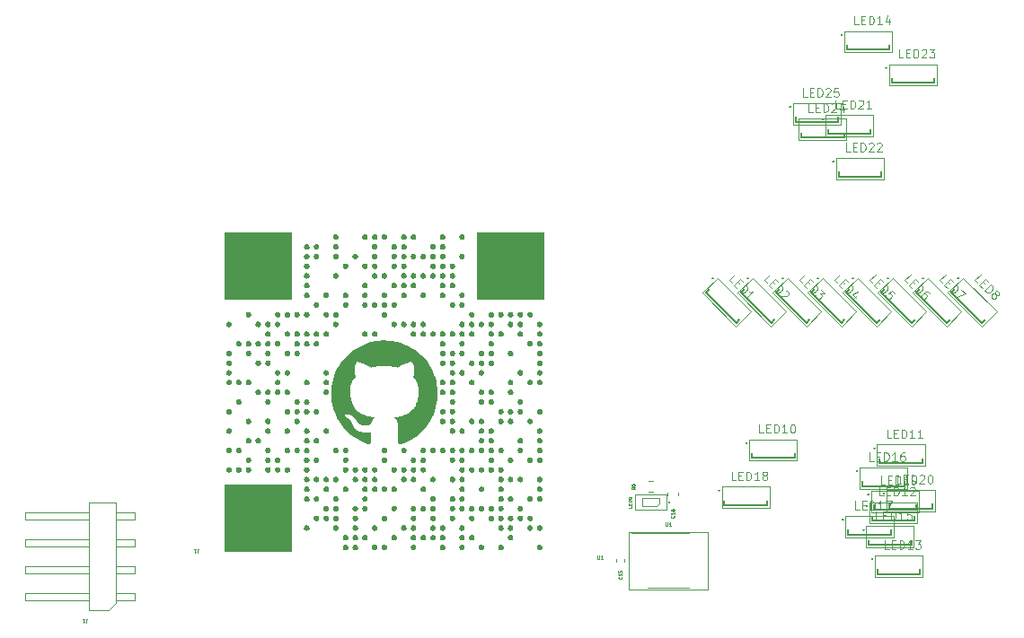
<source format=gbr>
%TF.GenerationSoftware,Flux,Pcbnew,7.0.11-7.0.11~ubuntu20.04.1*%
%TF.CreationDate,2024-08-15T14:07:34+00:00*%
%TF.ProjectId,input,696e7075-742e-46b6-9963-61645f706362,rev?*%
%TF.SameCoordinates,Original*%
%TF.FileFunction,Legend,Top*%
%TF.FilePolarity,Positive*%
%FSLAX46Y46*%
G04 Gerber Fmt 4.6, Leading zero omitted, Abs format (unit mm)*
G04 Filename: businesscardpcb*
G04 Build it with Flux! Visit our site at: https://www.flux.ai (PCBNEW 7.0.11-7.0.11~ubuntu20.04.1) date 2024-08-15 14:07:34*
%MOMM*%
%LPD*%
G01*
G04 APERTURE LIST*
%ADD10C,0.038000*%
%ADD11C,0.095000*%
%ADD12C,0.152400*%
%ADD13C,0.120000*%
%ADD14C,0.100000*%
%ADD15C,0.050000*%
%ADD16C,0.127000*%
G04 APERTURE END LIST*
D10*
X6527162Y-8359233D02*
X6374781Y-8465900D01*
X6527162Y-8542090D02*
X6207162Y-8542090D01*
X6207162Y-8542090D02*
X6207162Y-8420185D01*
X6207162Y-8420185D02*
X6222400Y-8389709D01*
X6222400Y-8389709D02*
X6237638Y-8374471D01*
X6237638Y-8374471D02*
X6268114Y-8359233D01*
X6268114Y-8359233D02*
X6313828Y-8359233D01*
X6313828Y-8359233D02*
X6344304Y-8374471D01*
X6344304Y-8374471D02*
X6359543Y-8389709D01*
X6359543Y-8389709D02*
X6374781Y-8420185D01*
X6374781Y-8420185D02*
X6374781Y-8542090D01*
X6207162Y-8069709D02*
X6207162Y-8222090D01*
X6207162Y-8222090D02*
X6359543Y-8237328D01*
X6359543Y-8237328D02*
X6344304Y-8222090D01*
X6344304Y-8222090D02*
X6329066Y-8191614D01*
X6329066Y-8191614D02*
X6329066Y-8115423D01*
X6329066Y-8115423D02*
X6344304Y-8084947D01*
X6344304Y-8084947D02*
X6359543Y-8069709D01*
X6359543Y-8069709D02*
X6390019Y-8054471D01*
X6390019Y-8054471D02*
X6466209Y-8054471D01*
X6466209Y-8054471D02*
X6496685Y-8069709D01*
X6496685Y-8069709D02*
X6511924Y-8084947D01*
X6511924Y-8084947D02*
X6527162Y-8115423D01*
X6527162Y-8115423D02*
X6527162Y-8191614D01*
X6527162Y-8191614D02*
X6511924Y-8222090D01*
X6511924Y-8222090D02*
X6496685Y-8237328D01*
X-34686922Y-14533653D02*
X-34686922Y-14305082D01*
X-34686922Y-14305082D02*
X-34671683Y-14259368D01*
X-34671683Y-14259368D02*
X-34641207Y-14228892D01*
X-34641207Y-14228892D02*
X-34595493Y-14213653D01*
X-34595493Y-14213653D02*
X-34565017Y-14213653D01*
X-35006922Y-14213653D02*
X-34824065Y-14213653D01*
X-34915493Y-14213653D02*
X-34915493Y-14533653D01*
X-34915493Y-14533653D02*
X-34885017Y-14487939D01*
X-34885017Y-14487939D02*
X-34854541Y-14457463D01*
X-34854541Y-14457463D02*
X-34824065Y-14442225D01*
X-45190139Y-21132225D02*
X-45190139Y-20903654D01*
X-45190139Y-20903654D02*
X-45174900Y-20857940D01*
X-45174900Y-20857940D02*
X-45144424Y-20827464D01*
X-45144424Y-20827464D02*
X-45098710Y-20812225D01*
X-45098710Y-20812225D02*
X-45068234Y-20812225D01*
X-45510139Y-20812225D02*
X-45327282Y-20812225D01*
X-45418710Y-20812225D02*
X-45418710Y-21132225D01*
X-45418710Y-21132225D02*
X-45388234Y-21086511D01*
X-45388234Y-21086511D02*
X-45357758Y-21056035D01*
X-45357758Y-21056035D02*
X-45327282Y-21040797D01*
X10225792Y-11045014D02*
X10241031Y-11060252D01*
X10241031Y-11060252D02*
X10256269Y-11105966D01*
X10256269Y-11105966D02*
X10256269Y-11136442D01*
X10256269Y-11136442D02*
X10241031Y-11182157D01*
X10241031Y-11182157D02*
X10210554Y-11212633D01*
X10210554Y-11212633D02*
X10180078Y-11227871D01*
X10180078Y-11227871D02*
X10119126Y-11243109D01*
X10119126Y-11243109D02*
X10073411Y-11243109D01*
X10073411Y-11243109D02*
X10012459Y-11227871D01*
X10012459Y-11227871D02*
X9981983Y-11212633D01*
X9981983Y-11212633D02*
X9951507Y-11182157D01*
X9951507Y-11182157D02*
X9936269Y-11136442D01*
X9936269Y-11136442D02*
X9936269Y-11105966D01*
X9936269Y-11105966D02*
X9951507Y-11060252D01*
X9951507Y-11060252D02*
X9966745Y-11045014D01*
X10256269Y-10740252D02*
X10256269Y-10923109D01*
X10256269Y-10831681D02*
X9936269Y-10831681D01*
X9936269Y-10831681D02*
X9981983Y-10862157D01*
X9981983Y-10862157D02*
X10012459Y-10892633D01*
X10012459Y-10892633D02*
X10027697Y-10923109D01*
X9936269Y-10465966D02*
X9936269Y-10526919D01*
X9936269Y-10526919D02*
X9951507Y-10557395D01*
X9951507Y-10557395D02*
X9966745Y-10572633D01*
X9966745Y-10572633D02*
X10012459Y-10603109D01*
X10012459Y-10603109D02*
X10073411Y-10618347D01*
X10073411Y-10618347D02*
X10195316Y-10618347D01*
X10195316Y-10618347D02*
X10225792Y-10603109D01*
X10225792Y-10603109D02*
X10241031Y-10587871D01*
X10241031Y-10587871D02*
X10256269Y-10557395D01*
X10256269Y-10557395D02*
X10256269Y-10496442D01*
X10256269Y-10496442D02*
X10241031Y-10465966D01*
X10241031Y-10465966D02*
X10225792Y-10450728D01*
X10225792Y-10450728D02*
X10195316Y-10435490D01*
X10195316Y-10435490D02*
X10119126Y-10435490D01*
X10119126Y-10435490D02*
X10088650Y-10450728D01*
X10088650Y-10450728D02*
X10073411Y-10465966D01*
X10073411Y-10465966D02*
X10058173Y-10496442D01*
X10058173Y-10496442D02*
X10058173Y-10557395D01*
X10058173Y-10557395D02*
X10073411Y-10587871D01*
X10073411Y-10587871D02*
X10088650Y-10603109D01*
X10088650Y-10603109D02*
X10119126Y-10618347D01*
X2982090Y-14799462D02*
X2982090Y-15058509D01*
X2982090Y-15058509D02*
X2997328Y-15088985D01*
X2997328Y-15088985D02*
X3012566Y-15104224D01*
X3012566Y-15104224D02*
X3043042Y-15119462D01*
X3043042Y-15119462D02*
X3103995Y-15119462D01*
X3103995Y-15119462D02*
X3134471Y-15104224D01*
X3134471Y-15104224D02*
X3149709Y-15088985D01*
X3149709Y-15088985D02*
X3164947Y-15058509D01*
X3164947Y-15058509D02*
X3164947Y-14799462D01*
X3484947Y-15119462D02*
X3302090Y-15119462D01*
X3393518Y-15119462D02*
X3393518Y-14799462D01*
X3393518Y-14799462D02*
X3363042Y-14845176D01*
X3363042Y-14845176D02*
X3332566Y-14875652D01*
X3332566Y-14875652D02*
X3302090Y-14890890D01*
X9442090Y-11699462D02*
X9442090Y-11958509D01*
X9442090Y-11958509D02*
X9457328Y-11988985D01*
X9457328Y-11988985D02*
X9472566Y-12004224D01*
X9472566Y-12004224D02*
X9503042Y-12019462D01*
X9503042Y-12019462D02*
X9563995Y-12019462D01*
X9563995Y-12019462D02*
X9594471Y-12004224D01*
X9594471Y-12004224D02*
X9609709Y-11988985D01*
X9609709Y-11988985D02*
X9624947Y-11958509D01*
X9624947Y-11958509D02*
X9624947Y-11699462D01*
X9944947Y-12019462D02*
X9762090Y-12019462D01*
X9853518Y-12019462D02*
X9853518Y-11699462D01*
X9853518Y-11699462D02*
X9823042Y-11745176D01*
X9823042Y-11745176D02*
X9792566Y-11775652D01*
X9792566Y-11775652D02*
X9762090Y-11790890D01*
X5277290Y-16816414D02*
X5292529Y-16831652D01*
X5292529Y-16831652D02*
X5307767Y-16877366D01*
X5307767Y-16877366D02*
X5307767Y-16907842D01*
X5307767Y-16907842D02*
X5292529Y-16953557D01*
X5292529Y-16953557D02*
X5262052Y-16984033D01*
X5262052Y-16984033D02*
X5231576Y-16999271D01*
X5231576Y-16999271D02*
X5170624Y-17014509D01*
X5170624Y-17014509D02*
X5124909Y-17014509D01*
X5124909Y-17014509D02*
X5063957Y-16999271D01*
X5063957Y-16999271D02*
X5033481Y-16984033D01*
X5033481Y-16984033D02*
X5003005Y-16953557D01*
X5003005Y-16953557D02*
X4987767Y-16907842D01*
X4987767Y-16907842D02*
X4987767Y-16877366D01*
X4987767Y-16877366D02*
X5003005Y-16831652D01*
X5003005Y-16831652D02*
X5018243Y-16816414D01*
X5307767Y-16511652D02*
X5307767Y-16694509D01*
X5307767Y-16603081D02*
X4987767Y-16603081D01*
X4987767Y-16603081D02*
X5033481Y-16633557D01*
X5033481Y-16633557D02*
X5063957Y-16664033D01*
X5063957Y-16664033D02*
X5079195Y-16694509D01*
X4987767Y-16222128D02*
X4987767Y-16374509D01*
X4987767Y-16374509D02*
X5140148Y-16389747D01*
X5140148Y-16389747D02*
X5124909Y-16374509D01*
X5124909Y-16374509D02*
X5109671Y-16344033D01*
X5109671Y-16344033D02*
X5109671Y-16267842D01*
X5109671Y-16267842D02*
X5124909Y-16237366D01*
X5124909Y-16237366D02*
X5140148Y-16222128D01*
X5140148Y-16222128D02*
X5170624Y-16206890D01*
X5170624Y-16206890D02*
X5246814Y-16206890D01*
X5246814Y-16206890D02*
X5277290Y-16222128D01*
X5277290Y-16222128D02*
X5292529Y-16237366D01*
X5292529Y-16237366D02*
X5307767Y-16267842D01*
X5307767Y-16267842D02*
X5307767Y-16344033D01*
X5307767Y-16344033D02*
X5292529Y-16374509D01*
X5292529Y-16374509D02*
X5277290Y-16389747D01*
X6245562Y-10148390D02*
X6245562Y-10300771D01*
X6245562Y-10300771D02*
X5925562Y-10300771D01*
X6077943Y-10041723D02*
X6077943Y-9935056D01*
X6245562Y-9889342D02*
X6245562Y-10041723D01*
X6245562Y-10041723D02*
X5925562Y-10041723D01*
X5925562Y-10041723D02*
X5925562Y-9889342D01*
X6245562Y-9752199D02*
X5925562Y-9752199D01*
X5925562Y-9752199D02*
X5925562Y-9676009D01*
X5925562Y-9676009D02*
X5940800Y-9630294D01*
X5940800Y-9630294D02*
X5971276Y-9599818D01*
X5971276Y-9599818D02*
X6001752Y-9584580D01*
X6001752Y-9584580D02*
X6062704Y-9569342D01*
X6062704Y-9569342D02*
X6108419Y-9569342D01*
X6108419Y-9569342D02*
X6169371Y-9584580D01*
X6169371Y-9584580D02*
X6199847Y-9599818D01*
X6199847Y-9599818D02*
X6230324Y-9630294D01*
X6230324Y-9630294D02*
X6245562Y-9676009D01*
X6245562Y-9676009D02*
X6245562Y-9752199D01*
X6245562Y-9416961D02*
X6245562Y-9356009D01*
X6245562Y-9356009D02*
X6230324Y-9325532D01*
X6230324Y-9325532D02*
X6215085Y-9310294D01*
X6215085Y-9310294D02*
X6169371Y-9279818D01*
X6169371Y-9279818D02*
X6108419Y-9264580D01*
X6108419Y-9264580D02*
X5986514Y-9264580D01*
X5986514Y-9264580D02*
X5956038Y-9279818D01*
X5956038Y-9279818D02*
X5940800Y-9295056D01*
X5940800Y-9295056D02*
X5925562Y-9325532D01*
X5925562Y-9325532D02*
X5925562Y-9386485D01*
X5925562Y-9386485D02*
X5940800Y-9416961D01*
X5940800Y-9416961D02*
X5956038Y-9432199D01*
X5956038Y-9432199D02*
X5986514Y-9447437D01*
X5986514Y-9447437D02*
X6062704Y-9447437D01*
X6062704Y-9447437D02*
X6093181Y-9432199D01*
X6093181Y-9432199D02*
X6108419Y-9416961D01*
X6108419Y-9416961D02*
X6123657Y-9386485D01*
X6123657Y-9386485D02*
X6123657Y-9325532D01*
X6123657Y-9325532D02*
X6108419Y-9295056D01*
X6108419Y-9295056D02*
X6093181Y-9279818D01*
X6093181Y-9279818D02*
X6062704Y-9264580D01*
D11*
X15687426Y10908832D02*
X15418052Y11178206D01*
X15418052Y11178206D02*
X15983737Y11743891D01*
X16172299Y11016581D02*
X16360861Y10828019D01*
X16145362Y10450896D02*
X15875988Y10720270D01*
X15875988Y10720270D02*
X16441673Y11285955D01*
X16441673Y11285955D02*
X16711047Y11016581D01*
X16387799Y10208459D02*
X16953484Y10774144D01*
X16953484Y10774144D02*
X17088171Y10639457D01*
X17088171Y10639457D02*
X17142046Y10531708D01*
X17142046Y10531708D02*
X17142046Y10423958D01*
X17142046Y10423958D02*
X17115109Y10343146D01*
X17115109Y10343146D02*
X17034296Y10208459D01*
X17034296Y10208459D02*
X16953484Y10127647D01*
X16953484Y10127647D02*
X16818797Y10046834D01*
X16818797Y10046834D02*
X16737985Y10019897D01*
X16737985Y10019897D02*
X16630235Y10019897D01*
X16630235Y10019897D02*
X16522486Y10073772D01*
X16522486Y10073772D02*
X16387799Y10208459D01*
X17249796Y9346462D02*
X16926547Y9669711D01*
X17088171Y9508086D02*
X17653857Y10073772D01*
X17653857Y10073772D02*
X17519170Y10046834D01*
X17519170Y10046834D02*
X17411420Y10046834D01*
X17411420Y10046834D02*
X17330608Y10073772D01*
X18993837Y10908831D02*
X18724463Y11178205D01*
X18724463Y11178205D02*
X19290148Y11743890D01*
X19478710Y11016580D02*
X19667272Y10828018D01*
X19451773Y10450895D02*
X19182399Y10720269D01*
X19182399Y10720269D02*
X19748084Y11285954D01*
X19748084Y11285954D02*
X20017458Y11016580D01*
X19694210Y10208458D02*
X20259895Y10774143D01*
X20259895Y10774143D02*
X20394582Y10639456D01*
X20394582Y10639456D02*
X20448457Y10531707D01*
X20448457Y10531707D02*
X20448457Y10423957D01*
X20448457Y10423957D02*
X20421520Y10343145D01*
X20421520Y10343145D02*
X20340707Y10208458D01*
X20340707Y10208458D02*
X20259895Y10127646D01*
X20259895Y10127646D02*
X20125208Y10046833D01*
X20125208Y10046833D02*
X20044396Y10019896D01*
X20044396Y10019896D02*
X19936646Y10019896D01*
X19936646Y10019896D02*
X19828897Y10073771D01*
X19828897Y10073771D02*
X19694210Y10208458D01*
X20744768Y10181520D02*
X20798643Y10181520D01*
X20798643Y10181520D02*
X20879455Y10154583D01*
X20879455Y10154583D02*
X21014142Y10019896D01*
X21014142Y10019896D02*
X21041080Y9939084D01*
X21041080Y9939084D02*
X21041080Y9885209D01*
X21041080Y9885209D02*
X21014142Y9804397D01*
X21014142Y9804397D02*
X20960268Y9750522D01*
X20960268Y9750522D02*
X20852518Y9696647D01*
X20852518Y9696647D02*
X20206020Y9696647D01*
X20206020Y9696647D02*
X20556207Y9346461D01*
X25606537Y10908831D02*
X25337163Y11178205D01*
X25337163Y11178205D02*
X25902848Y11743890D01*
X26091410Y11016580D02*
X26279972Y10828018D01*
X26064473Y10450895D02*
X25795099Y10720269D01*
X25795099Y10720269D02*
X26360784Y11285954D01*
X26360784Y11285954D02*
X26630158Y11016580D01*
X26306910Y10208458D02*
X26872595Y10774143D01*
X26872595Y10774143D02*
X27007282Y10639456D01*
X27007282Y10639456D02*
X27061157Y10531707D01*
X27061157Y10531707D02*
X27061157Y10423957D01*
X27061157Y10423957D02*
X27034220Y10343145D01*
X27034220Y10343145D02*
X26953407Y10208458D01*
X26953407Y10208458D02*
X26872595Y10127646D01*
X26872595Y10127646D02*
X26737908Y10046833D01*
X26737908Y10046833D02*
X26657096Y10019896D01*
X26657096Y10019896D02*
X26549346Y10019896D01*
X26549346Y10019896D02*
X26441597Y10073771D01*
X26441597Y10073771D02*
X26306910Y10208458D01*
X27492155Y9777459D02*
X27115032Y9400336D01*
X27572968Y10127646D02*
X27034220Y9858272D01*
X27034220Y9858272D02*
X27384406Y9508085D01*
X22300137Y10908831D02*
X22030763Y11178205D01*
X22030763Y11178205D02*
X22596448Y11743890D01*
X22785010Y11016580D02*
X22973572Y10828018D01*
X22758073Y10450895D02*
X22488699Y10720269D01*
X22488699Y10720269D02*
X23054384Y11285954D01*
X23054384Y11285954D02*
X23323758Y11016580D01*
X23000510Y10208458D02*
X23566195Y10774143D01*
X23566195Y10774143D02*
X23700882Y10639456D01*
X23700882Y10639456D02*
X23754757Y10531707D01*
X23754757Y10531707D02*
X23754757Y10423957D01*
X23754757Y10423957D02*
X23727820Y10343145D01*
X23727820Y10343145D02*
X23647007Y10208458D01*
X23647007Y10208458D02*
X23566195Y10127646D01*
X23566195Y10127646D02*
X23431508Y10046833D01*
X23431508Y10046833D02*
X23350696Y10019896D01*
X23350696Y10019896D02*
X23242946Y10019896D01*
X23242946Y10019896D02*
X23135197Y10073771D01*
X23135197Y10073771D02*
X23000510Y10208458D01*
X24078006Y10262333D02*
X24428192Y9912146D01*
X24428192Y9912146D02*
X24024131Y9885209D01*
X24024131Y9885209D02*
X24104943Y9804397D01*
X24104943Y9804397D02*
X24131881Y9723585D01*
X24131881Y9723585D02*
X24131881Y9669710D01*
X24131881Y9669710D02*
X24104943Y9588898D01*
X24104943Y9588898D02*
X23970256Y9454211D01*
X23970256Y9454211D02*
X23889444Y9427273D01*
X23889444Y9427273D02*
X23835569Y9427273D01*
X23835569Y9427273D02*
X23754757Y9454211D01*
X23754757Y9454211D02*
X23593133Y9615835D01*
X23593133Y9615835D02*
X23566195Y9696647D01*
X23566195Y9696647D02*
X23566195Y9750522D01*
X38831937Y10908831D02*
X38562563Y11178205D01*
X38562563Y11178205D02*
X39128248Y11743890D01*
X39316810Y11016580D02*
X39505372Y10828018D01*
X39289873Y10450895D02*
X39020499Y10720269D01*
X39020499Y10720269D02*
X39586184Y11285954D01*
X39586184Y11285954D02*
X39855558Y11016580D01*
X39532310Y10208458D02*
X40097995Y10774143D01*
X40097995Y10774143D02*
X40232682Y10639456D01*
X40232682Y10639456D02*
X40286557Y10531707D01*
X40286557Y10531707D02*
X40286557Y10423957D01*
X40286557Y10423957D02*
X40259620Y10343145D01*
X40259620Y10343145D02*
X40178807Y10208458D01*
X40178807Y10208458D02*
X40097995Y10127646D01*
X40097995Y10127646D02*
X39963308Y10046833D01*
X39963308Y10046833D02*
X39882496Y10019896D01*
X39882496Y10019896D02*
X39774746Y10019896D01*
X39774746Y10019896D02*
X39666997Y10073771D01*
X39666997Y10073771D02*
X39532310Y10208458D01*
X40502056Y9885209D02*
X40475119Y9966021D01*
X40475119Y9966021D02*
X40475119Y10019896D01*
X40475119Y10019896D02*
X40502056Y10100708D01*
X40502056Y10100708D02*
X40528994Y10127646D01*
X40528994Y10127646D02*
X40609806Y10154583D01*
X40609806Y10154583D02*
X40663681Y10154583D01*
X40663681Y10154583D02*
X40744493Y10127646D01*
X40744493Y10127646D02*
X40852242Y10019896D01*
X40852242Y10019896D02*
X40879180Y9939084D01*
X40879180Y9939084D02*
X40879180Y9885209D01*
X40879180Y9885209D02*
X40852242Y9804397D01*
X40852242Y9804397D02*
X40825305Y9777459D01*
X40825305Y9777459D02*
X40744493Y9750522D01*
X40744493Y9750522D02*
X40690618Y9750522D01*
X40690618Y9750522D02*
X40609806Y9777459D01*
X40609806Y9777459D02*
X40502056Y9885209D01*
X40502056Y9885209D02*
X40421244Y9912146D01*
X40421244Y9912146D02*
X40367369Y9912146D01*
X40367369Y9912146D02*
X40286557Y9885209D01*
X40286557Y9885209D02*
X40178807Y9777459D01*
X40178807Y9777459D02*
X40151870Y9696647D01*
X40151870Y9696647D02*
X40151870Y9642772D01*
X40151870Y9642772D02*
X40178807Y9561960D01*
X40178807Y9561960D02*
X40286557Y9454211D01*
X40286557Y9454211D02*
X40367369Y9427273D01*
X40367369Y9427273D02*
X40421244Y9427273D01*
X40421244Y9427273D02*
X40502056Y9454211D01*
X40502056Y9454211D02*
X40609806Y9561960D01*
X40609806Y9561960D02*
X40636743Y9642772D01*
X40636743Y9642772D02*
X40636743Y9696647D01*
X40636743Y9696647D02*
X40609806Y9777459D01*
X35525537Y10908831D02*
X35256163Y11178205D01*
X35256163Y11178205D02*
X35821848Y11743890D01*
X36010410Y11016580D02*
X36198972Y10828018D01*
X35983473Y10450895D02*
X35714099Y10720269D01*
X35714099Y10720269D02*
X36279784Y11285954D01*
X36279784Y11285954D02*
X36549158Y11016580D01*
X36225910Y10208458D02*
X36791595Y10774143D01*
X36791595Y10774143D02*
X36926282Y10639456D01*
X36926282Y10639456D02*
X36980157Y10531707D01*
X36980157Y10531707D02*
X36980157Y10423957D01*
X36980157Y10423957D02*
X36953220Y10343145D01*
X36953220Y10343145D02*
X36872407Y10208458D01*
X36872407Y10208458D02*
X36791595Y10127646D01*
X36791595Y10127646D02*
X36656908Y10046833D01*
X36656908Y10046833D02*
X36576096Y10019896D01*
X36576096Y10019896D02*
X36468346Y10019896D01*
X36468346Y10019896D02*
X36360597Y10073771D01*
X36360597Y10073771D02*
X36225910Y10208458D01*
X37303406Y10262333D02*
X37680529Y9885209D01*
X37680529Y9885209D02*
X36872407Y9561960D01*
X32219237Y10908831D02*
X31949863Y11178205D01*
X31949863Y11178205D02*
X32515548Y11743890D01*
X32704110Y11016580D02*
X32892672Y10828018D01*
X32677173Y10450895D02*
X32407799Y10720269D01*
X32407799Y10720269D02*
X32973484Y11285954D01*
X32973484Y11285954D02*
X33242858Y11016580D01*
X32919610Y10208458D02*
X33485295Y10774143D01*
X33485295Y10774143D02*
X33619982Y10639456D01*
X33619982Y10639456D02*
X33673857Y10531707D01*
X33673857Y10531707D02*
X33673857Y10423957D01*
X33673857Y10423957D02*
X33646920Y10343145D01*
X33646920Y10343145D02*
X33566107Y10208458D01*
X33566107Y10208458D02*
X33485295Y10127646D01*
X33485295Y10127646D02*
X33350608Y10046833D01*
X33350608Y10046833D02*
X33269796Y10019896D01*
X33269796Y10019896D02*
X33162046Y10019896D01*
X33162046Y10019896D02*
X33054297Y10073771D01*
X33054297Y10073771D02*
X32919610Y10208458D01*
X34293417Y9966021D02*
X34185668Y10073771D01*
X34185668Y10073771D02*
X34104855Y10100708D01*
X34104855Y10100708D02*
X34050981Y10100708D01*
X34050981Y10100708D02*
X33916294Y10073771D01*
X33916294Y10073771D02*
X33781607Y9992959D01*
X33781607Y9992959D02*
X33566107Y9777459D01*
X33566107Y9777459D02*
X33539170Y9696647D01*
X33539170Y9696647D02*
X33539170Y9642772D01*
X33539170Y9642772D02*
X33566107Y9561960D01*
X33566107Y9561960D02*
X33673857Y9454211D01*
X33673857Y9454211D02*
X33754669Y9427273D01*
X33754669Y9427273D02*
X33808544Y9427273D01*
X33808544Y9427273D02*
X33889356Y9454211D01*
X33889356Y9454211D02*
X34024043Y9588898D01*
X34024043Y9588898D02*
X34050981Y9669710D01*
X34050981Y9669710D02*
X34050981Y9723585D01*
X34050981Y9723585D02*
X34024043Y9804397D01*
X34024043Y9804397D02*
X33916294Y9912146D01*
X33916294Y9912146D02*
X33835481Y9939084D01*
X33835481Y9939084D02*
X33781607Y9939084D01*
X33781607Y9939084D02*
X33700794Y9912146D01*
X28912837Y10908831D02*
X28643463Y11178205D01*
X28643463Y11178205D02*
X29209148Y11743890D01*
X29397710Y11016580D02*
X29586272Y10828018D01*
X29370773Y10450895D02*
X29101399Y10720269D01*
X29101399Y10720269D02*
X29667084Y11285954D01*
X29667084Y11285954D02*
X29936458Y11016580D01*
X29613210Y10208458D02*
X30178895Y10774143D01*
X30178895Y10774143D02*
X30313582Y10639456D01*
X30313582Y10639456D02*
X30367457Y10531707D01*
X30367457Y10531707D02*
X30367457Y10423957D01*
X30367457Y10423957D02*
X30340520Y10343145D01*
X30340520Y10343145D02*
X30259707Y10208458D01*
X30259707Y10208458D02*
X30178895Y10127646D01*
X30178895Y10127646D02*
X30044208Y10046833D01*
X30044208Y10046833D02*
X29963396Y10019896D01*
X29963396Y10019896D02*
X29855646Y10019896D01*
X29855646Y10019896D02*
X29747897Y10073771D01*
X29747897Y10073771D02*
X29613210Y10208458D01*
X31013955Y9939084D02*
X30744581Y10208458D01*
X30744581Y10208458D02*
X30448269Y9966021D01*
X30448269Y9966021D02*
X30502144Y9966021D01*
X30502144Y9966021D02*
X30582956Y9939084D01*
X30582956Y9939084D02*
X30717643Y9804397D01*
X30717643Y9804397D02*
X30744581Y9723585D01*
X30744581Y9723585D02*
X30744581Y9669710D01*
X30744581Y9669710D02*
X30717643Y9588898D01*
X30717643Y9588898D02*
X30582956Y9454211D01*
X30582956Y9454211D02*
X30502144Y9427273D01*
X30502144Y9427273D02*
X30448269Y9427273D01*
X30448269Y9427273D02*
X30367457Y9454211D01*
X30367457Y9454211D02*
X30232770Y9588898D01*
X30232770Y9588898D02*
X30205833Y9669710D01*
X30205833Y9669710D02*
X30205833Y9723585D01*
X27725028Y-10464655D02*
X27344076Y-10464655D01*
X27344076Y-10464655D02*
X27344076Y-9664655D01*
X27991695Y-10045607D02*
X28258361Y-10045607D01*
X28372647Y-10464655D02*
X27991695Y-10464655D01*
X27991695Y-10464655D02*
X27991695Y-9664655D01*
X27991695Y-9664655D02*
X28372647Y-9664655D01*
X28715505Y-10464655D02*
X28715505Y-9664655D01*
X28715505Y-9664655D02*
X28905981Y-9664655D01*
X28905981Y-9664655D02*
X29020267Y-9702750D01*
X29020267Y-9702750D02*
X29096457Y-9778940D01*
X29096457Y-9778940D02*
X29134552Y-9855131D01*
X29134552Y-9855131D02*
X29172648Y-10007512D01*
X29172648Y-10007512D02*
X29172648Y-10121798D01*
X29172648Y-10121798D02*
X29134552Y-10274179D01*
X29134552Y-10274179D02*
X29096457Y-10350369D01*
X29096457Y-10350369D02*
X29020267Y-10426560D01*
X29020267Y-10426560D02*
X28905981Y-10464655D01*
X28905981Y-10464655D02*
X28715505Y-10464655D01*
X29934552Y-10464655D02*
X29477409Y-10464655D01*
X29705981Y-10464655D02*
X29705981Y-9664655D01*
X29705981Y-9664655D02*
X29629790Y-9778940D01*
X29629790Y-9778940D02*
X29553600Y-9855131D01*
X29553600Y-9855131D02*
X29477409Y-9893226D01*
X30201219Y-9664655D02*
X30734553Y-9664655D01*
X30734553Y-9664655D02*
X30391695Y-10464655D01*
X29041328Y-5869455D02*
X28660376Y-5869455D01*
X28660376Y-5869455D02*
X28660376Y-5069455D01*
X29307995Y-5450407D02*
X29574661Y-5450407D01*
X29688947Y-5869455D02*
X29307995Y-5869455D01*
X29307995Y-5869455D02*
X29307995Y-5069455D01*
X29307995Y-5069455D02*
X29688947Y-5069455D01*
X30031805Y-5869455D02*
X30031805Y-5069455D01*
X30031805Y-5069455D02*
X30222281Y-5069455D01*
X30222281Y-5069455D02*
X30336567Y-5107550D01*
X30336567Y-5107550D02*
X30412757Y-5183740D01*
X30412757Y-5183740D02*
X30450852Y-5259931D01*
X30450852Y-5259931D02*
X30488948Y-5412312D01*
X30488948Y-5412312D02*
X30488948Y-5526598D01*
X30488948Y-5526598D02*
X30450852Y-5678979D01*
X30450852Y-5678979D02*
X30412757Y-5755169D01*
X30412757Y-5755169D02*
X30336567Y-5831360D01*
X30336567Y-5831360D02*
X30222281Y-5869455D01*
X30222281Y-5869455D02*
X30031805Y-5869455D01*
X31250852Y-5869455D02*
X30793709Y-5869455D01*
X31022281Y-5869455D02*
X31022281Y-5069455D01*
X31022281Y-5069455D02*
X30946090Y-5183740D01*
X30946090Y-5183740D02*
X30869900Y-5259931D01*
X30869900Y-5259931D02*
X30793709Y-5298026D01*
X31936567Y-5069455D02*
X31784186Y-5069455D01*
X31784186Y-5069455D02*
X31707995Y-5107550D01*
X31707995Y-5107550D02*
X31669900Y-5145645D01*
X31669900Y-5145645D02*
X31593710Y-5259931D01*
X31593710Y-5259931D02*
X31555614Y-5412312D01*
X31555614Y-5412312D02*
X31555614Y-5717074D01*
X31555614Y-5717074D02*
X31593710Y-5793264D01*
X31593710Y-5793264D02*
X31631805Y-5831360D01*
X31631805Y-5831360D02*
X31707995Y-5869455D01*
X31707995Y-5869455D02*
X31860376Y-5869455D01*
X31860376Y-5869455D02*
X31936567Y-5831360D01*
X31936567Y-5831360D02*
X31974662Y-5793264D01*
X31974662Y-5793264D02*
X32012757Y-5717074D01*
X32012757Y-5717074D02*
X32012757Y-5526598D01*
X32012757Y-5526598D02*
X31974662Y-5450407D01*
X31974662Y-5450407D02*
X31936567Y-5412312D01*
X31936567Y-5412312D02*
X31860376Y-5374217D01*
X31860376Y-5374217D02*
X31707995Y-5374217D01*
X31707995Y-5374217D02*
X31631805Y-5412312D01*
X31631805Y-5412312D02*
X31593710Y-5450407D01*
X31593710Y-5450407D02*
X31555614Y-5526598D01*
X29667128Y-11405855D02*
X29286176Y-11405855D01*
X29286176Y-11405855D02*
X29286176Y-10605855D01*
X29933795Y-10986807D02*
X30200461Y-10986807D01*
X30314747Y-11405855D02*
X29933795Y-11405855D01*
X29933795Y-11405855D02*
X29933795Y-10605855D01*
X29933795Y-10605855D02*
X30314747Y-10605855D01*
X30657605Y-11405855D02*
X30657605Y-10605855D01*
X30657605Y-10605855D02*
X30848081Y-10605855D01*
X30848081Y-10605855D02*
X30962367Y-10643950D01*
X30962367Y-10643950D02*
X31038557Y-10720140D01*
X31038557Y-10720140D02*
X31076652Y-10796331D01*
X31076652Y-10796331D02*
X31114748Y-10948712D01*
X31114748Y-10948712D02*
X31114748Y-11062998D01*
X31114748Y-11062998D02*
X31076652Y-11215379D01*
X31076652Y-11215379D02*
X31038557Y-11291569D01*
X31038557Y-11291569D02*
X30962367Y-11367760D01*
X30962367Y-11367760D02*
X30848081Y-11405855D01*
X30848081Y-11405855D02*
X30657605Y-11405855D01*
X31876652Y-11405855D02*
X31419509Y-11405855D01*
X31648081Y-11405855D02*
X31648081Y-10605855D01*
X31648081Y-10605855D02*
X31571890Y-10720140D01*
X31571890Y-10720140D02*
X31495700Y-10796331D01*
X31495700Y-10796331D02*
X31419509Y-10834426D01*
X32600462Y-10605855D02*
X32219510Y-10605855D01*
X32219510Y-10605855D02*
X32181414Y-10986807D01*
X32181414Y-10986807D02*
X32219510Y-10948712D01*
X32219510Y-10948712D02*
X32295700Y-10910617D01*
X32295700Y-10910617D02*
X32486176Y-10910617D01*
X32486176Y-10910617D02*
X32562367Y-10948712D01*
X32562367Y-10948712D02*
X32600462Y-10986807D01*
X32600462Y-10986807D02*
X32638557Y-11062998D01*
X32638557Y-11062998D02*
X32638557Y-11253474D01*
X32638557Y-11253474D02*
X32600462Y-11329664D01*
X32600462Y-11329664D02*
X32562367Y-11367760D01*
X32562367Y-11367760D02*
X32486176Y-11405855D01*
X32486176Y-11405855D02*
X32295700Y-11405855D01*
X32295700Y-11405855D02*
X32219510Y-11367760D01*
X32219510Y-11367760D02*
X32181414Y-11329664D01*
X27625228Y35312644D02*
X27244276Y35312644D01*
X27244276Y35312644D02*
X27244276Y36112644D01*
X27891895Y35731692D02*
X28158561Y35731692D01*
X28272847Y35312644D02*
X27891895Y35312644D01*
X27891895Y35312644D02*
X27891895Y36112644D01*
X27891895Y36112644D02*
X28272847Y36112644D01*
X28615705Y35312644D02*
X28615705Y36112644D01*
X28615705Y36112644D02*
X28806181Y36112644D01*
X28806181Y36112644D02*
X28920467Y36074549D01*
X28920467Y36074549D02*
X28996657Y35998359D01*
X28996657Y35998359D02*
X29034752Y35922168D01*
X29034752Y35922168D02*
X29072848Y35769787D01*
X29072848Y35769787D02*
X29072848Y35655501D01*
X29072848Y35655501D02*
X29034752Y35503120D01*
X29034752Y35503120D02*
X28996657Y35426930D01*
X28996657Y35426930D02*
X28920467Y35350740D01*
X28920467Y35350740D02*
X28806181Y35312644D01*
X28806181Y35312644D02*
X28615705Y35312644D01*
X29834752Y35312644D02*
X29377609Y35312644D01*
X29606181Y35312644D02*
X29606181Y36112644D01*
X29606181Y36112644D02*
X29529990Y35998359D01*
X29529990Y35998359D02*
X29453800Y35922168D01*
X29453800Y35922168D02*
X29377609Y35884073D01*
X30520467Y35845978D02*
X30520467Y35312644D01*
X30329991Y36150740D02*
X30139514Y35579311D01*
X30139514Y35579311D02*
X30634753Y35579311D01*
X30503828Y-14178455D02*
X30122876Y-14178455D01*
X30122876Y-14178455D02*
X30122876Y-13378455D01*
X30770495Y-13759407D02*
X31037161Y-13759407D01*
X31151447Y-14178455D02*
X30770495Y-14178455D01*
X30770495Y-14178455D02*
X30770495Y-13378455D01*
X30770495Y-13378455D02*
X31151447Y-13378455D01*
X31494305Y-14178455D02*
X31494305Y-13378455D01*
X31494305Y-13378455D02*
X31684781Y-13378455D01*
X31684781Y-13378455D02*
X31799067Y-13416550D01*
X31799067Y-13416550D02*
X31875257Y-13492740D01*
X31875257Y-13492740D02*
X31913352Y-13568931D01*
X31913352Y-13568931D02*
X31951448Y-13721312D01*
X31951448Y-13721312D02*
X31951448Y-13835598D01*
X31951448Y-13835598D02*
X31913352Y-13987979D01*
X31913352Y-13987979D02*
X31875257Y-14064169D01*
X31875257Y-14064169D02*
X31799067Y-14140360D01*
X31799067Y-14140360D02*
X31684781Y-14178455D01*
X31684781Y-14178455D02*
X31494305Y-14178455D01*
X32713352Y-14178455D02*
X32256209Y-14178455D01*
X32484781Y-14178455D02*
X32484781Y-13378455D01*
X32484781Y-13378455D02*
X32408590Y-13492740D01*
X32408590Y-13492740D02*
X32332400Y-13568931D01*
X32332400Y-13568931D02*
X32256209Y-13607026D01*
X32980019Y-13378455D02*
X33475257Y-13378455D01*
X33475257Y-13378455D02*
X33208591Y-13683217D01*
X33208591Y-13683217D02*
X33322876Y-13683217D01*
X33322876Y-13683217D02*
X33399067Y-13721312D01*
X33399067Y-13721312D02*
X33437162Y-13759407D01*
X33437162Y-13759407D02*
X33475257Y-13835598D01*
X33475257Y-13835598D02*
X33475257Y-14026074D01*
X33475257Y-14026074D02*
X33437162Y-14102264D01*
X33437162Y-14102264D02*
X33399067Y-14140360D01*
X33399067Y-14140360D02*
X33322876Y-14178455D01*
X33322876Y-14178455D02*
X33094305Y-14178455D01*
X33094305Y-14178455D02*
X33018114Y-14140360D01*
X33018114Y-14140360D02*
X32980019Y-14102264D01*
X29981828Y-9139555D02*
X29600876Y-9139555D01*
X29600876Y-9139555D02*
X29600876Y-8339555D01*
X30248495Y-8720507D02*
X30515161Y-8720507D01*
X30629447Y-9139555D02*
X30248495Y-9139555D01*
X30248495Y-9139555D02*
X30248495Y-8339555D01*
X30248495Y-8339555D02*
X30629447Y-8339555D01*
X30972305Y-9139555D02*
X30972305Y-8339555D01*
X30972305Y-8339555D02*
X31162781Y-8339555D01*
X31162781Y-8339555D02*
X31277067Y-8377650D01*
X31277067Y-8377650D02*
X31353257Y-8453840D01*
X31353257Y-8453840D02*
X31391352Y-8530031D01*
X31391352Y-8530031D02*
X31429448Y-8682412D01*
X31429448Y-8682412D02*
X31429448Y-8796698D01*
X31429448Y-8796698D02*
X31391352Y-8949079D01*
X31391352Y-8949079D02*
X31353257Y-9025269D01*
X31353257Y-9025269D02*
X31277067Y-9101460D01*
X31277067Y-9101460D02*
X31162781Y-9139555D01*
X31162781Y-9139555D02*
X30972305Y-9139555D01*
X32191352Y-9139555D02*
X31734209Y-9139555D01*
X31962781Y-9139555D02*
X31962781Y-8339555D01*
X31962781Y-8339555D02*
X31886590Y-8453840D01*
X31886590Y-8453840D02*
X31810400Y-8530031D01*
X31810400Y-8530031D02*
X31734209Y-8568126D01*
X32496114Y-8415745D02*
X32534210Y-8377650D01*
X32534210Y-8377650D02*
X32610400Y-8339555D01*
X32610400Y-8339555D02*
X32800876Y-8339555D01*
X32800876Y-8339555D02*
X32877067Y-8377650D01*
X32877067Y-8377650D02*
X32915162Y-8415745D01*
X32915162Y-8415745D02*
X32953257Y-8491936D01*
X32953257Y-8491936D02*
X32953257Y-8568126D01*
X32953257Y-8568126D02*
X32915162Y-8682412D01*
X32915162Y-8682412D02*
X32458019Y-9139555D01*
X32458019Y-9139555D02*
X32953257Y-9139555D01*
X30694428Y-3707755D02*
X30313476Y-3707755D01*
X30313476Y-3707755D02*
X30313476Y-2907755D01*
X30961095Y-3288707D02*
X31227761Y-3288707D01*
X31342047Y-3707755D02*
X30961095Y-3707755D01*
X30961095Y-3707755D02*
X30961095Y-2907755D01*
X30961095Y-2907755D02*
X31342047Y-2907755D01*
X31684905Y-3707755D02*
X31684905Y-2907755D01*
X31684905Y-2907755D02*
X31875381Y-2907755D01*
X31875381Y-2907755D02*
X31989667Y-2945850D01*
X31989667Y-2945850D02*
X32065857Y-3022040D01*
X32065857Y-3022040D02*
X32103952Y-3098231D01*
X32103952Y-3098231D02*
X32142048Y-3250612D01*
X32142048Y-3250612D02*
X32142048Y-3364898D01*
X32142048Y-3364898D02*
X32103952Y-3517279D01*
X32103952Y-3517279D02*
X32065857Y-3593469D01*
X32065857Y-3593469D02*
X31989667Y-3669660D01*
X31989667Y-3669660D02*
X31875381Y-3707755D01*
X31875381Y-3707755D02*
X31684905Y-3707755D01*
X32903952Y-3707755D02*
X32446809Y-3707755D01*
X32675381Y-3707755D02*
X32675381Y-2907755D01*
X32675381Y-2907755D02*
X32599190Y-3022040D01*
X32599190Y-3022040D02*
X32523000Y-3098231D01*
X32523000Y-3098231D02*
X32446809Y-3136326D01*
X33665857Y-3707755D02*
X33208714Y-3707755D01*
X33437286Y-3707755D02*
X33437286Y-2907755D01*
X33437286Y-2907755D02*
X33361095Y-3022040D01*
X33361095Y-3022040D02*
X33284905Y-3098231D01*
X33284905Y-3098231D02*
X33208714Y-3136326D01*
X18662128Y-3225255D02*
X18281176Y-3225255D01*
X18281176Y-3225255D02*
X18281176Y-2425255D01*
X18928795Y-2806207D02*
X19195461Y-2806207D01*
X19309747Y-3225255D02*
X18928795Y-3225255D01*
X18928795Y-3225255D02*
X18928795Y-2425255D01*
X18928795Y-2425255D02*
X19309747Y-2425255D01*
X19652605Y-3225255D02*
X19652605Y-2425255D01*
X19652605Y-2425255D02*
X19843081Y-2425255D01*
X19843081Y-2425255D02*
X19957367Y-2463350D01*
X19957367Y-2463350D02*
X20033557Y-2539540D01*
X20033557Y-2539540D02*
X20071652Y-2615731D01*
X20071652Y-2615731D02*
X20109748Y-2768112D01*
X20109748Y-2768112D02*
X20109748Y-2882398D01*
X20109748Y-2882398D02*
X20071652Y-3034779D01*
X20071652Y-3034779D02*
X20033557Y-3110969D01*
X20033557Y-3110969D02*
X19957367Y-3187160D01*
X19957367Y-3187160D02*
X19843081Y-3225255D01*
X19843081Y-3225255D02*
X19652605Y-3225255D01*
X20871652Y-3225255D02*
X20414509Y-3225255D01*
X20643081Y-3225255D02*
X20643081Y-2425255D01*
X20643081Y-2425255D02*
X20566890Y-2539540D01*
X20566890Y-2539540D02*
X20490700Y-2615731D01*
X20490700Y-2615731D02*
X20414509Y-2653826D01*
X21366891Y-2425255D02*
X21443081Y-2425255D01*
X21443081Y-2425255D02*
X21519272Y-2463350D01*
X21519272Y-2463350D02*
X21557367Y-2501445D01*
X21557367Y-2501445D02*
X21595462Y-2577636D01*
X21595462Y-2577636D02*
X21633557Y-2730017D01*
X21633557Y-2730017D02*
X21633557Y-2920493D01*
X21633557Y-2920493D02*
X21595462Y-3072874D01*
X21595462Y-3072874D02*
X21557367Y-3149064D01*
X21557367Y-3149064D02*
X21519272Y-3187160D01*
X21519272Y-3187160D02*
X21443081Y-3225255D01*
X21443081Y-3225255D02*
X21366891Y-3225255D01*
X21366891Y-3225255D02*
X21290700Y-3187160D01*
X21290700Y-3187160D02*
X21252605Y-3149064D01*
X21252605Y-3149064D02*
X21214510Y-3072874D01*
X21214510Y-3072874D02*
X21176414Y-2920493D01*
X21176414Y-2920493D02*
X21176414Y-2730017D01*
X21176414Y-2730017D02*
X21214510Y-2577636D01*
X21214510Y-2577636D02*
X21252605Y-2501445D01*
X21252605Y-2501445D02*
X21290700Y-2463350D01*
X21290700Y-2463350D02*
X21366891Y-2425255D01*
X22791128Y28479444D02*
X22410176Y28479444D01*
X22410176Y28479444D02*
X22410176Y29279444D01*
X23057795Y28898492D02*
X23324461Y28898492D01*
X23438747Y28479444D02*
X23057795Y28479444D01*
X23057795Y28479444D02*
X23057795Y29279444D01*
X23057795Y29279444D02*
X23438747Y29279444D01*
X23781605Y28479444D02*
X23781605Y29279444D01*
X23781605Y29279444D02*
X23972081Y29279444D01*
X23972081Y29279444D02*
X24086367Y29241349D01*
X24086367Y29241349D02*
X24162557Y29165159D01*
X24162557Y29165159D02*
X24200652Y29088968D01*
X24200652Y29088968D02*
X24238748Y28936587D01*
X24238748Y28936587D02*
X24238748Y28822301D01*
X24238748Y28822301D02*
X24200652Y28669920D01*
X24200652Y28669920D02*
X24162557Y28593730D01*
X24162557Y28593730D02*
X24086367Y28517540D01*
X24086367Y28517540D02*
X23972081Y28479444D01*
X23972081Y28479444D02*
X23781605Y28479444D01*
X24543509Y29203254D02*
X24581605Y29241349D01*
X24581605Y29241349D02*
X24657795Y29279444D01*
X24657795Y29279444D02*
X24848271Y29279444D01*
X24848271Y29279444D02*
X24924462Y29241349D01*
X24924462Y29241349D02*
X24962557Y29203254D01*
X24962557Y29203254D02*
X25000652Y29127063D01*
X25000652Y29127063D02*
X25000652Y29050873D01*
X25000652Y29050873D02*
X24962557Y28936587D01*
X24962557Y28936587D02*
X24505414Y28479444D01*
X24505414Y28479444D02*
X25000652Y28479444D01*
X25724462Y29279444D02*
X25343510Y29279444D01*
X25343510Y29279444D02*
X25305414Y28898492D01*
X25305414Y28898492D02*
X25343510Y28936587D01*
X25343510Y28936587D02*
X25419700Y28974682D01*
X25419700Y28974682D02*
X25610176Y28974682D01*
X25610176Y28974682D02*
X25686367Y28936587D01*
X25686367Y28936587D02*
X25724462Y28898492D01*
X25724462Y28898492D02*
X25762557Y28822301D01*
X25762557Y28822301D02*
X25762557Y28631825D01*
X25762557Y28631825D02*
X25724462Y28555635D01*
X25724462Y28555635D02*
X25686367Y28517540D01*
X25686367Y28517540D02*
X25610176Y28479444D01*
X25610176Y28479444D02*
X25419700Y28479444D01*
X25419700Y28479444D02*
X25343510Y28517540D01*
X25343510Y28517540D02*
X25305414Y28555635D01*
X23314628Y27037044D02*
X22933676Y27037044D01*
X22933676Y27037044D02*
X22933676Y27837044D01*
X23581295Y27456092D02*
X23847961Y27456092D01*
X23962247Y27037044D02*
X23581295Y27037044D01*
X23581295Y27037044D02*
X23581295Y27837044D01*
X23581295Y27837044D02*
X23962247Y27837044D01*
X24305105Y27037044D02*
X24305105Y27837044D01*
X24305105Y27837044D02*
X24495581Y27837044D01*
X24495581Y27837044D02*
X24609867Y27798949D01*
X24609867Y27798949D02*
X24686057Y27722759D01*
X24686057Y27722759D02*
X24724152Y27646568D01*
X24724152Y27646568D02*
X24762248Y27494187D01*
X24762248Y27494187D02*
X24762248Y27379901D01*
X24762248Y27379901D02*
X24724152Y27227520D01*
X24724152Y27227520D02*
X24686057Y27151330D01*
X24686057Y27151330D02*
X24609867Y27075140D01*
X24609867Y27075140D02*
X24495581Y27037044D01*
X24495581Y27037044D02*
X24305105Y27037044D01*
X25067009Y27760854D02*
X25105105Y27798949D01*
X25105105Y27798949D02*
X25181295Y27837044D01*
X25181295Y27837044D02*
X25371771Y27837044D01*
X25371771Y27837044D02*
X25447962Y27798949D01*
X25447962Y27798949D02*
X25486057Y27760854D01*
X25486057Y27760854D02*
X25524152Y27684663D01*
X25524152Y27684663D02*
X25524152Y27608473D01*
X25524152Y27608473D02*
X25486057Y27494187D01*
X25486057Y27494187D02*
X25028914Y27037044D01*
X25028914Y27037044D02*
X25524152Y27037044D01*
X26209867Y27570378D02*
X26209867Y27037044D01*
X26019391Y27875140D02*
X25828914Y27303711D01*
X25828914Y27303711D02*
X26324153Y27303711D01*
X31819428Y32170544D02*
X31438476Y32170544D01*
X31438476Y32170544D02*
X31438476Y32970544D01*
X32086095Y32589592D02*
X32352761Y32589592D01*
X32467047Y32170544D02*
X32086095Y32170544D01*
X32086095Y32170544D02*
X32086095Y32970544D01*
X32086095Y32970544D02*
X32467047Y32970544D01*
X32809905Y32170544D02*
X32809905Y32970544D01*
X32809905Y32970544D02*
X33000381Y32970544D01*
X33000381Y32970544D02*
X33114667Y32932449D01*
X33114667Y32932449D02*
X33190857Y32856259D01*
X33190857Y32856259D02*
X33228952Y32780068D01*
X33228952Y32780068D02*
X33267048Y32627687D01*
X33267048Y32627687D02*
X33267048Y32513401D01*
X33267048Y32513401D02*
X33228952Y32361020D01*
X33228952Y32361020D02*
X33190857Y32284830D01*
X33190857Y32284830D02*
X33114667Y32208640D01*
X33114667Y32208640D02*
X33000381Y32170544D01*
X33000381Y32170544D02*
X32809905Y32170544D01*
X33571809Y32894354D02*
X33609905Y32932449D01*
X33609905Y32932449D02*
X33686095Y32970544D01*
X33686095Y32970544D02*
X33876571Y32970544D01*
X33876571Y32970544D02*
X33952762Y32932449D01*
X33952762Y32932449D02*
X33990857Y32894354D01*
X33990857Y32894354D02*
X34028952Y32818163D01*
X34028952Y32818163D02*
X34028952Y32741973D01*
X34028952Y32741973D02*
X33990857Y32627687D01*
X33990857Y32627687D02*
X33533714Y32170544D01*
X33533714Y32170544D02*
X34028952Y32170544D01*
X34295619Y32970544D02*
X34790857Y32970544D01*
X34790857Y32970544D02*
X34524191Y32665782D01*
X34524191Y32665782D02*
X34638476Y32665782D01*
X34638476Y32665782D02*
X34714667Y32627687D01*
X34714667Y32627687D02*
X34752762Y32589592D01*
X34752762Y32589592D02*
X34790857Y32513401D01*
X34790857Y32513401D02*
X34790857Y32322925D01*
X34790857Y32322925D02*
X34752762Y32246735D01*
X34752762Y32246735D02*
X34714667Y32208640D01*
X34714667Y32208640D02*
X34638476Y32170544D01*
X34638476Y32170544D02*
X34409905Y32170544D01*
X34409905Y32170544D02*
X34333714Y32208640D01*
X34333714Y32208640D02*
X34295619Y32246735D01*
X26843628Y23323644D02*
X26462676Y23323644D01*
X26462676Y23323644D02*
X26462676Y24123644D01*
X27110295Y23742692D02*
X27376961Y23742692D01*
X27491247Y23323644D02*
X27110295Y23323644D01*
X27110295Y23323644D02*
X27110295Y24123644D01*
X27110295Y24123644D02*
X27491247Y24123644D01*
X27834105Y23323644D02*
X27834105Y24123644D01*
X27834105Y24123644D02*
X28024581Y24123644D01*
X28024581Y24123644D02*
X28138867Y24085549D01*
X28138867Y24085549D02*
X28215057Y24009359D01*
X28215057Y24009359D02*
X28253152Y23933168D01*
X28253152Y23933168D02*
X28291248Y23780787D01*
X28291248Y23780787D02*
X28291248Y23666501D01*
X28291248Y23666501D02*
X28253152Y23514120D01*
X28253152Y23514120D02*
X28215057Y23437930D01*
X28215057Y23437930D02*
X28138867Y23361740D01*
X28138867Y23361740D02*
X28024581Y23323644D01*
X28024581Y23323644D02*
X27834105Y23323644D01*
X28596009Y24047454D02*
X28634105Y24085549D01*
X28634105Y24085549D02*
X28710295Y24123644D01*
X28710295Y24123644D02*
X28900771Y24123644D01*
X28900771Y24123644D02*
X28976962Y24085549D01*
X28976962Y24085549D02*
X29015057Y24047454D01*
X29015057Y24047454D02*
X29053152Y23971263D01*
X29053152Y23971263D02*
X29053152Y23895073D01*
X29053152Y23895073D02*
X29015057Y23780787D01*
X29015057Y23780787D02*
X28557914Y23323644D01*
X28557914Y23323644D02*
X29053152Y23323644D01*
X29357914Y24047454D02*
X29396010Y24085549D01*
X29396010Y24085549D02*
X29472200Y24123644D01*
X29472200Y24123644D02*
X29662676Y24123644D01*
X29662676Y24123644D02*
X29738867Y24085549D01*
X29738867Y24085549D02*
X29776962Y24047454D01*
X29776962Y24047454D02*
X29815057Y23971263D01*
X29815057Y23971263D02*
X29815057Y23895073D01*
X29815057Y23895073D02*
X29776962Y23780787D01*
X29776962Y23780787D02*
X29319819Y23323644D01*
X29319819Y23323644D02*
X29815057Y23323644D01*
X25853228Y27368444D02*
X25472276Y27368444D01*
X25472276Y27368444D02*
X25472276Y28168444D01*
X26119895Y27787492D02*
X26386561Y27787492D01*
X26500847Y27368444D02*
X26119895Y27368444D01*
X26119895Y27368444D02*
X26119895Y28168444D01*
X26119895Y28168444D02*
X26500847Y28168444D01*
X26843705Y27368444D02*
X26843705Y28168444D01*
X26843705Y28168444D02*
X27034181Y28168444D01*
X27034181Y28168444D02*
X27148467Y28130349D01*
X27148467Y28130349D02*
X27224657Y28054159D01*
X27224657Y28054159D02*
X27262752Y27977968D01*
X27262752Y27977968D02*
X27300848Y27825587D01*
X27300848Y27825587D02*
X27300848Y27711301D01*
X27300848Y27711301D02*
X27262752Y27558920D01*
X27262752Y27558920D02*
X27224657Y27482730D01*
X27224657Y27482730D02*
X27148467Y27406540D01*
X27148467Y27406540D02*
X27034181Y27368444D01*
X27034181Y27368444D02*
X26843705Y27368444D01*
X27605609Y28092254D02*
X27643705Y28130349D01*
X27643705Y28130349D02*
X27719895Y28168444D01*
X27719895Y28168444D02*
X27910371Y28168444D01*
X27910371Y28168444D02*
X27986562Y28130349D01*
X27986562Y28130349D02*
X28024657Y28092254D01*
X28024657Y28092254D02*
X28062752Y28016063D01*
X28062752Y28016063D02*
X28062752Y27939873D01*
X28062752Y27939873D02*
X28024657Y27825587D01*
X28024657Y27825587D02*
X27567514Y27368444D01*
X27567514Y27368444D02*
X28062752Y27368444D01*
X28824657Y27368444D02*
X28367514Y27368444D01*
X28596086Y27368444D02*
X28596086Y28168444D01*
X28596086Y28168444D02*
X28519895Y28054159D01*
X28519895Y28054159D02*
X28443705Y27977968D01*
X28443705Y27977968D02*
X28367514Y27939873D01*
X31620528Y-7987655D02*
X31239576Y-7987655D01*
X31239576Y-7987655D02*
X31239576Y-7187655D01*
X31887195Y-7568607D02*
X32153861Y-7568607D01*
X32268147Y-7987655D02*
X31887195Y-7987655D01*
X31887195Y-7987655D02*
X31887195Y-7187655D01*
X31887195Y-7187655D02*
X32268147Y-7187655D01*
X32611005Y-7987655D02*
X32611005Y-7187655D01*
X32611005Y-7187655D02*
X32801481Y-7187655D01*
X32801481Y-7187655D02*
X32915767Y-7225750D01*
X32915767Y-7225750D02*
X32991957Y-7301940D01*
X32991957Y-7301940D02*
X33030052Y-7378131D01*
X33030052Y-7378131D02*
X33068148Y-7530512D01*
X33068148Y-7530512D02*
X33068148Y-7644798D01*
X33068148Y-7644798D02*
X33030052Y-7797179D01*
X33030052Y-7797179D02*
X32991957Y-7873369D01*
X32991957Y-7873369D02*
X32915767Y-7949560D01*
X32915767Y-7949560D02*
X32801481Y-7987655D01*
X32801481Y-7987655D02*
X32611005Y-7987655D01*
X33372909Y-7263845D02*
X33411005Y-7225750D01*
X33411005Y-7225750D02*
X33487195Y-7187655D01*
X33487195Y-7187655D02*
X33677671Y-7187655D01*
X33677671Y-7187655D02*
X33753862Y-7225750D01*
X33753862Y-7225750D02*
X33791957Y-7263845D01*
X33791957Y-7263845D02*
X33830052Y-7340036D01*
X33830052Y-7340036D02*
X33830052Y-7416226D01*
X33830052Y-7416226D02*
X33791957Y-7530512D01*
X33791957Y-7530512D02*
X33334814Y-7987655D01*
X33334814Y-7987655D02*
X33830052Y-7987655D01*
X34325291Y-7187655D02*
X34401481Y-7187655D01*
X34401481Y-7187655D02*
X34477672Y-7225750D01*
X34477672Y-7225750D02*
X34515767Y-7263845D01*
X34515767Y-7263845D02*
X34553862Y-7340036D01*
X34553862Y-7340036D02*
X34591957Y-7492417D01*
X34591957Y-7492417D02*
X34591957Y-7682893D01*
X34591957Y-7682893D02*
X34553862Y-7835274D01*
X34553862Y-7835274D02*
X34515767Y-7911464D01*
X34515767Y-7911464D02*
X34477672Y-7949560D01*
X34477672Y-7949560D02*
X34401481Y-7987655D01*
X34401481Y-7987655D02*
X34325291Y-7987655D01*
X34325291Y-7987655D02*
X34249100Y-7949560D01*
X34249100Y-7949560D02*
X34211005Y-7911464D01*
X34211005Y-7911464D02*
X34172910Y-7835274D01*
X34172910Y-7835274D02*
X34134814Y-7682893D01*
X34134814Y-7682893D02*
X34134814Y-7492417D01*
X34134814Y-7492417D02*
X34172910Y-7340036D01*
X34172910Y-7340036D02*
X34211005Y-7263845D01*
X34211005Y-7263845D02*
X34249100Y-7225750D01*
X34249100Y-7225750D02*
X34325291Y-7187655D01*
X30128028Y-8072355D02*
X29747076Y-8072355D01*
X29747076Y-8072355D02*
X29747076Y-7272355D01*
X30394695Y-7653307D02*
X30661361Y-7653307D01*
X30775647Y-8072355D02*
X30394695Y-8072355D01*
X30394695Y-8072355D02*
X30394695Y-7272355D01*
X30394695Y-7272355D02*
X30775647Y-7272355D01*
X31118505Y-8072355D02*
X31118505Y-7272355D01*
X31118505Y-7272355D02*
X31308981Y-7272355D01*
X31308981Y-7272355D02*
X31423267Y-7310450D01*
X31423267Y-7310450D02*
X31499457Y-7386640D01*
X31499457Y-7386640D02*
X31537552Y-7462831D01*
X31537552Y-7462831D02*
X31575648Y-7615212D01*
X31575648Y-7615212D02*
X31575648Y-7729498D01*
X31575648Y-7729498D02*
X31537552Y-7881879D01*
X31537552Y-7881879D02*
X31499457Y-7958069D01*
X31499457Y-7958069D02*
X31423267Y-8034260D01*
X31423267Y-8034260D02*
X31308981Y-8072355D01*
X31308981Y-8072355D02*
X31118505Y-8072355D01*
X32337552Y-8072355D02*
X31880409Y-8072355D01*
X32108981Y-8072355D02*
X32108981Y-7272355D01*
X32108981Y-7272355D02*
X32032790Y-7386640D01*
X32032790Y-7386640D02*
X31956600Y-7462831D01*
X31956600Y-7462831D02*
X31880409Y-7500926D01*
X32718505Y-8072355D02*
X32870886Y-8072355D01*
X32870886Y-8072355D02*
X32947076Y-8034260D01*
X32947076Y-8034260D02*
X32985172Y-7996164D01*
X32985172Y-7996164D02*
X33061362Y-7881879D01*
X33061362Y-7881879D02*
X33099457Y-7729498D01*
X33099457Y-7729498D02*
X33099457Y-7424736D01*
X33099457Y-7424736D02*
X33061362Y-7348545D01*
X33061362Y-7348545D02*
X33023267Y-7310450D01*
X33023267Y-7310450D02*
X32947076Y-7272355D01*
X32947076Y-7272355D02*
X32794695Y-7272355D01*
X32794695Y-7272355D02*
X32718505Y-7310450D01*
X32718505Y-7310450D02*
X32680410Y-7348545D01*
X32680410Y-7348545D02*
X32642314Y-7424736D01*
X32642314Y-7424736D02*
X32642314Y-7615212D01*
X32642314Y-7615212D02*
X32680410Y-7691402D01*
X32680410Y-7691402D02*
X32718505Y-7729498D01*
X32718505Y-7729498D02*
X32794695Y-7767593D01*
X32794695Y-7767593D02*
X32947076Y-7767593D01*
X32947076Y-7767593D02*
X33023267Y-7729498D01*
X33023267Y-7729498D02*
X33061362Y-7691402D01*
X33061362Y-7691402D02*
X33099457Y-7615212D01*
X16052328Y-7688255D02*
X15671376Y-7688255D01*
X15671376Y-7688255D02*
X15671376Y-6888255D01*
X16318995Y-7269207D02*
X16585661Y-7269207D01*
X16699947Y-7688255D02*
X16318995Y-7688255D01*
X16318995Y-7688255D02*
X16318995Y-6888255D01*
X16318995Y-6888255D02*
X16699947Y-6888255D01*
X17042805Y-7688255D02*
X17042805Y-6888255D01*
X17042805Y-6888255D02*
X17233281Y-6888255D01*
X17233281Y-6888255D02*
X17347567Y-6926350D01*
X17347567Y-6926350D02*
X17423757Y-7002540D01*
X17423757Y-7002540D02*
X17461852Y-7078731D01*
X17461852Y-7078731D02*
X17499948Y-7231112D01*
X17499948Y-7231112D02*
X17499948Y-7345398D01*
X17499948Y-7345398D02*
X17461852Y-7497779D01*
X17461852Y-7497779D02*
X17423757Y-7573969D01*
X17423757Y-7573969D02*
X17347567Y-7650160D01*
X17347567Y-7650160D02*
X17233281Y-7688255D01*
X17233281Y-7688255D02*
X17042805Y-7688255D01*
X18261852Y-7688255D02*
X17804709Y-7688255D01*
X18033281Y-7688255D02*
X18033281Y-6888255D01*
X18033281Y-6888255D02*
X17957090Y-7002540D01*
X17957090Y-7002540D02*
X17880900Y-7078731D01*
X17880900Y-7078731D02*
X17804709Y-7116826D01*
X18718995Y-7231112D02*
X18642805Y-7193017D01*
X18642805Y-7193017D02*
X18604710Y-7154921D01*
X18604710Y-7154921D02*
X18566614Y-7078731D01*
X18566614Y-7078731D02*
X18566614Y-7040636D01*
X18566614Y-7040636D02*
X18604710Y-6964445D01*
X18604710Y-6964445D02*
X18642805Y-6926350D01*
X18642805Y-6926350D02*
X18718995Y-6888255D01*
X18718995Y-6888255D02*
X18871376Y-6888255D01*
X18871376Y-6888255D02*
X18947567Y-6926350D01*
X18947567Y-6926350D02*
X18985662Y-6964445D01*
X18985662Y-6964445D02*
X19023757Y-7040636D01*
X19023757Y-7040636D02*
X19023757Y-7078731D01*
X19023757Y-7078731D02*
X18985662Y-7154921D01*
X18985662Y-7154921D02*
X18947567Y-7193017D01*
X18947567Y-7193017D02*
X18871376Y-7231112D01*
X18871376Y-7231112D02*
X18718995Y-7231112D01*
X18718995Y-7231112D02*
X18642805Y-7269207D01*
X18642805Y-7269207D02*
X18604710Y-7307302D01*
X18604710Y-7307302D02*
X18566614Y-7383493D01*
X18566614Y-7383493D02*
X18566614Y-7535874D01*
X18566614Y-7535874D02*
X18604710Y-7612064D01*
X18604710Y-7612064D02*
X18642805Y-7650160D01*
X18642805Y-7650160D02*
X18718995Y-7688255D01*
X18718995Y-7688255D02*
X18871376Y-7688255D01*
X18871376Y-7688255D02*
X18947567Y-7650160D01*
X18947567Y-7650160D02*
X18985662Y-7612064D01*
X18985662Y-7612064D02*
X19023757Y-7535874D01*
X19023757Y-7535874D02*
X19023757Y-7383493D01*
X19023757Y-7383493D02*
X18985662Y-7307302D01*
X18985662Y-7307302D02*
X18947567Y-7269207D01*
X18947567Y-7269207D02*
X18871376Y-7231112D01*
%TO.C,*%
G36*
X-25758800Y15163351D02*
G01*
X-25758800Y14629601D01*
X-25758800Y14095851D01*
X-25758800Y13562101D01*
X-25758800Y13028351D01*
X-25758800Y12494600D01*
X-25758800Y11960849D01*
X-25758800Y11427099D01*
X-25758800Y10893349D01*
X-25758800Y10359599D01*
X-25758800Y9825849D01*
X-25758800Y9292100D01*
X-26292549Y9292100D01*
X-26826299Y9292100D01*
X-27360049Y9292100D01*
X-27893799Y9292100D01*
X-28427549Y9292100D01*
X-28961300Y9292100D01*
X-29495051Y9292100D01*
X-30028801Y9292100D01*
X-30562551Y9292100D01*
X-31096301Y9292100D01*
X-31630051Y9292100D01*
X-32163800Y9292100D01*
X-32163800Y9825849D01*
X-32163800Y10359599D01*
X-32163800Y10893349D01*
X-32163800Y11427099D01*
X-32163800Y11960849D01*
X-32163800Y12494600D01*
X-32163800Y13028351D01*
X-32163800Y13562101D01*
X-32163800Y14095851D01*
X-32163800Y14629601D01*
X-32163800Y15163351D01*
X-32163800Y15697100D01*
X-31630051Y15697100D01*
X-31096301Y15697100D01*
X-30562551Y15697100D01*
X-30028801Y15697100D01*
X-29495051Y15697100D01*
X-28961300Y15697100D01*
X-28427549Y15697100D01*
X-27893799Y15697100D01*
X-27360049Y15697100D01*
X-26826299Y15697100D01*
X-26292549Y15697100D01*
X-25758800Y15697100D01*
X-25758800Y15163351D01*
G37*
G36*
X-26718800Y14363349D02*
G01*
X-26718800Y13989599D01*
X-26718800Y13615849D01*
X-26718800Y13242099D01*
X-26718800Y12868349D01*
X-26718800Y12494600D01*
X-26718800Y12120851D01*
X-26718800Y11747101D01*
X-26718800Y11373351D01*
X-26718800Y10999601D01*
X-26718800Y10625851D01*
X-26718800Y10252100D01*
X-27092551Y10252100D01*
X-27466301Y10252100D01*
X-27840051Y10252100D01*
X-28213801Y10252100D01*
X-28587551Y10252100D01*
X-28961300Y10252100D01*
X-29335049Y10252100D01*
X-29708799Y10252100D01*
X-30082549Y10252100D01*
X-30456299Y10252100D01*
X-30830049Y10252100D01*
X-31203800Y10252100D01*
X-31203800Y10625851D01*
X-31203800Y10999601D01*
X-31203800Y11373351D01*
X-31203800Y11747101D01*
X-31203800Y12120851D01*
X-31203800Y12494600D01*
X-31203800Y12868349D01*
X-31203800Y13242099D01*
X-31203800Y13615849D01*
X-31203800Y13989599D01*
X-31203800Y14363349D01*
X-31203800Y14737100D01*
X-30830049Y14737100D01*
X-30456299Y14737100D01*
X-30082549Y14737100D01*
X-29708799Y14737100D01*
X-29335049Y14737100D01*
X-28961300Y14737100D01*
X-28587551Y14737100D01*
X-28213801Y14737100D01*
X-27840051Y14737100D01*
X-27466301Y14737100D01*
X-27092551Y14737100D01*
X-26718800Y14737100D01*
X-26718800Y14363349D01*
G37*
G36*
X-1968800Y15163351D02*
G01*
X-1968800Y14629601D01*
X-1968800Y14095851D01*
X-1968800Y13562101D01*
X-1968800Y13028351D01*
X-1968800Y12494600D01*
X-1968800Y11960849D01*
X-1968800Y11427099D01*
X-1968800Y10893349D01*
X-1968800Y10359599D01*
X-1968800Y9825849D01*
X-1968800Y9292100D01*
X-2502540Y9292100D01*
X-3036286Y9292100D01*
X-3570036Y9292100D01*
X-4103789Y9292100D01*
X-4637544Y9292100D01*
X-5171300Y9292100D01*
X-5705056Y9292100D01*
X-6238811Y9292100D01*
X-6772564Y9292100D01*
X-7306314Y9292100D01*
X-7840060Y9292100D01*
X-8373800Y9292100D01*
X-8373800Y9825849D01*
X-8373800Y10359599D01*
X-8373800Y10893349D01*
X-8373800Y11427099D01*
X-8373800Y11960849D01*
X-8373800Y12494600D01*
X-8373800Y13028351D01*
X-8373800Y13562101D01*
X-8373800Y14095851D01*
X-8373800Y14629601D01*
X-8373800Y15163351D01*
X-8373800Y15697100D01*
X-7840060Y15697100D01*
X-7306314Y15697100D01*
X-6772564Y15697100D01*
X-6238811Y15697100D01*
X-5705056Y15697100D01*
X-5171300Y15697100D01*
X-4637544Y15697100D01*
X-4103789Y15697100D01*
X-3570036Y15697100D01*
X-3036286Y15697100D01*
X-2502540Y15697100D01*
X-1968800Y15697100D01*
X-1968800Y15163351D01*
G37*
G36*
X-2928800Y14363349D02*
G01*
X-2928800Y13989599D01*
X-2928800Y13615849D01*
X-2928800Y13242099D01*
X-2928800Y12868349D01*
X-2928800Y12494600D01*
X-2928800Y12120851D01*
X-2928800Y11747101D01*
X-2928800Y11373351D01*
X-2928800Y10999601D01*
X-2928800Y10625851D01*
X-2928800Y10252100D01*
X-3302560Y10252100D01*
X-3676314Y10252100D01*
X-4050064Y10252100D01*
X-4423811Y10252100D01*
X-4797556Y10252100D01*
X-5171300Y10252100D01*
X-5545044Y10252100D01*
X-5918789Y10252100D01*
X-6292536Y10252100D01*
X-6666286Y10252100D01*
X-7040040Y10252100D01*
X-7413800Y10252100D01*
X-7413800Y10625851D01*
X-7413800Y10999601D01*
X-7413800Y11373351D01*
X-7413800Y11747101D01*
X-7413800Y12120851D01*
X-7413800Y12494600D01*
X-7413800Y12868349D01*
X-7413800Y13242099D01*
X-7413800Y13615849D01*
X-7413800Y13989599D01*
X-7413800Y14363349D01*
X-7413800Y14737100D01*
X-7040040Y14737100D01*
X-6666286Y14737100D01*
X-6292536Y14737100D01*
X-5918789Y14737100D01*
X-5545044Y14737100D01*
X-5171300Y14737100D01*
X-4797556Y14737100D01*
X-4423811Y14737100D01*
X-4050064Y14737100D01*
X-3676314Y14737100D01*
X-3302560Y14737100D01*
X-2928800Y14737100D01*
X-2928800Y14363349D01*
G37*
G36*
X-21609325Y15500960D02*
G01*
X-21560821Y15491936D01*
X-21518140Y15477276D01*
X-21481281Y15456979D01*
X-21450245Y15431047D01*
X-21425031Y15399479D01*
X-21405640Y15362274D01*
X-21392071Y15319434D01*
X-21384325Y15270959D01*
X-21382401Y15216847D01*
X-21386300Y15157100D01*
X-21411448Y15112991D01*
X-21438500Y15074970D01*
X-21467457Y15043037D01*
X-21498320Y15017191D01*
X-21531088Y14997433D01*
X-21565760Y14983764D01*
X-21602337Y14976182D01*
X-21640820Y14974689D01*
X-21681207Y14979284D01*
X-21723500Y14989967D01*
X-21767698Y15006739D01*
X-21813800Y15029600D01*
X-21837975Y15059258D01*
X-21858323Y15089319D01*
X-21874843Y15119783D01*
X-21887536Y15150650D01*
X-21896401Y15181920D01*
X-21901439Y15213594D01*
X-21902650Y15245670D01*
X-21900034Y15278150D01*
X-21893591Y15311033D01*
X-21883321Y15344319D01*
X-21869224Y15378008D01*
X-21851300Y15412100D01*
X-21841350Y15420944D01*
X-21831277Y15429544D01*
X-21821082Y15437899D01*
X-21810764Y15446010D01*
X-21800324Y15453877D01*
X-21789761Y15461499D01*
X-21779075Y15468877D01*
X-21768266Y15476010D01*
X-21757334Y15482899D01*
X-21746279Y15489544D01*
X-21735101Y15495944D01*
X-21723800Y15502100D01*
X-21663651Y15504348D01*
X-21609325Y15500960D01*
G37*
G36*
X-18864300Y15500960D02*
G01*
X-18815788Y15491936D01*
X-18773100Y15477276D01*
X-18736238Y15456979D01*
X-18705200Y15431047D01*
X-18679988Y15399479D01*
X-18660600Y15362274D01*
X-18647038Y15319434D01*
X-18639300Y15270959D01*
X-18637388Y15216847D01*
X-18641300Y15157100D01*
X-18666441Y15112991D01*
X-18693488Y15074970D01*
X-18722441Y15043037D01*
X-18753300Y15017191D01*
X-18786066Y14997433D01*
X-18820738Y14983764D01*
X-18857316Y14976182D01*
X-18895800Y14974689D01*
X-18936191Y14979284D01*
X-18978488Y14989967D01*
X-19022691Y15006739D01*
X-19068800Y15029600D01*
X-19092975Y15059258D01*
X-19113323Y15089319D01*
X-19129843Y15119783D01*
X-19142536Y15150650D01*
X-19151401Y15181920D01*
X-19156439Y15213594D01*
X-19157650Y15245670D01*
X-19155034Y15278150D01*
X-19148591Y15311033D01*
X-19138321Y15344319D01*
X-19124224Y15378008D01*
X-19106300Y15412100D01*
X-19096350Y15420944D01*
X-19086277Y15429544D01*
X-19076082Y15437899D01*
X-19065764Y15446010D01*
X-19055324Y15453877D01*
X-19044761Y15461499D01*
X-19034075Y15468877D01*
X-19023266Y15476010D01*
X-19012334Y15482899D01*
X-19001279Y15489544D01*
X-18990101Y15495944D01*
X-18978800Y15502100D01*
X-18918638Y15504348D01*
X-18864300Y15500960D01*
G37*
G36*
X-17949300Y15500960D02*
G01*
X-17900787Y15491936D01*
X-17858100Y15477276D01*
X-17821238Y15456979D01*
X-17790200Y15431047D01*
X-17764988Y15399479D01*
X-17745600Y15362274D01*
X-17732038Y15319434D01*
X-17724300Y15270959D01*
X-17722388Y15216847D01*
X-17726300Y15157100D01*
X-17751441Y15112991D01*
X-17778488Y15074970D01*
X-17807441Y15043037D01*
X-17838300Y15017191D01*
X-17871066Y14997433D01*
X-17905738Y14983764D01*
X-17942316Y14976182D01*
X-17980800Y14974689D01*
X-18021191Y14979284D01*
X-18063488Y14989967D01*
X-18107691Y15006739D01*
X-18153800Y15029600D01*
X-18177984Y15059258D01*
X-18198338Y15089319D01*
X-18214862Y15119783D01*
X-18227556Y15150650D01*
X-18236420Y15181920D01*
X-18241456Y15213594D01*
X-18242664Y15245670D01*
X-18240044Y15278150D01*
X-18233598Y15311033D01*
X-18223324Y15344319D01*
X-18209225Y15378008D01*
X-18191300Y15412100D01*
X-18181341Y15420944D01*
X-18171262Y15429544D01*
X-18161063Y15437899D01*
X-18150744Y15446010D01*
X-18140305Y15453877D01*
X-18129744Y15461499D01*
X-18119061Y15468877D01*
X-18108256Y15476010D01*
X-18097327Y15482899D01*
X-18086276Y15489544D01*
X-18075100Y15495944D01*
X-18063800Y15502100D01*
X-18003638Y15504348D01*
X-17949300Y15500960D01*
G37*
G36*
X-17034300Y15500960D02*
G01*
X-16985787Y15491936D01*
X-16943100Y15477276D01*
X-16906238Y15456979D01*
X-16875200Y15431047D01*
X-16849988Y15399479D01*
X-16830600Y15362274D01*
X-16817038Y15319434D01*
X-16809300Y15270959D01*
X-16807388Y15216847D01*
X-16811300Y15157100D01*
X-16836441Y15112991D01*
X-16863487Y15074970D01*
X-16892441Y15043037D01*
X-16923300Y15017191D01*
X-16956066Y14997433D01*
X-16990738Y14983764D01*
X-17027316Y14976182D01*
X-17065800Y14974689D01*
X-17106191Y14979284D01*
X-17148488Y14989967D01*
X-17192691Y15006739D01*
X-17238800Y15029600D01*
X-17262984Y15059258D01*
X-17283338Y15089319D01*
X-17299862Y15119783D01*
X-17312556Y15150650D01*
X-17321420Y15181920D01*
X-17326456Y15213594D01*
X-17327664Y15245670D01*
X-17325044Y15278150D01*
X-17318598Y15311033D01*
X-17308324Y15344319D01*
X-17294225Y15378008D01*
X-17276300Y15412100D01*
X-17266341Y15420944D01*
X-17256262Y15429544D01*
X-17246063Y15437899D01*
X-17235744Y15446010D01*
X-17225305Y15453877D01*
X-17214744Y15461499D01*
X-17204061Y15468877D01*
X-17193256Y15476010D01*
X-17182327Y15482899D01*
X-17171276Y15489544D01*
X-17160100Y15495944D01*
X-17148800Y15502100D01*
X-17088638Y15504348D01*
X-17034300Y15500960D01*
G37*
G36*
X-15204300Y15500960D02*
G01*
X-15155788Y15491936D01*
X-15113100Y15477276D01*
X-15076238Y15456979D01*
X-15045200Y15431047D01*
X-15019988Y15399479D01*
X-15000600Y15362274D01*
X-14987038Y15319434D01*
X-14979300Y15270959D01*
X-14977388Y15216847D01*
X-14981300Y15157100D01*
X-15006441Y15112991D01*
X-15033488Y15074970D01*
X-15062441Y15043037D01*
X-15093300Y15017191D01*
X-15126066Y14997433D01*
X-15160738Y14983764D01*
X-15197316Y14976182D01*
X-15235800Y14974689D01*
X-15276191Y14979284D01*
X-15318487Y14989967D01*
X-15362691Y15006739D01*
X-15408800Y15029600D01*
X-15432984Y15059258D01*
X-15453338Y15089319D01*
X-15469862Y15119783D01*
X-15482556Y15150650D01*
X-15491420Y15181920D01*
X-15496456Y15213594D01*
X-15497664Y15245670D01*
X-15495044Y15278150D01*
X-15488598Y15311033D01*
X-15478324Y15344319D01*
X-15464225Y15378008D01*
X-15446300Y15412100D01*
X-15436341Y15420944D01*
X-15426262Y15429544D01*
X-15416063Y15437899D01*
X-15405744Y15446010D01*
X-15395305Y15453877D01*
X-15384744Y15461499D01*
X-15374061Y15468877D01*
X-15363256Y15476010D01*
X-15352327Y15482899D01*
X-15341276Y15489544D01*
X-15330100Y15495944D01*
X-15318800Y15502100D01*
X-15258638Y15504348D01*
X-15204300Y15500960D01*
G37*
G36*
X-14289300Y15500960D02*
G01*
X-14240787Y15491936D01*
X-14198100Y15477276D01*
X-14161238Y15456979D01*
X-14130200Y15431047D01*
X-14104988Y15399479D01*
X-14085600Y15362274D01*
X-14072038Y15319434D01*
X-14064300Y15270959D01*
X-14062388Y15216847D01*
X-14066300Y15157100D01*
X-14091441Y15112991D01*
X-14118488Y15074970D01*
X-14147441Y15043037D01*
X-14178300Y15017191D01*
X-14211066Y14997433D01*
X-14245738Y14983764D01*
X-14282316Y14976182D01*
X-14320800Y14974689D01*
X-14361191Y14979284D01*
X-14403488Y14989967D01*
X-14447691Y15006739D01*
X-14493800Y15029600D01*
X-14517984Y15059258D01*
X-14538338Y15089319D01*
X-14554862Y15119783D01*
X-14567556Y15150650D01*
X-14576420Y15181920D01*
X-14581456Y15213594D01*
X-14582664Y15245670D01*
X-14580044Y15278150D01*
X-14573598Y15311033D01*
X-14563324Y15344319D01*
X-14549225Y15378008D01*
X-14531300Y15412100D01*
X-14521341Y15420944D01*
X-14511262Y15429544D01*
X-14501063Y15437899D01*
X-14490744Y15446010D01*
X-14480305Y15453877D01*
X-14469744Y15461499D01*
X-14459061Y15468877D01*
X-14448256Y15476010D01*
X-14437327Y15482899D01*
X-14426276Y15489544D01*
X-14415100Y15495944D01*
X-14403800Y15502100D01*
X-14343638Y15504348D01*
X-14289300Y15500960D01*
G37*
G36*
X-11544300Y15500960D02*
G01*
X-11495788Y15491936D01*
X-11453100Y15477276D01*
X-11416238Y15456979D01*
X-11385200Y15431047D01*
X-11359988Y15399479D01*
X-11340600Y15362274D01*
X-11327038Y15319434D01*
X-11319300Y15270959D01*
X-11317388Y15216847D01*
X-11321300Y15157100D01*
X-11346441Y15112991D01*
X-11373487Y15074970D01*
X-11402441Y15043037D01*
X-11433300Y15017191D01*
X-11466066Y14997433D01*
X-11500738Y14983764D01*
X-11537316Y14976182D01*
X-11575800Y14974689D01*
X-11616191Y14979284D01*
X-11658487Y14989967D01*
X-11702691Y15006739D01*
X-11748800Y15029600D01*
X-11772984Y15059258D01*
X-11793338Y15089319D01*
X-11809862Y15119783D01*
X-11822556Y15150650D01*
X-11831420Y15181920D01*
X-11836456Y15213594D01*
X-11837664Y15245670D01*
X-11835044Y15278150D01*
X-11828598Y15311033D01*
X-11818324Y15344319D01*
X-11804225Y15378008D01*
X-11786300Y15412100D01*
X-11776341Y15420944D01*
X-11766262Y15429544D01*
X-11756063Y15437899D01*
X-11745744Y15446010D01*
X-11735305Y15453877D01*
X-11724744Y15461499D01*
X-11714061Y15468877D01*
X-11703256Y15476010D01*
X-11692327Y15482899D01*
X-11681276Y15489544D01*
X-11670100Y15495944D01*
X-11658800Y15502100D01*
X-11598638Y15504348D01*
X-11544300Y15500960D01*
G37*
G36*
X-9714300Y15500960D02*
G01*
X-9665788Y15491936D01*
X-9623100Y15477276D01*
X-9586238Y15456979D01*
X-9555200Y15431047D01*
X-9529988Y15399479D01*
X-9510600Y15362274D01*
X-9497038Y15319434D01*
X-9489300Y15270959D01*
X-9487388Y15216847D01*
X-9491300Y15157100D01*
X-9516441Y15112991D01*
X-9543487Y15074970D01*
X-9572441Y15043037D01*
X-9603300Y15017191D01*
X-9636066Y14997433D01*
X-9670738Y14983764D01*
X-9707316Y14976182D01*
X-9745800Y14974689D01*
X-9786191Y14979284D01*
X-9828487Y14989967D01*
X-9872691Y15006739D01*
X-9918800Y15029600D01*
X-9942984Y15059258D01*
X-9963338Y15089319D01*
X-9979862Y15119783D01*
X-9992556Y15150650D01*
X-10001420Y15181920D01*
X-10006456Y15213594D01*
X-10007664Y15245670D01*
X-10005044Y15278150D01*
X-9998598Y15311033D01*
X-9988324Y15344319D01*
X-9974225Y15378008D01*
X-9956300Y15412100D01*
X-9946341Y15420944D01*
X-9936262Y15429544D01*
X-9926063Y15437899D01*
X-9915744Y15446010D01*
X-9905305Y15453877D01*
X-9894744Y15461499D01*
X-9884061Y15468877D01*
X-9873256Y15476010D01*
X-9862327Y15482899D01*
X-9851276Y15489544D01*
X-9840100Y15495944D01*
X-9828800Y15502100D01*
X-9768638Y15504348D01*
X-9714300Y15500960D01*
G37*
G36*
X-24354325Y14585960D02*
G01*
X-24305821Y14576936D01*
X-24263140Y14562276D01*
X-24226281Y14541979D01*
X-24195245Y14516047D01*
X-24170031Y14484479D01*
X-24150640Y14447274D01*
X-24137071Y14404434D01*
X-24129325Y14355959D01*
X-24127401Y14301847D01*
X-24131300Y14242100D01*
X-24156448Y14197991D01*
X-24183500Y14159970D01*
X-24212458Y14128037D01*
X-24243320Y14102191D01*
X-24276088Y14082433D01*
X-24310760Y14068764D01*
X-24347337Y14061182D01*
X-24385820Y14059689D01*
X-24426208Y14064284D01*
X-24468500Y14074967D01*
X-24512698Y14091739D01*
X-24558800Y14114600D01*
X-24582975Y14144258D01*
X-24603323Y14174319D01*
X-24619843Y14204783D01*
X-24632536Y14235650D01*
X-24641401Y14266920D01*
X-24646439Y14298594D01*
X-24647650Y14330670D01*
X-24645034Y14363150D01*
X-24638591Y14396033D01*
X-24628321Y14429319D01*
X-24614224Y14463008D01*
X-24596300Y14497100D01*
X-24586350Y14505944D01*
X-24576277Y14514544D01*
X-24566082Y14522899D01*
X-24555764Y14531010D01*
X-24545324Y14538877D01*
X-24534761Y14546499D01*
X-24524075Y14553877D01*
X-24513266Y14561010D01*
X-24502334Y14567899D01*
X-24491279Y14574544D01*
X-24480101Y14580944D01*
X-24468800Y14587100D01*
X-24408651Y14589348D01*
X-24354325Y14585960D01*
G37*
G36*
X-23439325Y14585960D02*
G01*
X-23390821Y14576936D01*
X-23348140Y14562276D01*
X-23311281Y14541979D01*
X-23280245Y14516047D01*
X-23255031Y14484479D01*
X-23235640Y14447274D01*
X-23222071Y14404434D01*
X-23214325Y14355959D01*
X-23212401Y14301847D01*
X-23216300Y14242100D01*
X-23241448Y14197991D01*
X-23268500Y14159970D01*
X-23297458Y14128037D01*
X-23328320Y14102191D01*
X-23361088Y14082433D01*
X-23395760Y14068764D01*
X-23432338Y14061182D01*
X-23470820Y14059689D01*
X-23511207Y14064284D01*
X-23553500Y14074967D01*
X-23597698Y14091739D01*
X-23643800Y14114600D01*
X-23667975Y14144258D01*
X-23688323Y14174319D01*
X-23704843Y14204783D01*
X-23717536Y14235650D01*
X-23726401Y14266920D01*
X-23731439Y14298594D01*
X-23732650Y14330670D01*
X-23730034Y14363150D01*
X-23723591Y14396033D01*
X-23713321Y14429319D01*
X-23699224Y14463008D01*
X-23681300Y14497100D01*
X-23671350Y14505944D01*
X-23661277Y14514544D01*
X-23651082Y14522899D01*
X-23640764Y14531010D01*
X-23630324Y14538877D01*
X-23619761Y14546499D01*
X-23609075Y14553877D01*
X-23598266Y14561010D01*
X-23587334Y14567899D01*
X-23576279Y14574544D01*
X-23565101Y14580944D01*
X-23553800Y14587100D01*
X-23493651Y14589348D01*
X-23439325Y14585960D01*
G37*
G36*
X-21609325Y14585960D02*
G01*
X-21560821Y14576936D01*
X-21518140Y14562276D01*
X-21481281Y14541979D01*
X-21450245Y14516047D01*
X-21425031Y14484479D01*
X-21405640Y14447274D01*
X-21392071Y14404434D01*
X-21384325Y14355959D01*
X-21382401Y14301847D01*
X-21386300Y14242100D01*
X-21411448Y14197991D01*
X-21438500Y14159970D01*
X-21467457Y14128037D01*
X-21498320Y14102191D01*
X-21531088Y14082433D01*
X-21565760Y14068764D01*
X-21602337Y14061182D01*
X-21640820Y14059689D01*
X-21681207Y14064284D01*
X-21723500Y14074967D01*
X-21767698Y14091739D01*
X-21813800Y14114600D01*
X-21837975Y14144258D01*
X-21858323Y14174319D01*
X-21874843Y14204783D01*
X-21887536Y14235650D01*
X-21896401Y14266920D01*
X-21901439Y14298594D01*
X-21902650Y14330670D01*
X-21900034Y14363150D01*
X-21893591Y14396033D01*
X-21883321Y14429319D01*
X-21869224Y14463008D01*
X-21851300Y14497100D01*
X-21841350Y14505944D01*
X-21831277Y14514544D01*
X-21821082Y14522899D01*
X-21810764Y14531010D01*
X-21800324Y14538877D01*
X-21789761Y14546499D01*
X-21779075Y14553877D01*
X-21768266Y14561010D01*
X-21757334Y14567899D01*
X-21746279Y14574544D01*
X-21735101Y14580944D01*
X-21723800Y14587100D01*
X-21663651Y14589348D01*
X-21609325Y14585960D01*
G37*
G36*
X-17949300Y14585960D02*
G01*
X-17900787Y14576936D01*
X-17858100Y14562276D01*
X-17821238Y14541979D01*
X-17790200Y14516047D01*
X-17764988Y14484479D01*
X-17745600Y14447274D01*
X-17732038Y14404434D01*
X-17724300Y14355959D01*
X-17722388Y14301847D01*
X-17726300Y14242100D01*
X-17751441Y14197991D01*
X-17778488Y14159970D01*
X-17807441Y14128037D01*
X-17838300Y14102191D01*
X-17871066Y14082433D01*
X-17905738Y14068764D01*
X-17942316Y14061182D01*
X-17980800Y14059689D01*
X-18021191Y14064284D01*
X-18063488Y14074967D01*
X-18107691Y14091739D01*
X-18153800Y14114600D01*
X-18177984Y14144258D01*
X-18198338Y14174319D01*
X-18214862Y14204783D01*
X-18227556Y14235650D01*
X-18236420Y14266920D01*
X-18241456Y14298594D01*
X-18242664Y14330670D01*
X-18240044Y14363150D01*
X-18233598Y14396033D01*
X-18223324Y14429319D01*
X-18209225Y14463008D01*
X-18191300Y14497100D01*
X-18181341Y14505944D01*
X-18171262Y14514544D01*
X-18161063Y14522899D01*
X-18150744Y14531010D01*
X-18140305Y14538877D01*
X-18129744Y14546499D01*
X-18119061Y14553877D01*
X-18108256Y14561010D01*
X-18097327Y14567899D01*
X-18086276Y14574544D01*
X-18075100Y14580944D01*
X-18063800Y14587100D01*
X-18003638Y14589348D01*
X-17949300Y14585960D01*
G37*
G36*
X-16119300Y14585960D02*
G01*
X-16070787Y14576936D01*
X-16028100Y14562276D01*
X-15991238Y14541979D01*
X-15960200Y14516047D01*
X-15934988Y14484479D01*
X-15915600Y14447274D01*
X-15902038Y14404434D01*
X-15894300Y14355959D01*
X-15892388Y14301847D01*
X-15896300Y14242100D01*
X-15921441Y14197991D01*
X-15948487Y14159970D01*
X-15977441Y14128037D01*
X-16008300Y14102191D01*
X-16041066Y14082433D01*
X-16075737Y14068764D01*
X-16112316Y14061182D01*
X-16150800Y14059689D01*
X-16191191Y14064284D01*
X-16233487Y14074967D01*
X-16277691Y14091739D01*
X-16323800Y14114600D01*
X-16347984Y14144258D01*
X-16368338Y14174319D01*
X-16384862Y14204783D01*
X-16397556Y14235650D01*
X-16406420Y14266920D01*
X-16411456Y14298594D01*
X-16412664Y14330670D01*
X-16410044Y14363150D01*
X-16403598Y14396033D01*
X-16393324Y14429319D01*
X-16379225Y14463008D01*
X-16361300Y14497100D01*
X-16351341Y14505944D01*
X-16341262Y14514544D01*
X-16331063Y14522899D01*
X-16320744Y14531010D01*
X-16310305Y14538877D01*
X-16299744Y14546499D01*
X-16289061Y14553877D01*
X-16278256Y14561010D01*
X-16267327Y14567899D01*
X-16256276Y14574544D01*
X-16245100Y14580944D01*
X-16233800Y14587100D01*
X-16173638Y14589348D01*
X-16119300Y14585960D01*
G37*
G36*
X-15204300Y14585960D02*
G01*
X-15155788Y14576936D01*
X-15113100Y14562276D01*
X-15076238Y14541979D01*
X-15045200Y14516047D01*
X-15019988Y14484479D01*
X-15000600Y14447274D01*
X-14987038Y14404434D01*
X-14979300Y14355959D01*
X-14977388Y14301847D01*
X-14981300Y14242100D01*
X-15006441Y14197991D01*
X-15033488Y14159970D01*
X-15062441Y14128037D01*
X-15093300Y14102191D01*
X-15126066Y14082433D01*
X-15160738Y14068764D01*
X-15197316Y14061182D01*
X-15235800Y14059689D01*
X-15276191Y14064284D01*
X-15318487Y14074967D01*
X-15362691Y14091739D01*
X-15408800Y14114600D01*
X-15432984Y14144258D01*
X-15453338Y14174319D01*
X-15469862Y14204783D01*
X-15482556Y14235650D01*
X-15491420Y14266920D01*
X-15496456Y14298594D01*
X-15497664Y14330670D01*
X-15495044Y14363150D01*
X-15488598Y14396033D01*
X-15478324Y14429319D01*
X-15464225Y14463008D01*
X-15446300Y14497100D01*
X-15436341Y14505944D01*
X-15426262Y14514544D01*
X-15416063Y14522899D01*
X-15405744Y14531010D01*
X-15395305Y14538877D01*
X-15384744Y14546499D01*
X-15374061Y14553877D01*
X-15363256Y14561010D01*
X-15352327Y14567899D01*
X-15341276Y14574544D01*
X-15330100Y14580944D01*
X-15318800Y14587100D01*
X-15258638Y14589348D01*
X-15204300Y14585960D01*
G37*
G36*
X-12459300Y14585960D02*
G01*
X-12410788Y14576936D01*
X-12368100Y14562276D01*
X-12331238Y14541979D01*
X-12300200Y14516047D01*
X-12274988Y14484479D01*
X-12255600Y14447274D01*
X-12242038Y14404434D01*
X-12234300Y14355959D01*
X-12232388Y14301847D01*
X-12236300Y14242100D01*
X-12261441Y14197991D01*
X-12288488Y14159970D01*
X-12317441Y14128037D01*
X-12348300Y14102191D01*
X-12381066Y14082433D01*
X-12415738Y14068764D01*
X-12452316Y14061182D01*
X-12490800Y14059689D01*
X-12531191Y14064284D01*
X-12573487Y14074967D01*
X-12617691Y14091739D01*
X-12663800Y14114600D01*
X-12687984Y14144258D01*
X-12708338Y14174319D01*
X-12724862Y14204783D01*
X-12737556Y14235650D01*
X-12746420Y14266920D01*
X-12751456Y14298594D01*
X-12752664Y14330670D01*
X-12750044Y14363150D01*
X-12743598Y14396033D01*
X-12733324Y14429319D01*
X-12719225Y14463008D01*
X-12701300Y14497100D01*
X-12691341Y14505944D01*
X-12681262Y14514544D01*
X-12671063Y14522899D01*
X-12660744Y14531010D01*
X-12650305Y14538877D01*
X-12639744Y14546499D01*
X-12629061Y14553877D01*
X-12618256Y14561010D01*
X-12607327Y14567899D01*
X-12596276Y14574544D01*
X-12585100Y14580944D01*
X-12573800Y14587100D01*
X-12513638Y14589348D01*
X-12459300Y14585960D01*
G37*
G36*
X-11544300Y14585960D02*
G01*
X-11495788Y14576936D01*
X-11453100Y14562276D01*
X-11416238Y14541979D01*
X-11385200Y14516047D01*
X-11359988Y14484479D01*
X-11340600Y14447274D01*
X-11327038Y14404434D01*
X-11319300Y14355959D01*
X-11317388Y14301847D01*
X-11321300Y14242100D01*
X-11346441Y14197991D01*
X-11373487Y14159970D01*
X-11402441Y14128037D01*
X-11433300Y14102191D01*
X-11466066Y14082433D01*
X-11500738Y14068764D01*
X-11537316Y14061182D01*
X-11575800Y14059689D01*
X-11616191Y14064284D01*
X-11658487Y14074967D01*
X-11702691Y14091739D01*
X-11748800Y14114600D01*
X-11772984Y14144258D01*
X-11793338Y14174319D01*
X-11809862Y14204783D01*
X-11822556Y14235650D01*
X-11831420Y14266920D01*
X-11836456Y14298594D01*
X-11837664Y14330670D01*
X-11835044Y14363150D01*
X-11828598Y14396033D01*
X-11818324Y14429319D01*
X-11804225Y14463008D01*
X-11786300Y14497100D01*
X-11776341Y14505944D01*
X-11766262Y14514544D01*
X-11756063Y14522899D01*
X-11745744Y14531010D01*
X-11735305Y14538877D01*
X-11724744Y14546499D01*
X-11714061Y14553877D01*
X-11703256Y14561010D01*
X-11692327Y14567899D01*
X-11681276Y14574544D01*
X-11670100Y14580944D01*
X-11658800Y14587100D01*
X-11598638Y14589348D01*
X-11544300Y14585960D01*
G37*
G36*
X-27588800Y13638350D02*
G01*
X-27588800Y13409600D01*
X-27588800Y13180850D01*
X-27588800Y12952100D01*
X-27588800Y12723350D01*
X-27588800Y12494600D01*
X-27588800Y12265850D01*
X-27588800Y12037100D01*
X-27588800Y11808350D01*
X-27588800Y11579600D01*
X-27588800Y11350850D01*
X-27588800Y11122100D01*
X-27817550Y11122100D01*
X-28046300Y11122100D01*
X-28275050Y11122100D01*
X-28503800Y11122100D01*
X-28732550Y11122100D01*
X-28961300Y11122100D01*
X-29190050Y11122100D01*
X-29418800Y11122100D01*
X-29647550Y11122100D01*
X-29876300Y11122100D01*
X-30105050Y11122100D01*
X-30333800Y11122100D01*
X-30333800Y11350850D01*
X-30333800Y11579600D01*
X-30333800Y11808350D01*
X-30333800Y12037100D01*
X-30333800Y12265850D01*
X-30333800Y12494600D01*
X-30333800Y12723350D01*
X-30333800Y12952100D01*
X-30333800Y13180850D01*
X-30333800Y13409600D01*
X-30333800Y13638350D01*
X-30333800Y13867100D01*
X-30105050Y13867100D01*
X-29876300Y13867100D01*
X-29647550Y13867100D01*
X-29418800Y13867100D01*
X-29190050Y13867100D01*
X-28961300Y13867100D01*
X-28732550Y13867100D01*
X-28503800Y13867100D01*
X-28275050Y13867100D01*
X-28046300Y13867100D01*
X-27817550Y13867100D01*
X-27588800Y13867100D01*
X-27588800Y13638350D01*
G37*
G36*
X-3798800Y13638350D02*
G01*
X-3798800Y13409600D01*
X-3798800Y13180850D01*
X-3798800Y12952100D01*
X-3798800Y12723350D01*
X-3798800Y12494600D01*
X-3798800Y12265850D01*
X-3798800Y12037100D01*
X-3798800Y11808350D01*
X-3798800Y11579600D01*
X-3798800Y11350850D01*
X-3798800Y11122100D01*
X-4027550Y11122100D01*
X-4256300Y11122100D01*
X-4485050Y11122100D01*
X-4713800Y11122100D01*
X-4942550Y11122100D01*
X-5171300Y11122100D01*
X-5400050Y11122100D01*
X-5628800Y11122100D01*
X-5857550Y11122100D01*
X-6086300Y11122100D01*
X-6315050Y11122100D01*
X-6543800Y11122100D01*
X-6543800Y11350850D01*
X-6543800Y11579600D01*
X-6543800Y11808350D01*
X-6543800Y12037100D01*
X-6543800Y12265850D01*
X-6543800Y12494600D01*
X-6543800Y12723350D01*
X-6543800Y12952100D01*
X-6543800Y13180850D01*
X-6543800Y13409600D01*
X-6543800Y13638350D01*
X-6543800Y13867100D01*
X-6315050Y13867100D01*
X-6086300Y13867100D01*
X-5857550Y13867100D01*
X-5628800Y13867100D01*
X-5400050Y13867100D01*
X-5171300Y13867100D01*
X-4942550Y13867100D01*
X-4713800Y13867100D01*
X-4485050Y13867100D01*
X-4256300Y13867100D01*
X-4027550Y13867100D01*
X-3798800Y13867100D01*
X-3798800Y13638350D01*
G37*
G36*
X-24354325Y13670960D02*
G01*
X-24305821Y13661936D01*
X-24263140Y13647276D01*
X-24226281Y13626979D01*
X-24195245Y13601047D01*
X-24170031Y13569479D01*
X-24150640Y13532274D01*
X-24137071Y13489434D01*
X-24129325Y13440959D01*
X-24127401Y13386847D01*
X-24131300Y13327100D01*
X-24156448Y13282991D01*
X-24183500Y13244970D01*
X-24212458Y13213037D01*
X-24243320Y13187191D01*
X-24276088Y13167433D01*
X-24310760Y13153764D01*
X-24347337Y13146182D01*
X-24385820Y13144689D01*
X-24426208Y13149284D01*
X-24468500Y13159967D01*
X-24512698Y13176739D01*
X-24558800Y13199600D01*
X-24582975Y13229258D01*
X-24603323Y13259319D01*
X-24619843Y13289783D01*
X-24632536Y13320650D01*
X-24641401Y13351920D01*
X-24646439Y13383594D01*
X-24647650Y13415670D01*
X-24645034Y13448150D01*
X-24638591Y13481033D01*
X-24628321Y13514319D01*
X-24614224Y13548008D01*
X-24596300Y13582100D01*
X-24586350Y13590944D01*
X-24576277Y13599544D01*
X-24566082Y13607899D01*
X-24555764Y13616010D01*
X-24545324Y13623877D01*
X-24534761Y13631499D01*
X-24524075Y13638877D01*
X-24513266Y13646010D01*
X-24502334Y13652899D01*
X-24491279Y13659544D01*
X-24480101Y13665944D01*
X-24468800Y13672100D01*
X-24408651Y13674348D01*
X-24354325Y13670960D01*
G37*
G36*
X-23439325Y13670960D02*
G01*
X-23390821Y13661936D01*
X-23348140Y13647276D01*
X-23311281Y13626979D01*
X-23280245Y13601047D01*
X-23255031Y13569479D01*
X-23235640Y13532274D01*
X-23222071Y13489434D01*
X-23214325Y13440959D01*
X-23212401Y13386847D01*
X-23216300Y13327100D01*
X-23241448Y13282991D01*
X-23268500Y13244970D01*
X-23297458Y13213037D01*
X-23328320Y13187191D01*
X-23361088Y13167433D01*
X-23395760Y13153764D01*
X-23432338Y13146182D01*
X-23470820Y13144689D01*
X-23511207Y13149284D01*
X-23553500Y13159967D01*
X-23597698Y13176739D01*
X-23643800Y13199600D01*
X-23667975Y13229258D01*
X-23688323Y13259319D01*
X-23704843Y13289783D01*
X-23717536Y13320650D01*
X-23726401Y13351920D01*
X-23731439Y13383594D01*
X-23732650Y13415670D01*
X-23730034Y13448150D01*
X-23723591Y13481033D01*
X-23713321Y13514319D01*
X-23699224Y13548008D01*
X-23681300Y13582100D01*
X-23671350Y13590944D01*
X-23661277Y13599544D01*
X-23651082Y13607899D01*
X-23640764Y13616010D01*
X-23630324Y13623877D01*
X-23619761Y13631499D01*
X-23609075Y13638877D01*
X-23598266Y13646010D01*
X-23587334Y13652899D01*
X-23576279Y13659544D01*
X-23565101Y13665944D01*
X-23553800Y13672100D01*
X-23493651Y13674348D01*
X-23439325Y13670960D01*
G37*
G36*
X-21609325Y13670960D02*
G01*
X-21560821Y13661936D01*
X-21518140Y13647276D01*
X-21481281Y13626979D01*
X-21450245Y13601047D01*
X-21425031Y13569479D01*
X-21405640Y13532274D01*
X-21392071Y13489434D01*
X-21384325Y13440959D01*
X-21382401Y13386847D01*
X-21386300Y13327100D01*
X-21411448Y13282991D01*
X-21438500Y13244970D01*
X-21467457Y13213037D01*
X-21498320Y13187191D01*
X-21531088Y13167433D01*
X-21565760Y13153764D01*
X-21602337Y13146182D01*
X-21640820Y13144689D01*
X-21681207Y13149284D01*
X-21723500Y13159967D01*
X-21767698Y13176739D01*
X-21813800Y13199600D01*
X-21837975Y13229258D01*
X-21858323Y13259319D01*
X-21874843Y13289783D01*
X-21887536Y13320650D01*
X-21896401Y13351920D01*
X-21901439Y13383594D01*
X-21902650Y13415670D01*
X-21900034Y13448150D01*
X-21893591Y13481033D01*
X-21883321Y13514319D01*
X-21869224Y13548008D01*
X-21851300Y13582100D01*
X-21841350Y13590944D01*
X-21831277Y13599544D01*
X-21821082Y13607899D01*
X-21810764Y13616010D01*
X-21800324Y13623877D01*
X-21789761Y13631499D01*
X-21779075Y13638877D01*
X-21768266Y13646010D01*
X-21757334Y13652899D01*
X-21746279Y13659544D01*
X-21735101Y13665944D01*
X-21723800Y13672100D01*
X-21663651Y13674348D01*
X-21609325Y13670960D01*
G37*
G36*
X-19779325Y13670960D02*
G01*
X-19730821Y13661936D01*
X-19688140Y13647276D01*
X-19651281Y13626979D01*
X-19620245Y13601047D01*
X-19595031Y13569479D01*
X-19575640Y13532274D01*
X-19562071Y13489434D01*
X-19554325Y13440959D01*
X-19552401Y13386847D01*
X-19556300Y13327100D01*
X-19581448Y13282991D01*
X-19608500Y13244970D01*
X-19637458Y13213037D01*
X-19668320Y13187191D01*
X-19701088Y13167433D01*
X-19735760Y13153764D01*
X-19772338Y13146182D01*
X-19810820Y13144689D01*
X-19851207Y13149284D01*
X-19893500Y13159967D01*
X-19937698Y13176739D01*
X-19983800Y13199600D01*
X-20007975Y13229258D01*
X-20028323Y13259319D01*
X-20044843Y13289783D01*
X-20057536Y13320650D01*
X-20066401Y13351920D01*
X-20071439Y13383594D01*
X-20072650Y13415670D01*
X-20070034Y13448150D01*
X-20063591Y13481033D01*
X-20053321Y13514319D01*
X-20039224Y13548008D01*
X-20021300Y13582100D01*
X-20011350Y13590944D01*
X-20001277Y13599544D01*
X-19991082Y13607899D01*
X-19980764Y13616010D01*
X-19970324Y13623877D01*
X-19959761Y13631499D01*
X-19949075Y13638877D01*
X-19938266Y13646010D01*
X-19927334Y13652899D01*
X-19916279Y13659544D01*
X-19905101Y13665944D01*
X-19893800Y13672100D01*
X-19833651Y13674348D01*
X-19779325Y13670960D01*
G37*
G36*
X-17949300Y13670960D02*
G01*
X-17900787Y13661936D01*
X-17858100Y13647276D01*
X-17821238Y13626979D01*
X-17790200Y13601047D01*
X-17764988Y13569479D01*
X-17745600Y13532274D01*
X-17732038Y13489434D01*
X-17724300Y13440959D01*
X-17722388Y13386847D01*
X-17726300Y13327100D01*
X-17751441Y13282991D01*
X-17778488Y13244970D01*
X-17807441Y13213037D01*
X-17838300Y13187191D01*
X-17871066Y13167433D01*
X-17905738Y13153764D01*
X-17942316Y13146182D01*
X-17980800Y13144689D01*
X-18021191Y13149284D01*
X-18063488Y13159967D01*
X-18107691Y13176739D01*
X-18153800Y13199600D01*
X-18177984Y13229258D01*
X-18198338Y13259319D01*
X-18214862Y13289783D01*
X-18227556Y13320650D01*
X-18236420Y13351920D01*
X-18241456Y13383594D01*
X-18242664Y13415670D01*
X-18240044Y13448150D01*
X-18233598Y13481033D01*
X-18223324Y13514319D01*
X-18209225Y13548008D01*
X-18191300Y13582100D01*
X-18181341Y13590944D01*
X-18171262Y13599544D01*
X-18161063Y13607899D01*
X-18150744Y13616010D01*
X-18140305Y13623877D01*
X-18129744Y13631499D01*
X-18119061Y13638877D01*
X-18108256Y13646010D01*
X-18097327Y13652899D01*
X-18086276Y13659544D01*
X-18075100Y13665944D01*
X-18063800Y13672100D01*
X-18003638Y13674348D01*
X-17949300Y13670960D01*
G37*
G36*
X-16119300Y13670960D02*
G01*
X-16070787Y13661936D01*
X-16028100Y13647276D01*
X-15991238Y13626979D01*
X-15960200Y13601047D01*
X-15934988Y13569479D01*
X-15915600Y13532274D01*
X-15902038Y13489434D01*
X-15894300Y13440959D01*
X-15892388Y13386847D01*
X-15896300Y13327100D01*
X-15921441Y13282991D01*
X-15948487Y13244970D01*
X-15977441Y13213037D01*
X-16008300Y13187191D01*
X-16041066Y13167433D01*
X-16075737Y13153764D01*
X-16112316Y13146182D01*
X-16150800Y13144689D01*
X-16191191Y13149284D01*
X-16233487Y13159967D01*
X-16277691Y13176739D01*
X-16323800Y13199600D01*
X-16347984Y13229258D01*
X-16368338Y13259319D01*
X-16384862Y13289783D01*
X-16397556Y13320650D01*
X-16406420Y13351920D01*
X-16411456Y13383594D01*
X-16412664Y13415670D01*
X-16410044Y13448150D01*
X-16403598Y13481033D01*
X-16393324Y13514319D01*
X-16379225Y13548008D01*
X-16361300Y13582100D01*
X-16351341Y13590944D01*
X-16341262Y13599544D01*
X-16331063Y13607899D01*
X-16320744Y13616010D01*
X-16310305Y13623877D01*
X-16299744Y13631499D01*
X-16289061Y13638877D01*
X-16278256Y13646010D01*
X-16267327Y13652899D01*
X-16256276Y13659544D01*
X-16245100Y13665944D01*
X-16233800Y13672100D01*
X-16173638Y13674348D01*
X-16119300Y13670960D01*
G37*
G36*
X-15204300Y13670960D02*
G01*
X-15155788Y13661936D01*
X-15113100Y13647276D01*
X-15076238Y13626979D01*
X-15045200Y13601047D01*
X-15019988Y13569479D01*
X-15000600Y13532274D01*
X-14987038Y13489434D01*
X-14979300Y13440959D01*
X-14977388Y13386847D01*
X-14981300Y13327100D01*
X-15006441Y13282991D01*
X-15033488Y13244970D01*
X-15062441Y13213037D01*
X-15093300Y13187191D01*
X-15126066Y13167433D01*
X-15160738Y13153764D01*
X-15197316Y13146182D01*
X-15235800Y13144689D01*
X-15276191Y13149284D01*
X-15318487Y13159967D01*
X-15362691Y13176739D01*
X-15408800Y13199600D01*
X-15432984Y13229258D01*
X-15453338Y13259319D01*
X-15469862Y13289783D01*
X-15482556Y13320650D01*
X-15491420Y13351920D01*
X-15496456Y13383594D01*
X-15497664Y13415670D01*
X-15495044Y13448150D01*
X-15488598Y13481033D01*
X-15478324Y13514319D01*
X-15464225Y13548008D01*
X-15446300Y13582100D01*
X-15436341Y13590944D01*
X-15426262Y13599544D01*
X-15416063Y13607899D01*
X-15405744Y13616010D01*
X-15395305Y13623877D01*
X-15384744Y13631499D01*
X-15374061Y13638877D01*
X-15363256Y13646010D01*
X-15352327Y13652899D01*
X-15341276Y13659544D01*
X-15330100Y13665944D01*
X-15318800Y13672100D01*
X-15258638Y13674348D01*
X-15204300Y13670960D01*
G37*
G36*
X-14289300Y13670960D02*
G01*
X-14240787Y13661936D01*
X-14198100Y13647276D01*
X-14161238Y13626979D01*
X-14130200Y13601047D01*
X-14104988Y13569479D01*
X-14085600Y13532274D01*
X-14072038Y13489434D01*
X-14064300Y13440959D01*
X-14062388Y13386847D01*
X-14066300Y13327100D01*
X-14091441Y13282991D01*
X-14118488Y13244970D01*
X-14147441Y13213037D01*
X-14178300Y13187191D01*
X-14211066Y13167433D01*
X-14245738Y13153764D01*
X-14282316Y13146182D01*
X-14320800Y13144689D01*
X-14361191Y13149284D01*
X-14403488Y13159967D01*
X-14447691Y13176739D01*
X-14493800Y13199600D01*
X-14517984Y13229258D01*
X-14538338Y13259319D01*
X-14554862Y13289783D01*
X-14567556Y13320650D01*
X-14576420Y13351920D01*
X-14581456Y13383594D01*
X-14582664Y13415670D01*
X-14580044Y13448150D01*
X-14573598Y13481033D01*
X-14563324Y13514319D01*
X-14549225Y13548008D01*
X-14531300Y13582100D01*
X-14521341Y13590944D01*
X-14511262Y13599544D01*
X-14501063Y13607899D01*
X-14490744Y13616010D01*
X-14480305Y13623877D01*
X-14469744Y13631499D01*
X-14459061Y13638877D01*
X-14448256Y13646010D01*
X-14437327Y13652899D01*
X-14426276Y13659544D01*
X-14415100Y13665944D01*
X-14403800Y13672100D01*
X-14343638Y13674348D01*
X-14289300Y13670960D01*
G37*
G36*
X-13374300Y13670960D02*
G01*
X-13325788Y13661936D01*
X-13283100Y13647276D01*
X-13246238Y13626979D01*
X-13215200Y13601047D01*
X-13189988Y13569479D01*
X-13170600Y13532274D01*
X-13157038Y13489434D01*
X-13149300Y13440959D01*
X-13147388Y13386847D01*
X-13151300Y13327100D01*
X-13176441Y13282991D01*
X-13203488Y13244970D01*
X-13232441Y13213037D01*
X-13263300Y13187191D01*
X-13296066Y13167433D01*
X-13330738Y13153764D01*
X-13367316Y13146182D01*
X-13405800Y13144689D01*
X-13446191Y13149284D01*
X-13488487Y13159967D01*
X-13532691Y13176739D01*
X-13578800Y13199600D01*
X-13602984Y13229258D01*
X-13623338Y13259319D01*
X-13639862Y13289783D01*
X-13652556Y13320650D01*
X-13661420Y13351920D01*
X-13666456Y13383594D01*
X-13667664Y13415670D01*
X-13665044Y13448150D01*
X-13658598Y13481033D01*
X-13648324Y13514319D01*
X-13634225Y13548008D01*
X-13616300Y13582100D01*
X-13606341Y13590944D01*
X-13596262Y13599544D01*
X-13586063Y13607899D01*
X-13575744Y13616010D01*
X-13565305Y13623877D01*
X-13554744Y13631499D01*
X-13544061Y13638877D01*
X-13533256Y13646010D01*
X-13522327Y13652899D01*
X-13511276Y13659544D01*
X-13500100Y13665944D01*
X-13488800Y13672100D01*
X-13428638Y13674348D01*
X-13374300Y13670960D01*
G37*
G36*
X-12459300Y13670960D02*
G01*
X-12410788Y13661936D01*
X-12368100Y13647276D01*
X-12331238Y13626979D01*
X-12300200Y13601047D01*
X-12274988Y13569479D01*
X-12255600Y13532274D01*
X-12242038Y13489434D01*
X-12234300Y13440959D01*
X-12232388Y13386847D01*
X-12236300Y13327100D01*
X-12261441Y13282991D01*
X-12288488Y13244970D01*
X-12317441Y13213037D01*
X-12348300Y13187191D01*
X-12381066Y13167433D01*
X-12415738Y13153764D01*
X-12452316Y13146182D01*
X-12490800Y13144689D01*
X-12531191Y13149284D01*
X-12573487Y13159967D01*
X-12617691Y13176739D01*
X-12663800Y13199600D01*
X-12687984Y13229258D01*
X-12708338Y13259319D01*
X-12724862Y13289783D01*
X-12737556Y13320650D01*
X-12746420Y13351920D01*
X-12751456Y13383594D01*
X-12752664Y13415670D01*
X-12750044Y13448150D01*
X-12743598Y13481033D01*
X-12733324Y13514319D01*
X-12719225Y13548008D01*
X-12701300Y13582100D01*
X-12691341Y13590944D01*
X-12681262Y13599544D01*
X-12671063Y13607899D01*
X-12660744Y13616010D01*
X-12650305Y13623877D01*
X-12639744Y13631499D01*
X-12629061Y13638877D01*
X-12618256Y13646010D01*
X-12607327Y13652899D01*
X-12596276Y13659544D01*
X-12585100Y13665944D01*
X-12573800Y13672100D01*
X-12513638Y13674348D01*
X-12459300Y13670960D01*
G37*
G36*
X-11544300Y13670960D02*
G01*
X-11495788Y13661936D01*
X-11453100Y13647276D01*
X-11416238Y13626979D01*
X-11385200Y13601047D01*
X-11359988Y13569479D01*
X-11340600Y13532274D01*
X-11327038Y13489434D01*
X-11319300Y13440959D01*
X-11317388Y13386847D01*
X-11321300Y13327100D01*
X-11346441Y13282991D01*
X-11373487Y13244970D01*
X-11402441Y13213037D01*
X-11433300Y13187191D01*
X-11466066Y13167433D01*
X-11500738Y13153764D01*
X-11537316Y13146182D01*
X-11575800Y13144689D01*
X-11616191Y13149284D01*
X-11658487Y13159967D01*
X-11702691Y13176739D01*
X-11748800Y13199600D01*
X-11772984Y13229258D01*
X-11793338Y13259319D01*
X-11809862Y13289783D01*
X-11822556Y13320650D01*
X-11831420Y13351920D01*
X-11836456Y13383594D01*
X-11837664Y13415670D01*
X-11835044Y13448150D01*
X-11828598Y13481033D01*
X-11818324Y13514319D01*
X-11804225Y13548008D01*
X-11786300Y13582100D01*
X-11776341Y13590944D01*
X-11766262Y13599544D01*
X-11756063Y13607899D01*
X-11745744Y13616010D01*
X-11735305Y13623877D01*
X-11724744Y13631499D01*
X-11714061Y13638877D01*
X-11703256Y13646010D01*
X-11692327Y13652899D01*
X-11681276Y13659544D01*
X-11670100Y13665944D01*
X-11658800Y13672100D01*
X-11598638Y13674348D01*
X-11544300Y13670960D01*
G37*
G36*
X-9714300Y13670960D02*
G01*
X-9665788Y13661936D01*
X-9623100Y13647276D01*
X-9586238Y13626979D01*
X-9555200Y13601047D01*
X-9529988Y13569479D01*
X-9510600Y13532274D01*
X-9497038Y13489434D01*
X-9489300Y13440959D01*
X-9487388Y13386847D01*
X-9491300Y13327100D01*
X-9516441Y13282991D01*
X-9543487Y13244970D01*
X-9572441Y13213037D01*
X-9603300Y13187191D01*
X-9636066Y13167433D01*
X-9670738Y13153764D01*
X-9707316Y13146182D01*
X-9745800Y13144689D01*
X-9786191Y13149284D01*
X-9828487Y13159967D01*
X-9872691Y13176739D01*
X-9918800Y13199600D01*
X-9942984Y13229258D01*
X-9963338Y13259319D01*
X-9979862Y13289783D01*
X-9992556Y13320650D01*
X-10001420Y13351920D01*
X-10006456Y13383594D01*
X-10007664Y13415670D01*
X-10005044Y13448150D01*
X-9998598Y13481033D01*
X-9988324Y13514319D01*
X-9974225Y13548008D01*
X-9956300Y13582100D01*
X-9946341Y13590944D01*
X-9936262Y13599544D01*
X-9926063Y13607899D01*
X-9915744Y13616010D01*
X-9905305Y13623877D01*
X-9894744Y13631499D01*
X-9884061Y13638877D01*
X-9873256Y13646010D01*
X-9862327Y13652899D01*
X-9851276Y13659544D01*
X-9840100Y13665944D01*
X-9828800Y13672100D01*
X-9768638Y13674348D01*
X-9714300Y13670960D01*
G37*
G36*
X-24354325Y12755960D02*
G01*
X-24305821Y12746936D01*
X-24263140Y12732276D01*
X-24226281Y12711979D01*
X-24195245Y12686047D01*
X-24170031Y12654479D01*
X-24150640Y12617274D01*
X-24137071Y12574434D01*
X-24129325Y12525959D01*
X-24127401Y12471847D01*
X-24131300Y12412100D01*
X-24156448Y12367991D01*
X-24183500Y12329970D01*
X-24212458Y12298037D01*
X-24243320Y12272191D01*
X-24276088Y12252433D01*
X-24310760Y12238764D01*
X-24347337Y12231182D01*
X-24385820Y12229689D01*
X-24426208Y12234284D01*
X-24468500Y12244967D01*
X-24512698Y12261739D01*
X-24558800Y12284600D01*
X-24582975Y12314258D01*
X-24603323Y12344319D01*
X-24619843Y12374783D01*
X-24632536Y12405650D01*
X-24641401Y12436920D01*
X-24646439Y12468594D01*
X-24647650Y12500670D01*
X-24645034Y12533150D01*
X-24638591Y12566033D01*
X-24628321Y12599319D01*
X-24614224Y12633008D01*
X-24596300Y12667100D01*
X-24586350Y12675944D01*
X-24576277Y12684544D01*
X-24566082Y12692899D01*
X-24555764Y12701010D01*
X-24545324Y12708877D01*
X-24534761Y12716499D01*
X-24524075Y12723877D01*
X-24513266Y12731010D01*
X-24502334Y12737899D01*
X-24491279Y12744544D01*
X-24480101Y12750944D01*
X-24468800Y12757100D01*
X-24408651Y12759348D01*
X-24354325Y12755960D01*
G37*
G36*
X-20694325Y12755960D02*
G01*
X-20645821Y12746936D01*
X-20603140Y12732276D01*
X-20566281Y12711979D01*
X-20535245Y12686047D01*
X-20510031Y12654479D01*
X-20490640Y12617274D01*
X-20477071Y12574434D01*
X-20469325Y12525959D01*
X-20467401Y12471847D01*
X-20471300Y12412100D01*
X-20496448Y12367991D01*
X-20523500Y12329970D01*
X-20552458Y12298037D01*
X-20583320Y12272191D01*
X-20616088Y12252433D01*
X-20650760Y12238764D01*
X-20687337Y12231182D01*
X-20725820Y12229689D01*
X-20766207Y12234284D01*
X-20808500Y12244967D01*
X-20852698Y12261739D01*
X-20898800Y12284600D01*
X-20922975Y12314258D01*
X-20943323Y12344319D01*
X-20959843Y12374783D01*
X-20972536Y12405650D01*
X-20981401Y12436920D01*
X-20986439Y12468594D01*
X-20987650Y12500670D01*
X-20985034Y12533150D01*
X-20978591Y12566033D01*
X-20968321Y12599319D01*
X-20954224Y12633008D01*
X-20936300Y12667100D01*
X-20926350Y12675944D01*
X-20916277Y12684544D01*
X-20906082Y12692899D01*
X-20895764Y12701010D01*
X-20885324Y12708877D01*
X-20874761Y12716499D01*
X-20864075Y12723877D01*
X-20853266Y12731010D01*
X-20842334Y12737899D01*
X-20831279Y12744544D01*
X-20820101Y12750944D01*
X-20808800Y12757100D01*
X-20748651Y12759348D01*
X-20694325Y12755960D01*
G37*
G36*
X-18864300Y12755960D02*
G01*
X-18815788Y12746936D01*
X-18773100Y12732276D01*
X-18736238Y12711979D01*
X-18705200Y12686047D01*
X-18679988Y12654479D01*
X-18660600Y12617274D01*
X-18647038Y12574434D01*
X-18639300Y12525959D01*
X-18637388Y12471847D01*
X-18641300Y12412100D01*
X-18666441Y12367991D01*
X-18693488Y12329970D01*
X-18722441Y12298037D01*
X-18753300Y12272191D01*
X-18786066Y12252433D01*
X-18820738Y12238764D01*
X-18857316Y12231182D01*
X-18895800Y12229689D01*
X-18936191Y12234284D01*
X-18978488Y12244967D01*
X-19022691Y12261739D01*
X-19068800Y12284600D01*
X-19092975Y12314258D01*
X-19113323Y12344319D01*
X-19129843Y12374783D01*
X-19142536Y12405650D01*
X-19151401Y12436920D01*
X-19156439Y12468594D01*
X-19157650Y12500670D01*
X-19155034Y12533150D01*
X-19148591Y12566033D01*
X-19138321Y12599319D01*
X-19124224Y12633008D01*
X-19106300Y12667100D01*
X-19096350Y12675944D01*
X-19086277Y12684544D01*
X-19076082Y12692899D01*
X-19065764Y12701010D01*
X-19055324Y12708877D01*
X-19044761Y12716499D01*
X-19034075Y12723877D01*
X-19023266Y12731010D01*
X-19012334Y12737899D01*
X-19001279Y12744544D01*
X-18990101Y12750944D01*
X-18978800Y12757100D01*
X-18918638Y12759348D01*
X-18864300Y12755960D01*
G37*
G36*
X-17949300Y12755960D02*
G01*
X-17900787Y12746936D01*
X-17858100Y12732276D01*
X-17821238Y12711979D01*
X-17790200Y12686047D01*
X-17764988Y12654479D01*
X-17745600Y12617274D01*
X-17732038Y12574434D01*
X-17724300Y12525959D01*
X-17722388Y12471847D01*
X-17726300Y12412100D01*
X-17751441Y12367991D01*
X-17778488Y12329970D01*
X-17807441Y12298037D01*
X-17838300Y12272191D01*
X-17871066Y12252433D01*
X-17905738Y12238764D01*
X-17942316Y12231182D01*
X-17980800Y12229689D01*
X-18021191Y12234284D01*
X-18063488Y12244967D01*
X-18107691Y12261739D01*
X-18153800Y12284600D01*
X-18177984Y12314258D01*
X-18198338Y12344319D01*
X-18214862Y12374783D01*
X-18227556Y12405650D01*
X-18236420Y12436920D01*
X-18241456Y12468594D01*
X-18242664Y12500670D01*
X-18240044Y12533150D01*
X-18233598Y12566033D01*
X-18223324Y12599319D01*
X-18209225Y12633008D01*
X-18191300Y12667100D01*
X-18181341Y12675944D01*
X-18171262Y12684544D01*
X-18161063Y12692899D01*
X-18150744Y12701010D01*
X-18140305Y12708877D01*
X-18129744Y12716499D01*
X-18119061Y12723877D01*
X-18108256Y12731010D01*
X-18097327Y12737899D01*
X-18086276Y12744544D01*
X-18075100Y12750944D01*
X-18063800Y12757100D01*
X-18003638Y12759348D01*
X-17949300Y12755960D01*
G37*
G36*
X-16119300Y12755960D02*
G01*
X-16070787Y12746936D01*
X-16028100Y12732276D01*
X-15991238Y12711979D01*
X-15960200Y12686047D01*
X-15934988Y12654479D01*
X-15915600Y12617274D01*
X-15902038Y12574434D01*
X-15894300Y12525959D01*
X-15892388Y12471847D01*
X-15896300Y12412100D01*
X-15921441Y12367991D01*
X-15948487Y12329970D01*
X-15977441Y12298037D01*
X-16008300Y12272191D01*
X-16041066Y12252433D01*
X-16075737Y12238764D01*
X-16112316Y12231182D01*
X-16150800Y12229689D01*
X-16191191Y12234284D01*
X-16233487Y12244967D01*
X-16277691Y12261739D01*
X-16323800Y12284600D01*
X-16347984Y12314258D01*
X-16368338Y12344319D01*
X-16384862Y12374783D01*
X-16397556Y12405650D01*
X-16406420Y12436920D01*
X-16411456Y12468594D01*
X-16412664Y12500670D01*
X-16410044Y12533150D01*
X-16403598Y12566033D01*
X-16393324Y12599319D01*
X-16379225Y12633008D01*
X-16361300Y12667100D01*
X-16351341Y12675944D01*
X-16341262Y12684544D01*
X-16331063Y12692899D01*
X-16320744Y12701010D01*
X-16310305Y12708877D01*
X-16299744Y12716499D01*
X-16289061Y12723877D01*
X-16278256Y12731010D01*
X-16267327Y12737899D01*
X-16256276Y12744544D01*
X-16245100Y12750944D01*
X-16233800Y12757100D01*
X-16173638Y12759348D01*
X-16119300Y12755960D01*
G37*
G36*
X-15204300Y12755960D02*
G01*
X-15155788Y12746936D01*
X-15113100Y12732276D01*
X-15076238Y12711979D01*
X-15045200Y12686047D01*
X-15019988Y12654479D01*
X-15000600Y12617274D01*
X-14987038Y12574434D01*
X-14979300Y12525959D01*
X-14977388Y12471847D01*
X-14981300Y12412100D01*
X-15006441Y12367991D01*
X-15033488Y12329970D01*
X-15062441Y12298037D01*
X-15093300Y12272191D01*
X-15126066Y12252433D01*
X-15160738Y12238764D01*
X-15197316Y12231182D01*
X-15235800Y12229689D01*
X-15276191Y12234284D01*
X-15318487Y12244967D01*
X-15362691Y12261739D01*
X-15408800Y12284600D01*
X-15432984Y12314258D01*
X-15453338Y12344319D01*
X-15469862Y12374783D01*
X-15482556Y12405650D01*
X-15491420Y12436920D01*
X-15496456Y12468594D01*
X-15497664Y12500670D01*
X-15495044Y12533150D01*
X-15488598Y12566033D01*
X-15478324Y12599319D01*
X-15464225Y12633008D01*
X-15446300Y12667100D01*
X-15436341Y12675944D01*
X-15426262Y12684544D01*
X-15416063Y12692899D01*
X-15405744Y12701010D01*
X-15395305Y12708877D01*
X-15384744Y12716499D01*
X-15374061Y12723877D01*
X-15363256Y12731010D01*
X-15352327Y12737899D01*
X-15341276Y12744544D01*
X-15330100Y12750944D01*
X-15318800Y12757100D01*
X-15258638Y12759348D01*
X-15204300Y12755960D01*
G37*
G36*
X-12459300Y12755960D02*
G01*
X-12410788Y12746936D01*
X-12368100Y12732276D01*
X-12331238Y12711979D01*
X-12300200Y12686047D01*
X-12274988Y12654479D01*
X-12255600Y12617274D01*
X-12242038Y12574434D01*
X-12234300Y12525959D01*
X-12232388Y12471847D01*
X-12236300Y12412100D01*
X-12261441Y12367991D01*
X-12288488Y12329970D01*
X-12317441Y12298037D01*
X-12348300Y12272191D01*
X-12381066Y12252433D01*
X-12415738Y12238764D01*
X-12452316Y12231182D01*
X-12490800Y12229689D01*
X-12531191Y12234284D01*
X-12573487Y12244967D01*
X-12617691Y12261739D01*
X-12663800Y12284600D01*
X-12687984Y12314258D01*
X-12708338Y12344319D01*
X-12724862Y12374783D01*
X-12737556Y12405650D01*
X-12746420Y12436920D01*
X-12751456Y12468594D01*
X-12752664Y12500670D01*
X-12750044Y12533150D01*
X-12743598Y12566033D01*
X-12733324Y12599319D01*
X-12719225Y12633008D01*
X-12701300Y12667100D01*
X-12691341Y12675944D01*
X-12681262Y12684544D01*
X-12671063Y12692899D01*
X-12660744Y12701010D01*
X-12650305Y12708877D01*
X-12639744Y12716499D01*
X-12629061Y12723877D01*
X-12618256Y12731010D01*
X-12607327Y12737899D01*
X-12596276Y12744544D01*
X-12585100Y12750944D01*
X-12573800Y12757100D01*
X-12513638Y12759348D01*
X-12459300Y12755960D01*
G37*
G36*
X-11544300Y12755960D02*
G01*
X-11495788Y12746936D01*
X-11453100Y12732276D01*
X-11416238Y12711979D01*
X-11385200Y12686047D01*
X-11359988Y12654479D01*
X-11340600Y12617274D01*
X-11327038Y12574434D01*
X-11319300Y12525959D01*
X-11317388Y12471847D01*
X-11321300Y12412100D01*
X-11346441Y12367991D01*
X-11373487Y12329970D01*
X-11402441Y12298037D01*
X-11433300Y12272191D01*
X-11466066Y12252433D01*
X-11500738Y12238764D01*
X-11537316Y12231182D01*
X-11575800Y12229689D01*
X-11616191Y12234284D01*
X-11658487Y12244967D01*
X-11702691Y12261739D01*
X-11748800Y12284600D01*
X-11772984Y12314258D01*
X-11793338Y12344319D01*
X-11809862Y12374783D01*
X-11822556Y12405650D01*
X-11831420Y12436920D01*
X-11836456Y12468594D01*
X-11837664Y12500670D01*
X-11835044Y12533150D01*
X-11828598Y12566033D01*
X-11818324Y12599319D01*
X-11804225Y12633008D01*
X-11786300Y12667100D01*
X-11776341Y12675944D01*
X-11766262Y12684544D01*
X-11756063Y12692899D01*
X-11745744Y12701010D01*
X-11735305Y12708877D01*
X-11724744Y12716499D01*
X-11714061Y12723877D01*
X-11703256Y12731010D01*
X-11692327Y12737899D01*
X-11681276Y12744544D01*
X-11670100Y12750944D01*
X-11658800Y12757100D01*
X-11598638Y12759348D01*
X-11544300Y12755960D01*
G37*
G36*
X-10629300Y12755960D02*
G01*
X-10580787Y12746936D01*
X-10538100Y12732276D01*
X-10501238Y12711979D01*
X-10470200Y12686047D01*
X-10444988Y12654479D01*
X-10425600Y12617274D01*
X-10412038Y12574434D01*
X-10404300Y12525959D01*
X-10402388Y12471847D01*
X-10406300Y12412100D01*
X-10431441Y12367991D01*
X-10458488Y12329970D01*
X-10487441Y12298037D01*
X-10518300Y12272191D01*
X-10551066Y12252433D01*
X-10585738Y12238764D01*
X-10622316Y12231182D01*
X-10660800Y12229689D01*
X-10701191Y12234284D01*
X-10743488Y12244967D01*
X-10787691Y12261739D01*
X-10833800Y12284600D01*
X-10857984Y12314258D01*
X-10878338Y12344319D01*
X-10894862Y12374783D01*
X-10907556Y12405650D01*
X-10916420Y12436920D01*
X-10921456Y12468594D01*
X-10922664Y12500670D01*
X-10920044Y12533150D01*
X-10913598Y12566033D01*
X-10903324Y12599319D01*
X-10889225Y12633008D01*
X-10871300Y12667100D01*
X-10861341Y12675944D01*
X-10851262Y12684544D01*
X-10841063Y12692899D01*
X-10830744Y12701010D01*
X-10820305Y12708877D01*
X-10809744Y12716499D01*
X-10799061Y12723877D01*
X-10788256Y12731010D01*
X-10777327Y12737899D01*
X-10766276Y12744544D01*
X-10755100Y12750944D01*
X-10743800Y12757100D01*
X-10683638Y12759348D01*
X-10629300Y12755960D01*
G37*
G36*
X-24354325Y11840960D02*
G01*
X-24305821Y11831936D01*
X-24263140Y11817276D01*
X-24226281Y11796979D01*
X-24195245Y11771047D01*
X-24170031Y11739479D01*
X-24150640Y11702274D01*
X-24137071Y11659434D01*
X-24129325Y11610959D01*
X-24127401Y11556847D01*
X-24131300Y11497100D01*
X-24156448Y11452991D01*
X-24183500Y11414970D01*
X-24212458Y11383037D01*
X-24243320Y11357191D01*
X-24276088Y11337433D01*
X-24310760Y11323764D01*
X-24347337Y11316182D01*
X-24385820Y11314689D01*
X-24426208Y11319284D01*
X-24468500Y11329967D01*
X-24512698Y11346739D01*
X-24558800Y11369600D01*
X-24582975Y11399258D01*
X-24603323Y11429319D01*
X-24619843Y11459783D01*
X-24632536Y11490650D01*
X-24641401Y11521920D01*
X-24646439Y11553594D01*
X-24647650Y11585670D01*
X-24645034Y11618150D01*
X-24638591Y11651033D01*
X-24628321Y11684319D01*
X-24614224Y11718008D01*
X-24596300Y11752100D01*
X-24586350Y11760944D01*
X-24576277Y11769544D01*
X-24566082Y11777899D01*
X-24555764Y11786010D01*
X-24545324Y11793877D01*
X-24534761Y11801499D01*
X-24524075Y11808877D01*
X-24513266Y11816010D01*
X-24502334Y11822899D01*
X-24491279Y11829544D01*
X-24480101Y11835944D01*
X-24468800Y11842100D01*
X-24408651Y11844348D01*
X-24354325Y11840960D01*
G37*
G36*
X-21609325Y11840960D02*
G01*
X-21560821Y11831936D01*
X-21518140Y11817276D01*
X-21481281Y11796979D01*
X-21450245Y11771047D01*
X-21425031Y11739479D01*
X-21405640Y11702274D01*
X-21392071Y11659434D01*
X-21384325Y11610959D01*
X-21382401Y11556847D01*
X-21386300Y11497100D01*
X-21411448Y11452991D01*
X-21438500Y11414970D01*
X-21467457Y11383037D01*
X-21498320Y11357191D01*
X-21531088Y11337433D01*
X-21565760Y11323764D01*
X-21602337Y11316182D01*
X-21640820Y11314689D01*
X-21681207Y11319284D01*
X-21723500Y11329967D01*
X-21767698Y11346739D01*
X-21813800Y11369600D01*
X-21837975Y11399258D01*
X-21858323Y11429319D01*
X-21874843Y11459783D01*
X-21887536Y11490650D01*
X-21896401Y11521920D01*
X-21901439Y11553594D01*
X-21902650Y11585670D01*
X-21900034Y11618150D01*
X-21893591Y11651033D01*
X-21883321Y11684319D01*
X-21869224Y11718008D01*
X-21851300Y11752100D01*
X-21841350Y11760944D01*
X-21831277Y11769544D01*
X-21821082Y11777899D01*
X-21810764Y11786010D01*
X-21800324Y11793877D01*
X-21789761Y11801499D01*
X-21779075Y11808877D01*
X-21768266Y11816010D01*
X-21757334Y11822899D01*
X-21746279Y11829544D01*
X-21735101Y11835944D01*
X-21723800Y11842100D01*
X-21663651Y11844348D01*
X-21609325Y11840960D01*
G37*
G36*
X-17949300Y11840960D02*
G01*
X-17900787Y11831936D01*
X-17858100Y11817276D01*
X-17821238Y11796979D01*
X-17790200Y11771047D01*
X-17764988Y11739479D01*
X-17745600Y11702274D01*
X-17732038Y11659434D01*
X-17724300Y11610959D01*
X-17722388Y11556847D01*
X-17726300Y11497100D01*
X-17751441Y11452991D01*
X-17778488Y11414970D01*
X-17807441Y11383037D01*
X-17838300Y11357191D01*
X-17871066Y11337433D01*
X-17905738Y11323764D01*
X-17942316Y11316182D01*
X-17980800Y11314689D01*
X-18021191Y11319284D01*
X-18063488Y11329967D01*
X-18107691Y11346739D01*
X-18153800Y11369600D01*
X-18177984Y11399258D01*
X-18198338Y11429319D01*
X-18214862Y11459783D01*
X-18227556Y11490650D01*
X-18236420Y11521920D01*
X-18241456Y11553594D01*
X-18242664Y11585670D01*
X-18240044Y11618150D01*
X-18233598Y11651033D01*
X-18223324Y11684319D01*
X-18209225Y11718008D01*
X-18191300Y11752100D01*
X-18181341Y11760944D01*
X-18171262Y11769544D01*
X-18161063Y11777899D01*
X-18150744Y11786010D01*
X-18140305Y11793877D01*
X-18129744Y11801499D01*
X-18119061Y11808877D01*
X-18108256Y11816010D01*
X-18097327Y11822899D01*
X-18086276Y11829544D01*
X-18075100Y11835944D01*
X-18063800Y11842100D01*
X-18003638Y11844348D01*
X-17949300Y11840960D01*
G37*
G36*
X-17034300Y11840960D02*
G01*
X-16985787Y11831936D01*
X-16943100Y11817276D01*
X-16906238Y11796979D01*
X-16875200Y11771047D01*
X-16849988Y11739479D01*
X-16830600Y11702274D01*
X-16817038Y11659434D01*
X-16809300Y11610959D01*
X-16807388Y11556847D01*
X-16811300Y11497100D01*
X-16836441Y11452991D01*
X-16863487Y11414970D01*
X-16892441Y11383037D01*
X-16923300Y11357191D01*
X-16956066Y11337433D01*
X-16990738Y11323764D01*
X-17027316Y11316182D01*
X-17065800Y11314689D01*
X-17106191Y11319284D01*
X-17148488Y11329967D01*
X-17192691Y11346739D01*
X-17238800Y11369600D01*
X-17262984Y11399258D01*
X-17283338Y11429319D01*
X-17299862Y11459783D01*
X-17312556Y11490650D01*
X-17321420Y11521920D01*
X-17326456Y11553594D01*
X-17327664Y11585670D01*
X-17325044Y11618150D01*
X-17318598Y11651033D01*
X-17308324Y11684319D01*
X-17294225Y11718008D01*
X-17276300Y11752100D01*
X-17266341Y11760944D01*
X-17256262Y11769544D01*
X-17246063Y11777899D01*
X-17235744Y11786010D01*
X-17225305Y11793877D01*
X-17214744Y11801499D01*
X-17204061Y11808877D01*
X-17193256Y11816010D01*
X-17182327Y11822899D01*
X-17171276Y11829544D01*
X-17160100Y11835944D01*
X-17148800Y11842100D01*
X-17088638Y11844348D01*
X-17034300Y11840960D01*
G37*
G36*
X-15204300Y11840960D02*
G01*
X-15155788Y11831936D01*
X-15113100Y11817276D01*
X-15076238Y11796979D01*
X-15045200Y11771047D01*
X-15019988Y11739479D01*
X-15000600Y11702274D01*
X-14987038Y11659434D01*
X-14979300Y11610959D01*
X-14977388Y11556847D01*
X-14981300Y11497100D01*
X-15006441Y11452991D01*
X-15033488Y11414970D01*
X-15062441Y11383037D01*
X-15093300Y11357191D01*
X-15126066Y11337433D01*
X-15160738Y11323764D01*
X-15197316Y11316182D01*
X-15235800Y11314689D01*
X-15276191Y11319284D01*
X-15318487Y11329967D01*
X-15362691Y11346739D01*
X-15408800Y11369600D01*
X-15432984Y11399258D01*
X-15453338Y11429319D01*
X-15469862Y11459783D01*
X-15482556Y11490650D01*
X-15491420Y11521920D01*
X-15496456Y11553594D01*
X-15497664Y11585670D01*
X-15495044Y11618150D01*
X-15488598Y11651033D01*
X-15478324Y11684319D01*
X-15464225Y11718008D01*
X-15446300Y11752100D01*
X-15436341Y11760944D01*
X-15426262Y11769544D01*
X-15416063Y11777899D01*
X-15405744Y11786010D01*
X-15395305Y11793877D01*
X-15384744Y11801499D01*
X-15374061Y11808877D01*
X-15363256Y11816010D01*
X-15352327Y11822899D01*
X-15341276Y11829544D01*
X-15330100Y11835944D01*
X-15318800Y11842100D01*
X-15258638Y11844348D01*
X-15204300Y11840960D01*
G37*
G36*
X-14289300Y11840960D02*
G01*
X-14240787Y11831936D01*
X-14198100Y11817276D01*
X-14161238Y11796979D01*
X-14130200Y11771047D01*
X-14104988Y11739479D01*
X-14085600Y11702274D01*
X-14072038Y11659434D01*
X-14064300Y11610959D01*
X-14062388Y11556847D01*
X-14066300Y11497100D01*
X-14091441Y11452991D01*
X-14118488Y11414970D01*
X-14147441Y11383037D01*
X-14178300Y11357191D01*
X-14211066Y11337433D01*
X-14245738Y11323764D01*
X-14282316Y11316182D01*
X-14320800Y11314689D01*
X-14361191Y11319284D01*
X-14403488Y11329967D01*
X-14447691Y11346739D01*
X-14493800Y11369600D01*
X-14517984Y11399258D01*
X-14538338Y11429319D01*
X-14554862Y11459783D01*
X-14567556Y11490650D01*
X-14576420Y11521920D01*
X-14581456Y11553594D01*
X-14582664Y11585670D01*
X-14580044Y11618150D01*
X-14573598Y11651033D01*
X-14563324Y11684319D01*
X-14549225Y11718008D01*
X-14531300Y11752100D01*
X-14521341Y11760944D01*
X-14511262Y11769544D01*
X-14501063Y11777899D01*
X-14490744Y11786010D01*
X-14480305Y11793877D01*
X-14469744Y11801499D01*
X-14459061Y11808877D01*
X-14448256Y11816010D01*
X-14437327Y11822899D01*
X-14426276Y11829544D01*
X-14415100Y11835944D01*
X-14403800Y11842100D01*
X-14343638Y11844348D01*
X-14289300Y11840960D01*
G37*
G36*
X-13374300Y11840960D02*
G01*
X-13325788Y11831936D01*
X-13283100Y11817276D01*
X-13246238Y11796979D01*
X-13215200Y11771047D01*
X-13189988Y11739479D01*
X-13170600Y11702274D01*
X-13157038Y11659434D01*
X-13149300Y11610959D01*
X-13147388Y11556847D01*
X-13151300Y11497100D01*
X-13176441Y11452991D01*
X-13203488Y11414970D01*
X-13232441Y11383037D01*
X-13263300Y11357191D01*
X-13296066Y11337433D01*
X-13330738Y11323764D01*
X-13367316Y11316182D01*
X-13405800Y11314689D01*
X-13446191Y11319284D01*
X-13488487Y11329967D01*
X-13532691Y11346739D01*
X-13578800Y11369600D01*
X-13602984Y11399258D01*
X-13623338Y11429319D01*
X-13639862Y11459783D01*
X-13652556Y11490650D01*
X-13661420Y11521920D01*
X-13666456Y11553594D01*
X-13667664Y11585670D01*
X-13665044Y11618150D01*
X-13658598Y11651033D01*
X-13648324Y11684319D01*
X-13634225Y11718008D01*
X-13616300Y11752100D01*
X-13606341Y11760944D01*
X-13596262Y11769544D01*
X-13586063Y11777899D01*
X-13575744Y11786010D01*
X-13565305Y11793877D01*
X-13554744Y11801499D01*
X-13544061Y11808877D01*
X-13533256Y11816010D01*
X-13522327Y11822899D01*
X-13511276Y11829544D01*
X-13500100Y11835944D01*
X-13488800Y11842100D01*
X-13428638Y11844348D01*
X-13374300Y11840960D01*
G37*
G36*
X-12459300Y11840960D02*
G01*
X-12410788Y11831936D01*
X-12368100Y11817276D01*
X-12331238Y11796979D01*
X-12300200Y11771047D01*
X-12274988Y11739479D01*
X-12255600Y11702274D01*
X-12242038Y11659434D01*
X-12234300Y11610959D01*
X-12232388Y11556847D01*
X-12236300Y11497100D01*
X-12261441Y11452991D01*
X-12288488Y11414970D01*
X-12317441Y11383037D01*
X-12348300Y11357191D01*
X-12381066Y11337433D01*
X-12415738Y11323764D01*
X-12452316Y11316182D01*
X-12490800Y11314689D01*
X-12531191Y11319284D01*
X-12573487Y11329967D01*
X-12617691Y11346739D01*
X-12663800Y11369600D01*
X-12687984Y11399258D01*
X-12708338Y11429319D01*
X-12724862Y11459783D01*
X-12737556Y11490650D01*
X-12746420Y11521920D01*
X-12751456Y11553594D01*
X-12752664Y11585670D01*
X-12750044Y11618150D01*
X-12743598Y11651033D01*
X-12733324Y11684319D01*
X-12719225Y11718008D01*
X-12701300Y11752100D01*
X-12691341Y11760944D01*
X-12681262Y11769544D01*
X-12671063Y11777899D01*
X-12660744Y11786010D01*
X-12650305Y11793877D01*
X-12639744Y11801499D01*
X-12629061Y11808877D01*
X-12618256Y11816010D01*
X-12607327Y11822899D01*
X-12596276Y11829544D01*
X-12585100Y11835944D01*
X-12573800Y11842100D01*
X-12513638Y11844348D01*
X-12459300Y11840960D01*
G37*
G36*
X-11544300Y11840960D02*
G01*
X-11495788Y11831936D01*
X-11453100Y11817276D01*
X-11416238Y11796979D01*
X-11385200Y11771047D01*
X-11359988Y11739479D01*
X-11340600Y11702274D01*
X-11327038Y11659434D01*
X-11319300Y11610959D01*
X-11317388Y11556847D01*
X-11321300Y11497100D01*
X-11346441Y11452991D01*
X-11373487Y11414970D01*
X-11402441Y11383037D01*
X-11433300Y11357191D01*
X-11466066Y11337433D01*
X-11500738Y11323764D01*
X-11537316Y11316182D01*
X-11575800Y11314689D01*
X-11616191Y11319284D01*
X-11658487Y11329967D01*
X-11702691Y11346739D01*
X-11748800Y11369600D01*
X-11772984Y11399258D01*
X-11793338Y11429319D01*
X-11809862Y11459783D01*
X-11822556Y11490650D01*
X-11831420Y11521920D01*
X-11836456Y11553594D01*
X-11837664Y11585670D01*
X-11835044Y11618150D01*
X-11828598Y11651033D01*
X-11818324Y11684319D01*
X-11804225Y11718008D01*
X-11786300Y11752100D01*
X-11776341Y11760944D01*
X-11766262Y11769544D01*
X-11756063Y11777899D01*
X-11745744Y11786010D01*
X-11735305Y11793877D01*
X-11724744Y11801499D01*
X-11714061Y11808877D01*
X-11703256Y11816010D01*
X-11692327Y11822899D01*
X-11681276Y11829544D01*
X-11670100Y11835944D01*
X-11658800Y11842100D01*
X-11598638Y11844348D01*
X-11544300Y11840960D01*
G37*
G36*
X-10629300Y11840960D02*
G01*
X-10580787Y11831936D01*
X-10538100Y11817276D01*
X-10501238Y11796979D01*
X-10470200Y11771047D01*
X-10444988Y11739479D01*
X-10425600Y11702274D01*
X-10412038Y11659434D01*
X-10404300Y11610959D01*
X-10402388Y11556847D01*
X-10406300Y11497100D01*
X-10431441Y11452991D01*
X-10458488Y11414970D01*
X-10487441Y11383037D01*
X-10518300Y11357191D01*
X-10551066Y11337433D01*
X-10585738Y11323764D01*
X-10622316Y11316182D01*
X-10660800Y11314689D01*
X-10701191Y11319284D01*
X-10743488Y11329967D01*
X-10787691Y11346739D01*
X-10833800Y11369600D01*
X-10857984Y11399258D01*
X-10878338Y11429319D01*
X-10894862Y11459783D01*
X-10907556Y11490650D01*
X-10916420Y11521920D01*
X-10921456Y11553594D01*
X-10922664Y11585670D01*
X-10920044Y11618150D01*
X-10913598Y11651033D01*
X-10903324Y11684319D01*
X-10889225Y11718008D01*
X-10871300Y11752100D01*
X-10861341Y11760944D01*
X-10851262Y11769544D01*
X-10841063Y11777899D01*
X-10830744Y11786010D01*
X-10820305Y11793877D01*
X-10809744Y11801499D01*
X-10799061Y11808877D01*
X-10788256Y11816010D01*
X-10777327Y11822899D01*
X-10766276Y11829544D01*
X-10755100Y11835944D01*
X-10743800Y11842100D01*
X-10683638Y11844348D01*
X-10629300Y11840960D01*
G37*
G36*
X-24354325Y10925960D02*
G01*
X-24305821Y10916936D01*
X-24263140Y10902276D01*
X-24226281Y10881979D01*
X-24195245Y10856047D01*
X-24170031Y10824479D01*
X-24150640Y10787274D01*
X-24137071Y10744434D01*
X-24129325Y10695959D01*
X-24127401Y10641847D01*
X-24131300Y10582100D01*
X-24156448Y10537991D01*
X-24183500Y10499970D01*
X-24212458Y10468037D01*
X-24243320Y10442191D01*
X-24276088Y10422433D01*
X-24310760Y10408764D01*
X-24347337Y10401182D01*
X-24385820Y10399689D01*
X-24426208Y10404284D01*
X-24468500Y10414967D01*
X-24512698Y10431739D01*
X-24558800Y10454600D01*
X-24582975Y10484258D01*
X-24603323Y10514319D01*
X-24619843Y10544783D01*
X-24632536Y10575650D01*
X-24641401Y10606920D01*
X-24646439Y10638594D01*
X-24647650Y10670670D01*
X-24645034Y10703150D01*
X-24638591Y10736033D01*
X-24628321Y10769319D01*
X-24614224Y10803008D01*
X-24596300Y10837100D01*
X-24586350Y10845944D01*
X-24576277Y10854544D01*
X-24566082Y10862899D01*
X-24555764Y10871010D01*
X-24545324Y10878877D01*
X-24534761Y10886499D01*
X-24524075Y10893877D01*
X-24513266Y10901010D01*
X-24502334Y10907899D01*
X-24491279Y10914544D01*
X-24480101Y10920944D01*
X-24468800Y10927100D01*
X-24408651Y10929348D01*
X-24354325Y10925960D01*
G37*
G36*
X-18864300Y10925960D02*
G01*
X-18815788Y10916936D01*
X-18773100Y10902276D01*
X-18736238Y10881979D01*
X-18705200Y10856047D01*
X-18679988Y10824479D01*
X-18660600Y10787274D01*
X-18647038Y10744434D01*
X-18639300Y10695959D01*
X-18637388Y10641847D01*
X-18641300Y10582100D01*
X-18666441Y10537991D01*
X-18693488Y10499970D01*
X-18722441Y10468037D01*
X-18753300Y10442191D01*
X-18786066Y10422433D01*
X-18820738Y10408764D01*
X-18857316Y10401182D01*
X-18895800Y10399689D01*
X-18936191Y10404284D01*
X-18978488Y10414967D01*
X-19022691Y10431739D01*
X-19068800Y10454600D01*
X-19092975Y10484258D01*
X-19113323Y10514319D01*
X-19129843Y10544783D01*
X-19142536Y10575650D01*
X-19151401Y10606920D01*
X-19156439Y10638594D01*
X-19157650Y10670670D01*
X-19155034Y10703150D01*
X-19148591Y10736033D01*
X-19138321Y10769319D01*
X-19124224Y10803008D01*
X-19106300Y10837100D01*
X-19096350Y10845944D01*
X-19086277Y10854544D01*
X-19076082Y10862899D01*
X-19065764Y10871010D01*
X-19055324Y10878877D01*
X-19044761Y10886499D01*
X-19034075Y10893877D01*
X-19023266Y10901010D01*
X-19012334Y10907899D01*
X-19001279Y10914544D01*
X-18990101Y10920944D01*
X-18978800Y10927100D01*
X-18918638Y10929348D01*
X-18864300Y10925960D01*
G37*
G36*
X-16119300Y10925960D02*
G01*
X-16070787Y10916936D01*
X-16028100Y10902276D01*
X-15991238Y10881979D01*
X-15960200Y10856047D01*
X-15934988Y10824479D01*
X-15915600Y10787274D01*
X-15902038Y10744434D01*
X-15894300Y10695959D01*
X-15892388Y10641847D01*
X-15896300Y10582100D01*
X-15921441Y10537991D01*
X-15948487Y10499970D01*
X-15977441Y10468037D01*
X-16008300Y10442191D01*
X-16041066Y10422433D01*
X-16075737Y10408764D01*
X-16112316Y10401182D01*
X-16150800Y10399689D01*
X-16191191Y10404284D01*
X-16233487Y10414967D01*
X-16277691Y10431739D01*
X-16323800Y10454600D01*
X-16347984Y10484258D01*
X-16368338Y10514319D01*
X-16384862Y10544783D01*
X-16397556Y10575650D01*
X-16406420Y10606920D01*
X-16411456Y10638594D01*
X-16412664Y10670670D01*
X-16410044Y10703150D01*
X-16403598Y10736033D01*
X-16393324Y10769319D01*
X-16379225Y10803008D01*
X-16361300Y10837100D01*
X-16351341Y10845944D01*
X-16341262Y10854544D01*
X-16331063Y10862899D01*
X-16320744Y10871010D01*
X-16310305Y10878877D01*
X-16299744Y10886499D01*
X-16289061Y10893877D01*
X-16278256Y10901010D01*
X-16267327Y10907899D01*
X-16256276Y10914544D01*
X-16245100Y10920944D01*
X-16233800Y10927100D01*
X-16173638Y10929348D01*
X-16119300Y10925960D01*
G37*
G36*
X-15204300Y10925960D02*
G01*
X-15155788Y10916936D01*
X-15113100Y10902276D01*
X-15076238Y10881979D01*
X-15045200Y10856047D01*
X-15019988Y10824479D01*
X-15000600Y10787274D01*
X-14987038Y10744434D01*
X-14979300Y10695959D01*
X-14977388Y10641847D01*
X-14981300Y10582100D01*
X-15006441Y10537991D01*
X-15033488Y10499970D01*
X-15062441Y10468037D01*
X-15093300Y10442191D01*
X-15126066Y10422433D01*
X-15160738Y10408764D01*
X-15197316Y10401182D01*
X-15235800Y10399689D01*
X-15276191Y10404284D01*
X-15318487Y10414967D01*
X-15362691Y10431739D01*
X-15408800Y10454600D01*
X-15432984Y10484258D01*
X-15453338Y10514319D01*
X-15469862Y10544783D01*
X-15482556Y10575650D01*
X-15491420Y10606920D01*
X-15496456Y10638594D01*
X-15497664Y10670670D01*
X-15495044Y10703150D01*
X-15488598Y10736033D01*
X-15478324Y10769319D01*
X-15464225Y10803008D01*
X-15446300Y10837100D01*
X-15436341Y10845944D01*
X-15426262Y10854544D01*
X-15416063Y10862899D01*
X-15405744Y10871010D01*
X-15395305Y10878877D01*
X-15384744Y10886499D01*
X-15374061Y10893877D01*
X-15363256Y10901010D01*
X-15352327Y10907899D01*
X-15341276Y10914544D01*
X-15330100Y10920944D01*
X-15318800Y10927100D01*
X-15258638Y10929348D01*
X-15204300Y10925960D01*
G37*
G36*
X-14289300Y10925960D02*
G01*
X-14240787Y10916936D01*
X-14198100Y10902276D01*
X-14161238Y10881979D01*
X-14130200Y10856047D01*
X-14104988Y10824479D01*
X-14085600Y10787274D01*
X-14072038Y10744434D01*
X-14064300Y10695959D01*
X-14062388Y10641847D01*
X-14066300Y10582100D01*
X-14091441Y10537991D01*
X-14118488Y10499970D01*
X-14147441Y10468037D01*
X-14178300Y10442191D01*
X-14211066Y10422433D01*
X-14245738Y10408764D01*
X-14282316Y10401182D01*
X-14320800Y10399689D01*
X-14361191Y10404284D01*
X-14403488Y10414967D01*
X-14447691Y10431739D01*
X-14493800Y10454600D01*
X-14517984Y10484258D01*
X-14538338Y10514319D01*
X-14554862Y10544783D01*
X-14567556Y10575650D01*
X-14576420Y10606920D01*
X-14581456Y10638594D01*
X-14582664Y10670670D01*
X-14580044Y10703150D01*
X-14573598Y10736033D01*
X-14563324Y10769319D01*
X-14549225Y10803008D01*
X-14531300Y10837100D01*
X-14521341Y10845944D01*
X-14511262Y10854544D01*
X-14501063Y10862899D01*
X-14490744Y10871010D01*
X-14480305Y10878877D01*
X-14469744Y10886499D01*
X-14459061Y10893877D01*
X-14448256Y10901010D01*
X-14437327Y10907899D01*
X-14426276Y10914544D01*
X-14415100Y10920944D01*
X-14403800Y10927100D01*
X-14343638Y10929348D01*
X-14289300Y10925960D01*
G37*
G36*
X-11544300Y10925960D02*
G01*
X-11495788Y10916936D01*
X-11453100Y10902276D01*
X-11416238Y10881979D01*
X-11385200Y10856047D01*
X-11359988Y10824479D01*
X-11340600Y10787274D01*
X-11327038Y10744434D01*
X-11319300Y10695959D01*
X-11317388Y10641847D01*
X-11321300Y10582100D01*
X-11346441Y10537991D01*
X-11373487Y10499970D01*
X-11402441Y10468037D01*
X-11433300Y10442191D01*
X-11466066Y10422433D01*
X-11500738Y10408764D01*
X-11537316Y10401182D01*
X-11575800Y10399689D01*
X-11616191Y10404284D01*
X-11658487Y10414967D01*
X-11702691Y10431739D01*
X-11748800Y10454600D01*
X-11772984Y10484258D01*
X-11793338Y10514319D01*
X-11809862Y10544783D01*
X-11822556Y10575650D01*
X-11831420Y10606920D01*
X-11836456Y10638594D01*
X-11837664Y10670670D01*
X-11835044Y10703150D01*
X-11828598Y10736033D01*
X-11818324Y10769319D01*
X-11804225Y10803008D01*
X-11786300Y10837100D01*
X-11776341Y10845944D01*
X-11766262Y10854544D01*
X-11756063Y10862899D01*
X-11745744Y10871010D01*
X-11735305Y10878877D01*
X-11724744Y10886499D01*
X-11714061Y10893877D01*
X-11703256Y10901010D01*
X-11692327Y10907899D01*
X-11681276Y10914544D01*
X-11670100Y10920944D01*
X-11658800Y10927100D01*
X-11598638Y10929348D01*
X-11544300Y10925960D01*
G37*
G36*
X-10629300Y10925960D02*
G01*
X-10580787Y10916936D01*
X-10538100Y10902276D01*
X-10501238Y10881979D01*
X-10470200Y10856047D01*
X-10444988Y10824479D01*
X-10425600Y10787274D01*
X-10412038Y10744434D01*
X-10404300Y10695959D01*
X-10402388Y10641847D01*
X-10406300Y10582100D01*
X-10431441Y10537991D01*
X-10458488Y10499970D01*
X-10487441Y10468037D01*
X-10518300Y10442191D01*
X-10551066Y10422433D01*
X-10585738Y10408764D01*
X-10622316Y10401182D01*
X-10660800Y10399689D01*
X-10701191Y10404284D01*
X-10743488Y10414967D01*
X-10787691Y10431739D01*
X-10833800Y10454600D01*
X-10857984Y10484258D01*
X-10878338Y10514319D01*
X-10894862Y10544783D01*
X-10907556Y10575650D01*
X-10916420Y10606920D01*
X-10921456Y10638594D01*
X-10922664Y10670670D01*
X-10920044Y10703150D01*
X-10913598Y10736033D01*
X-10903324Y10769319D01*
X-10889225Y10803008D01*
X-10871300Y10837100D01*
X-10861341Y10845944D01*
X-10851262Y10854544D01*
X-10841063Y10862899D01*
X-10830744Y10871010D01*
X-10820305Y10878877D01*
X-10809744Y10886499D01*
X-10799061Y10893877D01*
X-10788256Y10901010D01*
X-10777327Y10907899D01*
X-10766276Y10914544D01*
X-10755100Y10920944D01*
X-10743800Y10927100D01*
X-10683638Y10929348D01*
X-10629300Y10925960D01*
G37*
G36*
X-24354325Y10010960D02*
G01*
X-24305821Y10001936D01*
X-24263140Y9987276D01*
X-24226281Y9966979D01*
X-24195245Y9941047D01*
X-24170031Y9909479D01*
X-24150640Y9872274D01*
X-24137071Y9829434D01*
X-24129325Y9780959D01*
X-24127401Y9726847D01*
X-24131300Y9667100D01*
X-24156448Y9622991D01*
X-24183500Y9584970D01*
X-24212458Y9553037D01*
X-24243320Y9527191D01*
X-24276088Y9507433D01*
X-24310760Y9493764D01*
X-24347337Y9486182D01*
X-24385820Y9484689D01*
X-24426208Y9489284D01*
X-24468500Y9499967D01*
X-24512698Y9516739D01*
X-24558800Y9539600D01*
X-24582975Y9569258D01*
X-24603323Y9599319D01*
X-24619843Y9629783D01*
X-24632536Y9660650D01*
X-24641401Y9691920D01*
X-24646439Y9723594D01*
X-24647650Y9755670D01*
X-24645034Y9788150D01*
X-24638591Y9821033D01*
X-24628321Y9854319D01*
X-24614224Y9888008D01*
X-24596300Y9922100D01*
X-24586350Y9930944D01*
X-24576277Y9939544D01*
X-24566082Y9947899D01*
X-24555764Y9956010D01*
X-24545324Y9963877D01*
X-24534761Y9971499D01*
X-24524075Y9978877D01*
X-24513266Y9986010D01*
X-24502334Y9992899D01*
X-24491279Y9999544D01*
X-24480101Y10005944D01*
X-24468800Y10012100D01*
X-24408651Y10014348D01*
X-24354325Y10010960D01*
G37*
G36*
X-22524325Y10010960D02*
G01*
X-22475821Y10001936D01*
X-22433140Y9987276D01*
X-22396281Y9966979D01*
X-22365245Y9941047D01*
X-22340031Y9909479D01*
X-22320640Y9872274D01*
X-22307071Y9829434D01*
X-22299325Y9780959D01*
X-22297401Y9726847D01*
X-22301300Y9667100D01*
X-22326448Y9622991D01*
X-22353500Y9584970D01*
X-22382457Y9553037D01*
X-22413320Y9527191D01*
X-22446088Y9507433D01*
X-22480760Y9493764D01*
X-22517338Y9486182D01*
X-22555820Y9484689D01*
X-22596207Y9489284D01*
X-22638500Y9499967D01*
X-22682698Y9516739D01*
X-22728800Y9539600D01*
X-22752975Y9569258D01*
X-22773323Y9599319D01*
X-22789843Y9629783D01*
X-22802536Y9660650D01*
X-22811401Y9691920D01*
X-22816439Y9723594D01*
X-22817650Y9755670D01*
X-22815034Y9788150D01*
X-22808591Y9821033D01*
X-22798321Y9854319D01*
X-22784224Y9888008D01*
X-22766300Y9922100D01*
X-22756350Y9930944D01*
X-22746277Y9939544D01*
X-22736082Y9947899D01*
X-22725764Y9956010D01*
X-22715324Y9963877D01*
X-22704761Y9971499D01*
X-22694075Y9978877D01*
X-22683266Y9986010D01*
X-22672334Y9992899D01*
X-22661279Y9999544D01*
X-22650101Y10005944D01*
X-22638800Y10012100D01*
X-22578651Y10014348D01*
X-22524325Y10010960D01*
G37*
G36*
X-20694325Y10010960D02*
G01*
X-20645821Y10001936D01*
X-20603140Y9987276D01*
X-20566281Y9966979D01*
X-20535245Y9941047D01*
X-20510031Y9909479D01*
X-20490640Y9872274D01*
X-20477071Y9829434D01*
X-20469325Y9780959D01*
X-20467401Y9726847D01*
X-20471300Y9667100D01*
X-20496448Y9622991D01*
X-20523500Y9584970D01*
X-20552458Y9553037D01*
X-20583320Y9527191D01*
X-20616088Y9507433D01*
X-20650760Y9493764D01*
X-20687337Y9486182D01*
X-20725820Y9484689D01*
X-20766207Y9489284D01*
X-20808500Y9499967D01*
X-20852698Y9516739D01*
X-20898800Y9539600D01*
X-20922975Y9569258D01*
X-20943323Y9599319D01*
X-20959843Y9629783D01*
X-20972536Y9660650D01*
X-20981401Y9691920D01*
X-20986439Y9723594D01*
X-20987650Y9755670D01*
X-20985034Y9788150D01*
X-20978591Y9821033D01*
X-20968321Y9854319D01*
X-20954224Y9888008D01*
X-20936300Y9922100D01*
X-20926350Y9930944D01*
X-20916277Y9939544D01*
X-20906082Y9947899D01*
X-20895764Y9956010D01*
X-20885324Y9963877D01*
X-20874761Y9971499D01*
X-20864075Y9978877D01*
X-20853266Y9986010D01*
X-20842334Y9992899D01*
X-20831279Y9999544D01*
X-20820101Y10005944D01*
X-20808800Y10012100D01*
X-20748651Y10014348D01*
X-20694325Y10010960D01*
G37*
G36*
X-18864300Y10010960D02*
G01*
X-18815788Y10001936D01*
X-18773100Y9987276D01*
X-18736238Y9966979D01*
X-18705200Y9941047D01*
X-18679988Y9909479D01*
X-18660600Y9872274D01*
X-18647038Y9829434D01*
X-18639300Y9780959D01*
X-18637388Y9726847D01*
X-18641300Y9667100D01*
X-18666441Y9622991D01*
X-18693488Y9584970D01*
X-18722441Y9553037D01*
X-18753300Y9527191D01*
X-18786066Y9507433D01*
X-18820738Y9493764D01*
X-18857316Y9486182D01*
X-18895800Y9484689D01*
X-18936191Y9489284D01*
X-18978488Y9499967D01*
X-19022691Y9516739D01*
X-19068800Y9539600D01*
X-19092975Y9569258D01*
X-19113323Y9599319D01*
X-19129843Y9629783D01*
X-19142536Y9660650D01*
X-19151401Y9691920D01*
X-19156439Y9723594D01*
X-19157650Y9755670D01*
X-19155034Y9788150D01*
X-19148591Y9821033D01*
X-19138321Y9854319D01*
X-19124224Y9888008D01*
X-19106300Y9922100D01*
X-19096350Y9930944D01*
X-19086277Y9939544D01*
X-19076082Y9947899D01*
X-19065764Y9956010D01*
X-19055324Y9963877D01*
X-19044761Y9971499D01*
X-19034075Y9978877D01*
X-19023266Y9986010D01*
X-19012334Y9992899D01*
X-19001279Y9999544D01*
X-18990101Y10005944D01*
X-18978800Y10012100D01*
X-18918638Y10014348D01*
X-18864300Y10010960D01*
G37*
G36*
X-17034300Y10010960D02*
G01*
X-16985787Y10001936D01*
X-16943100Y9987276D01*
X-16906238Y9966979D01*
X-16875200Y9941047D01*
X-16849988Y9909479D01*
X-16830600Y9872274D01*
X-16817038Y9829434D01*
X-16809300Y9780959D01*
X-16807388Y9726847D01*
X-16811300Y9667100D01*
X-16836441Y9622991D01*
X-16863487Y9584970D01*
X-16892441Y9553037D01*
X-16923300Y9527191D01*
X-16956066Y9507433D01*
X-16990738Y9493764D01*
X-17027316Y9486182D01*
X-17065800Y9484689D01*
X-17106191Y9489284D01*
X-17148488Y9499967D01*
X-17192691Y9516739D01*
X-17238800Y9539600D01*
X-17262984Y9569258D01*
X-17283338Y9599319D01*
X-17299862Y9629783D01*
X-17312556Y9660650D01*
X-17321420Y9691920D01*
X-17326456Y9723594D01*
X-17327664Y9755670D01*
X-17325044Y9788150D01*
X-17318598Y9821033D01*
X-17308324Y9854319D01*
X-17294225Y9888008D01*
X-17276300Y9922100D01*
X-17266341Y9930944D01*
X-17256262Y9939544D01*
X-17246063Y9947899D01*
X-17235744Y9956010D01*
X-17225305Y9963877D01*
X-17214744Y9971499D01*
X-17204061Y9978877D01*
X-17193256Y9986010D01*
X-17182327Y9992899D01*
X-17171276Y9999544D01*
X-17160100Y10005944D01*
X-17148800Y10012100D01*
X-17088638Y10014348D01*
X-17034300Y10010960D01*
G37*
G36*
X-15204300Y10010960D02*
G01*
X-15155788Y10001936D01*
X-15113100Y9987276D01*
X-15076238Y9966979D01*
X-15045200Y9941047D01*
X-15019988Y9909479D01*
X-15000600Y9872274D01*
X-14987038Y9829434D01*
X-14979300Y9780959D01*
X-14977388Y9726847D01*
X-14981300Y9667100D01*
X-15006441Y9622991D01*
X-15033488Y9584970D01*
X-15062441Y9553037D01*
X-15093300Y9527191D01*
X-15126066Y9507433D01*
X-15160738Y9493764D01*
X-15197316Y9486182D01*
X-15235800Y9484689D01*
X-15276191Y9489284D01*
X-15318487Y9499967D01*
X-15362691Y9516739D01*
X-15408800Y9539600D01*
X-15432984Y9569258D01*
X-15453338Y9599319D01*
X-15469862Y9629783D01*
X-15482556Y9660650D01*
X-15491420Y9691920D01*
X-15496456Y9723594D01*
X-15497664Y9755670D01*
X-15495044Y9788150D01*
X-15488598Y9821033D01*
X-15478324Y9854319D01*
X-15464225Y9888008D01*
X-15446300Y9922100D01*
X-15436341Y9930944D01*
X-15426262Y9939544D01*
X-15416063Y9947899D01*
X-15405744Y9956010D01*
X-15395305Y9963877D01*
X-15384744Y9971499D01*
X-15374061Y9978877D01*
X-15363256Y9986010D01*
X-15352327Y9992899D01*
X-15341276Y9999544D01*
X-15330100Y10005944D01*
X-15318800Y10012100D01*
X-15258638Y10014348D01*
X-15204300Y10010960D01*
G37*
G36*
X-13374300Y10010960D02*
G01*
X-13325788Y10001936D01*
X-13283100Y9987276D01*
X-13246238Y9966979D01*
X-13215200Y9941047D01*
X-13189988Y9909479D01*
X-13170600Y9872274D01*
X-13157038Y9829434D01*
X-13149300Y9780959D01*
X-13147388Y9726847D01*
X-13151300Y9667100D01*
X-13176441Y9622991D01*
X-13203488Y9584970D01*
X-13232441Y9553037D01*
X-13263300Y9527191D01*
X-13296066Y9507433D01*
X-13330738Y9493764D01*
X-13367316Y9486182D01*
X-13405800Y9484689D01*
X-13446191Y9489284D01*
X-13488487Y9499967D01*
X-13532691Y9516739D01*
X-13578800Y9539600D01*
X-13602984Y9569258D01*
X-13623338Y9599319D01*
X-13639862Y9629783D01*
X-13652556Y9660650D01*
X-13661420Y9691920D01*
X-13666456Y9723594D01*
X-13667664Y9755670D01*
X-13665044Y9788150D01*
X-13658598Y9821033D01*
X-13648324Y9854319D01*
X-13634225Y9888008D01*
X-13616300Y9922100D01*
X-13606341Y9930944D01*
X-13596262Y9939544D01*
X-13586063Y9947899D01*
X-13575744Y9956010D01*
X-13565305Y9963877D01*
X-13554744Y9971499D01*
X-13544061Y9978877D01*
X-13533256Y9986010D01*
X-13522327Y9992899D01*
X-13511276Y9999544D01*
X-13500100Y10005944D01*
X-13488800Y10012100D01*
X-13428638Y10014348D01*
X-13374300Y10010960D01*
G37*
G36*
X-11544300Y10010960D02*
G01*
X-11495788Y10001936D01*
X-11453100Y9987276D01*
X-11416238Y9966979D01*
X-11385200Y9941047D01*
X-11359988Y9909479D01*
X-11340600Y9872274D01*
X-11327038Y9829434D01*
X-11319300Y9780959D01*
X-11317388Y9726847D01*
X-11321300Y9667100D01*
X-11346441Y9622991D01*
X-11373487Y9584970D01*
X-11402441Y9553037D01*
X-11433300Y9527191D01*
X-11466066Y9507433D01*
X-11500738Y9493764D01*
X-11537316Y9486182D01*
X-11575800Y9484689D01*
X-11616191Y9489284D01*
X-11658487Y9499967D01*
X-11702691Y9516739D01*
X-11748800Y9539600D01*
X-11772984Y9569258D01*
X-11793338Y9599319D01*
X-11809862Y9629783D01*
X-11822556Y9660650D01*
X-11831420Y9691920D01*
X-11836456Y9723594D01*
X-11837664Y9755670D01*
X-11835044Y9788150D01*
X-11828598Y9821033D01*
X-11818324Y9854319D01*
X-11804225Y9888008D01*
X-11786300Y9922100D01*
X-11776341Y9930944D01*
X-11766262Y9939544D01*
X-11756063Y9947899D01*
X-11745744Y9956010D01*
X-11735305Y9963877D01*
X-11724744Y9971499D01*
X-11714061Y9978877D01*
X-11703256Y9986010D01*
X-11692327Y9992899D01*
X-11681276Y9999544D01*
X-11670100Y10005944D01*
X-11658800Y10012100D01*
X-11598638Y10014348D01*
X-11544300Y10010960D01*
G37*
G36*
X-9714300Y10010960D02*
G01*
X-9665788Y10001936D01*
X-9623100Y9987276D01*
X-9586238Y9966979D01*
X-9555200Y9941047D01*
X-9529988Y9909479D01*
X-9510600Y9872274D01*
X-9497038Y9829434D01*
X-9489300Y9780959D01*
X-9487388Y9726847D01*
X-9491300Y9667100D01*
X-9516441Y9622991D01*
X-9543487Y9584970D01*
X-9572441Y9553037D01*
X-9603300Y9527191D01*
X-9636066Y9507433D01*
X-9670738Y9493764D01*
X-9707316Y9486182D01*
X-9745800Y9484689D01*
X-9786191Y9489284D01*
X-9828487Y9499967D01*
X-9872691Y9516739D01*
X-9918800Y9539600D01*
X-9942984Y9569258D01*
X-9963338Y9599319D01*
X-9979862Y9629783D01*
X-9992556Y9660650D01*
X-10001420Y9691920D01*
X-10006456Y9723594D01*
X-10007664Y9755670D01*
X-10005044Y9788150D01*
X-9998598Y9821033D01*
X-9988324Y9854319D01*
X-9974225Y9888008D01*
X-9956300Y9922100D01*
X-9946341Y9930944D01*
X-9936262Y9939544D01*
X-9926063Y9947899D01*
X-9915744Y9956010D01*
X-9905305Y9963877D01*
X-9894744Y9971499D01*
X-9884061Y9978877D01*
X-9873256Y9986010D01*
X-9862327Y9992899D01*
X-9851276Y9999544D01*
X-9840100Y10005944D01*
X-9828800Y10012100D01*
X-9768638Y10014348D01*
X-9714300Y10010960D01*
G37*
G36*
X-23439325Y9095960D02*
G01*
X-23390821Y9086936D01*
X-23348140Y9072276D01*
X-23311281Y9051979D01*
X-23280245Y9026047D01*
X-23255031Y8994479D01*
X-23235640Y8957274D01*
X-23222071Y8914434D01*
X-23214325Y8865959D01*
X-23212401Y8811847D01*
X-23216300Y8752100D01*
X-23241448Y8707991D01*
X-23268500Y8669970D01*
X-23297458Y8638037D01*
X-23328320Y8612191D01*
X-23361088Y8592433D01*
X-23395760Y8578764D01*
X-23432338Y8571182D01*
X-23470820Y8569689D01*
X-23511207Y8574284D01*
X-23553500Y8584967D01*
X-23597698Y8601739D01*
X-23643800Y8624600D01*
X-23667975Y8654258D01*
X-23688323Y8684319D01*
X-23704843Y8714783D01*
X-23717536Y8745650D01*
X-23726401Y8776920D01*
X-23731439Y8808594D01*
X-23732650Y8840670D01*
X-23730034Y8873150D01*
X-23723591Y8906033D01*
X-23713321Y8939319D01*
X-23699224Y8973008D01*
X-23681300Y9007100D01*
X-23671350Y9015944D01*
X-23661277Y9024544D01*
X-23651082Y9032899D01*
X-23640764Y9041010D01*
X-23630324Y9048877D01*
X-23619761Y9056499D01*
X-23609075Y9063877D01*
X-23598266Y9071010D01*
X-23587334Y9077899D01*
X-23576279Y9084544D01*
X-23565101Y9090944D01*
X-23553800Y9097100D01*
X-23493651Y9099348D01*
X-23439325Y9095960D01*
G37*
G36*
X-20694325Y9095960D02*
G01*
X-20645821Y9086936D01*
X-20603140Y9072276D01*
X-20566281Y9051979D01*
X-20535245Y9026047D01*
X-20510031Y8994479D01*
X-20490640Y8957274D01*
X-20477071Y8914434D01*
X-20469325Y8865959D01*
X-20467401Y8811847D01*
X-20471300Y8752100D01*
X-20496448Y8707991D01*
X-20523500Y8669970D01*
X-20552458Y8638037D01*
X-20583320Y8612191D01*
X-20616088Y8592433D01*
X-20650760Y8578764D01*
X-20687337Y8571182D01*
X-20725820Y8569689D01*
X-20766207Y8574284D01*
X-20808500Y8584967D01*
X-20852698Y8601739D01*
X-20898800Y8624600D01*
X-20922975Y8654258D01*
X-20943323Y8684319D01*
X-20959843Y8714783D01*
X-20972536Y8745650D01*
X-20981401Y8776920D01*
X-20986439Y8808594D01*
X-20987650Y8840670D01*
X-20985034Y8873150D01*
X-20978591Y8906033D01*
X-20968321Y8939319D01*
X-20954224Y8973008D01*
X-20936300Y9007100D01*
X-20926350Y9015944D01*
X-20916277Y9024544D01*
X-20906082Y9032899D01*
X-20895764Y9041010D01*
X-20885324Y9048877D01*
X-20874761Y9056499D01*
X-20864075Y9063877D01*
X-20853266Y9071010D01*
X-20842334Y9077899D01*
X-20831279Y9084544D01*
X-20820101Y9090944D01*
X-20808800Y9097100D01*
X-20748651Y9099348D01*
X-20694325Y9095960D01*
G37*
G36*
X-18864300Y9095960D02*
G01*
X-18815788Y9086936D01*
X-18773100Y9072276D01*
X-18736238Y9051979D01*
X-18705200Y9026047D01*
X-18679988Y8994479D01*
X-18660600Y8957274D01*
X-18647038Y8914434D01*
X-18639300Y8865959D01*
X-18637388Y8811847D01*
X-18641300Y8752100D01*
X-18666441Y8707991D01*
X-18693488Y8669970D01*
X-18722441Y8638037D01*
X-18753300Y8612191D01*
X-18786066Y8592433D01*
X-18820738Y8578764D01*
X-18857316Y8571182D01*
X-18895800Y8569689D01*
X-18936191Y8574284D01*
X-18978488Y8584967D01*
X-19022691Y8601739D01*
X-19068800Y8624600D01*
X-19092975Y8654258D01*
X-19113323Y8684319D01*
X-19129843Y8714783D01*
X-19142536Y8745650D01*
X-19151401Y8776920D01*
X-19156439Y8808594D01*
X-19157650Y8840670D01*
X-19155034Y8873150D01*
X-19148591Y8906033D01*
X-19138321Y8939319D01*
X-19124224Y8973008D01*
X-19106300Y9007100D01*
X-19096350Y9015944D01*
X-19086277Y9024544D01*
X-19076082Y9032899D01*
X-19065764Y9041010D01*
X-19055324Y9048877D01*
X-19044761Y9056499D01*
X-19034075Y9063877D01*
X-19023266Y9071010D01*
X-19012334Y9077899D01*
X-19001279Y9084544D01*
X-18990101Y9090944D01*
X-18978800Y9097100D01*
X-18918638Y9099348D01*
X-18864300Y9095960D01*
G37*
G36*
X-17949300Y9095960D02*
G01*
X-17900787Y9086936D01*
X-17858100Y9072276D01*
X-17821238Y9051979D01*
X-17790200Y9026047D01*
X-17764988Y8994479D01*
X-17745600Y8957274D01*
X-17732038Y8914434D01*
X-17724300Y8865959D01*
X-17722388Y8811847D01*
X-17726300Y8752100D01*
X-17751441Y8707991D01*
X-17778488Y8669970D01*
X-17807441Y8638037D01*
X-17838300Y8612191D01*
X-17871066Y8592433D01*
X-17905738Y8578764D01*
X-17942316Y8571182D01*
X-17980800Y8569689D01*
X-18021191Y8574284D01*
X-18063488Y8584967D01*
X-18107691Y8601739D01*
X-18153800Y8624600D01*
X-18177984Y8654258D01*
X-18198338Y8684319D01*
X-18214862Y8714783D01*
X-18227556Y8745650D01*
X-18236420Y8776920D01*
X-18241456Y8808594D01*
X-18242664Y8840670D01*
X-18240044Y8873150D01*
X-18233598Y8906033D01*
X-18223324Y8939319D01*
X-18209225Y8973008D01*
X-18191300Y9007100D01*
X-18181341Y9015944D01*
X-18171262Y9024544D01*
X-18161063Y9032899D01*
X-18150744Y9041010D01*
X-18140305Y9048877D01*
X-18129744Y9056499D01*
X-18119061Y9063877D01*
X-18108256Y9071010D01*
X-18097327Y9077899D01*
X-18086276Y9084544D01*
X-18075100Y9090944D01*
X-18063800Y9097100D01*
X-18003638Y9099348D01*
X-17949300Y9095960D01*
G37*
G36*
X-17034300Y9095960D02*
G01*
X-16985787Y9086936D01*
X-16943100Y9072276D01*
X-16906238Y9051979D01*
X-16875200Y9026047D01*
X-16849988Y8994479D01*
X-16830600Y8957274D01*
X-16817038Y8914434D01*
X-16809300Y8865959D01*
X-16807388Y8811847D01*
X-16811300Y8752100D01*
X-16836441Y8707991D01*
X-16863487Y8669970D01*
X-16892441Y8638037D01*
X-16923300Y8612191D01*
X-16956066Y8592433D01*
X-16990738Y8578764D01*
X-17027316Y8571182D01*
X-17065800Y8569689D01*
X-17106191Y8574284D01*
X-17148488Y8584967D01*
X-17192691Y8601739D01*
X-17238800Y8624600D01*
X-17262984Y8654258D01*
X-17283338Y8684319D01*
X-17299862Y8714783D01*
X-17312556Y8745650D01*
X-17321420Y8776920D01*
X-17326456Y8808594D01*
X-17327664Y8840670D01*
X-17325044Y8873150D01*
X-17318598Y8906033D01*
X-17308324Y8939319D01*
X-17294225Y8973008D01*
X-17276300Y9007100D01*
X-17266341Y9015944D01*
X-17256262Y9024544D01*
X-17246063Y9032899D01*
X-17235744Y9041010D01*
X-17225305Y9048877D01*
X-17214744Y9056499D01*
X-17204061Y9063877D01*
X-17193256Y9071010D01*
X-17182327Y9077899D01*
X-17171276Y9084544D01*
X-17160100Y9090944D01*
X-17148800Y9097100D01*
X-17088638Y9099348D01*
X-17034300Y9095960D01*
G37*
G36*
X-16119300Y9095960D02*
G01*
X-16070787Y9086936D01*
X-16028100Y9072276D01*
X-15991238Y9051979D01*
X-15960200Y9026047D01*
X-15934988Y8994479D01*
X-15915600Y8957274D01*
X-15902038Y8914434D01*
X-15894300Y8865959D01*
X-15892388Y8811847D01*
X-15896300Y8752100D01*
X-15921441Y8707991D01*
X-15948487Y8669970D01*
X-15977441Y8638037D01*
X-16008300Y8612191D01*
X-16041066Y8592433D01*
X-16075737Y8578764D01*
X-16112316Y8571182D01*
X-16150800Y8569689D01*
X-16191191Y8574284D01*
X-16233487Y8584967D01*
X-16277691Y8601739D01*
X-16323800Y8624600D01*
X-16347984Y8654258D01*
X-16368338Y8684319D01*
X-16384862Y8714783D01*
X-16397556Y8745650D01*
X-16406420Y8776920D01*
X-16411456Y8808594D01*
X-16412664Y8840670D01*
X-16410044Y8873150D01*
X-16403598Y8906033D01*
X-16393324Y8939319D01*
X-16379225Y8973008D01*
X-16361300Y9007100D01*
X-16351341Y9015944D01*
X-16341262Y9024544D01*
X-16331063Y9032899D01*
X-16320744Y9041010D01*
X-16310305Y9048877D01*
X-16299744Y9056499D01*
X-16289061Y9063877D01*
X-16278256Y9071010D01*
X-16267327Y9077899D01*
X-16256276Y9084544D01*
X-16245100Y9090944D01*
X-16233800Y9097100D01*
X-16173638Y9099348D01*
X-16119300Y9095960D01*
G37*
G36*
X-10629300Y9095960D02*
G01*
X-10580787Y9086936D01*
X-10538100Y9072276D01*
X-10501238Y9051979D01*
X-10470200Y9026047D01*
X-10444988Y8994479D01*
X-10425600Y8957274D01*
X-10412038Y8914434D01*
X-10404300Y8865959D01*
X-10402388Y8811847D01*
X-10406300Y8752100D01*
X-10431441Y8707991D01*
X-10458488Y8669970D01*
X-10487441Y8638037D01*
X-10518300Y8612191D01*
X-10551066Y8592433D01*
X-10585738Y8578764D01*
X-10622316Y8571182D01*
X-10660800Y8569689D01*
X-10701191Y8574284D01*
X-10743488Y8584967D01*
X-10787691Y8601739D01*
X-10833800Y8624600D01*
X-10857984Y8654258D01*
X-10878338Y8684319D01*
X-10894862Y8714783D01*
X-10907556Y8745650D01*
X-10916420Y8776920D01*
X-10921456Y8808594D01*
X-10922664Y8840670D01*
X-10920044Y8873150D01*
X-10913598Y8906033D01*
X-10903324Y8939319D01*
X-10889225Y8973008D01*
X-10871300Y9007100D01*
X-10861341Y9015944D01*
X-10851262Y9024544D01*
X-10841063Y9032899D01*
X-10830744Y9041010D01*
X-10820305Y9048877D01*
X-10809744Y9056499D01*
X-10799061Y9063877D01*
X-10788256Y9071010D01*
X-10777327Y9077899D01*
X-10766276Y9084544D01*
X-10755100Y9090944D01*
X-10743800Y9097100D01*
X-10683638Y9099348D01*
X-10629300Y9095960D01*
G37*
G36*
X-9714300Y9095960D02*
G01*
X-9665788Y9086936D01*
X-9623100Y9072276D01*
X-9586238Y9051979D01*
X-9555200Y9026047D01*
X-9529988Y8994479D01*
X-9510600Y8957274D01*
X-9497038Y8914434D01*
X-9489300Y8865959D01*
X-9487388Y8811847D01*
X-9491300Y8752100D01*
X-9516441Y8707991D01*
X-9543487Y8669970D01*
X-9572441Y8638037D01*
X-9603300Y8612191D01*
X-9636066Y8592433D01*
X-9670738Y8578764D01*
X-9707316Y8571182D01*
X-9745800Y8569689D01*
X-9786191Y8574284D01*
X-9828487Y8584967D01*
X-9872691Y8601739D01*
X-9918800Y8624600D01*
X-9942984Y8654258D01*
X-9963338Y8684319D01*
X-9979862Y8714783D01*
X-9992556Y8745650D01*
X-10001420Y8776920D01*
X-10006456Y8808594D01*
X-10007664Y8840670D01*
X-10005044Y8873150D01*
X-9998598Y8906033D01*
X-9988324Y8939319D01*
X-9974225Y8973008D01*
X-9956300Y9007100D01*
X-9946341Y9015944D01*
X-9936262Y9024544D01*
X-9926063Y9032899D01*
X-9915744Y9041010D01*
X-9905305Y9048877D01*
X-9894744Y9056499D01*
X-9884061Y9063877D01*
X-9873256Y9071010D01*
X-9862327Y9077899D01*
X-9851276Y9084544D01*
X-9840100Y9090944D01*
X-9828800Y9097100D01*
X-9768638Y9099348D01*
X-9714300Y9095960D01*
G37*
G36*
X-29844325Y8180960D02*
G01*
X-29795821Y8171936D01*
X-29753140Y8157276D01*
X-29716281Y8136979D01*
X-29685245Y8111047D01*
X-29660031Y8079479D01*
X-29640640Y8042274D01*
X-29627071Y7999434D01*
X-29619325Y7950959D01*
X-29617401Y7896847D01*
X-29621300Y7837100D01*
X-29646448Y7792991D01*
X-29673500Y7754970D01*
X-29702458Y7723037D01*
X-29733320Y7697191D01*
X-29766088Y7677433D01*
X-29800760Y7663764D01*
X-29837338Y7656182D01*
X-29875820Y7654689D01*
X-29916208Y7659284D01*
X-29958500Y7669967D01*
X-30002698Y7686739D01*
X-30048800Y7709600D01*
X-30072975Y7739258D01*
X-30093323Y7769319D01*
X-30109843Y7799783D01*
X-30122536Y7830650D01*
X-30131401Y7861920D01*
X-30136439Y7893594D01*
X-30137650Y7925670D01*
X-30135034Y7958150D01*
X-30128591Y7991033D01*
X-30118321Y8024319D01*
X-30104224Y8058008D01*
X-30086300Y8092100D01*
X-30076350Y8100944D01*
X-30066277Y8109544D01*
X-30056082Y8117899D01*
X-30045764Y8126010D01*
X-30035324Y8133877D01*
X-30024761Y8141499D01*
X-30014075Y8148877D01*
X-30003266Y8156010D01*
X-29992334Y8162899D01*
X-29981279Y8169544D01*
X-29970101Y8175944D01*
X-29958800Y8182100D01*
X-29898651Y8184348D01*
X-29844325Y8180960D01*
G37*
G36*
X-27099325Y8180960D02*
G01*
X-27050821Y8171936D01*
X-27008140Y8157276D01*
X-26971281Y8136979D01*
X-26940245Y8111047D01*
X-26915031Y8079479D01*
X-26895640Y8042274D01*
X-26882071Y7999434D01*
X-26874325Y7950959D01*
X-26872401Y7896847D01*
X-26876300Y7837100D01*
X-26901448Y7792991D01*
X-26928500Y7754970D01*
X-26957458Y7723037D01*
X-26988320Y7697191D01*
X-27021088Y7677433D01*
X-27055760Y7663764D01*
X-27092338Y7656182D01*
X-27130820Y7654689D01*
X-27171207Y7659284D01*
X-27213500Y7669967D01*
X-27257698Y7686739D01*
X-27303800Y7709600D01*
X-27327975Y7739258D01*
X-27348323Y7769319D01*
X-27364843Y7799783D01*
X-27377536Y7830650D01*
X-27386401Y7861920D01*
X-27391439Y7893594D01*
X-27392650Y7925670D01*
X-27390034Y7958150D01*
X-27383591Y7991033D01*
X-27373321Y8024319D01*
X-27359224Y8058008D01*
X-27341300Y8092100D01*
X-27331350Y8100944D01*
X-27321277Y8109544D01*
X-27311082Y8117899D01*
X-27300764Y8126010D01*
X-27290324Y8133877D01*
X-27279761Y8141499D01*
X-27269075Y8148877D01*
X-27258266Y8156010D01*
X-27247334Y8162899D01*
X-27236279Y8169544D01*
X-27225101Y8175944D01*
X-27213800Y8182100D01*
X-27153651Y8184348D01*
X-27099325Y8180960D01*
G37*
G36*
X-26184325Y8180960D02*
G01*
X-26135821Y8171936D01*
X-26093140Y8157276D01*
X-26056281Y8136979D01*
X-26025245Y8111047D01*
X-26000031Y8079479D01*
X-25980640Y8042274D01*
X-25967071Y7999434D01*
X-25959325Y7950959D01*
X-25957401Y7896847D01*
X-25961300Y7837100D01*
X-25986448Y7792991D01*
X-26013500Y7754970D01*
X-26042458Y7723037D01*
X-26073320Y7697191D01*
X-26106088Y7677433D01*
X-26140760Y7663764D01*
X-26177338Y7656182D01*
X-26215820Y7654689D01*
X-26256208Y7659284D01*
X-26298500Y7669967D01*
X-26342698Y7686739D01*
X-26388800Y7709600D01*
X-26412975Y7739258D01*
X-26433323Y7769319D01*
X-26449843Y7799783D01*
X-26462536Y7830650D01*
X-26471401Y7861920D01*
X-26476439Y7893594D01*
X-26477650Y7925670D01*
X-26475034Y7958150D01*
X-26468591Y7991033D01*
X-26458321Y8024319D01*
X-26444224Y8058008D01*
X-26426300Y8092100D01*
X-26416350Y8100944D01*
X-26406277Y8109544D01*
X-26396082Y8117899D01*
X-26385764Y8126010D01*
X-26375324Y8133877D01*
X-26364761Y8141499D01*
X-26354075Y8148877D01*
X-26343266Y8156010D01*
X-26332334Y8162899D01*
X-26321279Y8169544D01*
X-26310101Y8175944D01*
X-26298800Y8182100D01*
X-26238651Y8184348D01*
X-26184325Y8180960D01*
G37*
G36*
X-25269325Y8180960D02*
G01*
X-25220821Y8171936D01*
X-25178140Y8157276D01*
X-25141281Y8136979D01*
X-25110245Y8111047D01*
X-25085031Y8079479D01*
X-25065640Y8042274D01*
X-25052071Y7999434D01*
X-25044325Y7950959D01*
X-25042401Y7896847D01*
X-25046300Y7837100D01*
X-25071448Y7792991D01*
X-25098500Y7754970D01*
X-25127458Y7723037D01*
X-25158320Y7697191D01*
X-25191088Y7677433D01*
X-25225760Y7663764D01*
X-25262337Y7656182D01*
X-25300820Y7654689D01*
X-25341208Y7659284D01*
X-25383500Y7669967D01*
X-25427698Y7686739D01*
X-25473800Y7709600D01*
X-25497975Y7739258D01*
X-25518323Y7769319D01*
X-25534843Y7799783D01*
X-25547536Y7830650D01*
X-25556401Y7861920D01*
X-25561439Y7893594D01*
X-25562650Y7925670D01*
X-25560034Y7958150D01*
X-25553591Y7991033D01*
X-25543321Y8024319D01*
X-25529224Y8058008D01*
X-25511300Y8092100D01*
X-25501350Y8100944D01*
X-25491277Y8109544D01*
X-25481082Y8117899D01*
X-25470764Y8126010D01*
X-25460324Y8133877D01*
X-25449761Y8141499D01*
X-25439075Y8148877D01*
X-25428266Y8156010D01*
X-25417334Y8162899D01*
X-25406279Y8169544D01*
X-25395101Y8175944D01*
X-25383800Y8182100D01*
X-25323651Y8184348D01*
X-25269325Y8180960D01*
G37*
G36*
X-24354325Y8180960D02*
G01*
X-24305821Y8171936D01*
X-24263140Y8157276D01*
X-24226281Y8136979D01*
X-24195245Y8111047D01*
X-24170031Y8079479D01*
X-24150640Y8042274D01*
X-24137071Y7999434D01*
X-24129325Y7950959D01*
X-24127401Y7896847D01*
X-24131300Y7837100D01*
X-24156448Y7792991D01*
X-24183500Y7754970D01*
X-24212458Y7723037D01*
X-24243320Y7697191D01*
X-24276088Y7677433D01*
X-24310760Y7663764D01*
X-24347337Y7656182D01*
X-24385820Y7654689D01*
X-24426208Y7659284D01*
X-24468500Y7669967D01*
X-24512698Y7686739D01*
X-24558800Y7709600D01*
X-24582975Y7739258D01*
X-24603323Y7769319D01*
X-24619843Y7799783D01*
X-24632536Y7830650D01*
X-24641401Y7861920D01*
X-24646439Y7893594D01*
X-24647650Y7925670D01*
X-24645034Y7958150D01*
X-24638591Y7991033D01*
X-24628321Y8024319D01*
X-24614224Y8058008D01*
X-24596300Y8092100D01*
X-24586350Y8100944D01*
X-24576277Y8109544D01*
X-24566082Y8117899D01*
X-24555764Y8126010D01*
X-24545324Y8133877D01*
X-24534761Y8141499D01*
X-24524075Y8148877D01*
X-24513266Y8156010D01*
X-24502334Y8162899D01*
X-24491279Y8169544D01*
X-24480101Y8175944D01*
X-24468800Y8182100D01*
X-24408651Y8184348D01*
X-24354325Y8180960D01*
G37*
G36*
X-22524325Y8180960D02*
G01*
X-22475821Y8171936D01*
X-22433140Y8157276D01*
X-22396281Y8136979D01*
X-22365245Y8111047D01*
X-22340031Y8079479D01*
X-22320640Y8042274D01*
X-22307071Y7999434D01*
X-22299325Y7950959D01*
X-22297401Y7896847D01*
X-22301300Y7837100D01*
X-22326448Y7792991D01*
X-22353500Y7754970D01*
X-22382457Y7723037D01*
X-22413320Y7697191D01*
X-22446088Y7677433D01*
X-22480760Y7663764D01*
X-22517338Y7656182D01*
X-22555820Y7654689D01*
X-22596207Y7659284D01*
X-22638500Y7669967D01*
X-22682698Y7686739D01*
X-22728800Y7709600D01*
X-22752975Y7739258D01*
X-22773323Y7769319D01*
X-22789843Y7799783D01*
X-22802536Y7830650D01*
X-22811401Y7861920D01*
X-22816439Y7893594D01*
X-22817650Y7925670D01*
X-22815034Y7958150D01*
X-22808591Y7991033D01*
X-22798321Y8024319D01*
X-22784224Y8058008D01*
X-22766300Y8092100D01*
X-22756350Y8100944D01*
X-22746277Y8109544D01*
X-22736082Y8117899D01*
X-22725764Y8126010D01*
X-22715324Y8133877D01*
X-22704761Y8141499D01*
X-22694075Y8148877D01*
X-22683266Y8156010D01*
X-22672334Y8162899D01*
X-22661279Y8169544D01*
X-22650101Y8175944D01*
X-22638800Y8182100D01*
X-22578651Y8184348D01*
X-22524325Y8180960D01*
G37*
G36*
X-21609325Y8180960D02*
G01*
X-21560821Y8171936D01*
X-21518140Y8157276D01*
X-21481281Y8136979D01*
X-21450245Y8111047D01*
X-21425031Y8079479D01*
X-21405640Y8042274D01*
X-21392071Y7999434D01*
X-21384325Y7950959D01*
X-21382401Y7896847D01*
X-21386300Y7837100D01*
X-21411448Y7792991D01*
X-21438500Y7754970D01*
X-21467457Y7723037D01*
X-21498320Y7697191D01*
X-21531088Y7677433D01*
X-21565760Y7663764D01*
X-21602337Y7656182D01*
X-21640820Y7654689D01*
X-21681207Y7659284D01*
X-21723500Y7669967D01*
X-21767698Y7686739D01*
X-21813800Y7709600D01*
X-21837975Y7739258D01*
X-21858323Y7769319D01*
X-21874843Y7799783D01*
X-21887536Y7830650D01*
X-21896401Y7861920D01*
X-21901439Y7893594D01*
X-21902650Y7925670D01*
X-21900034Y7958150D01*
X-21893591Y7991033D01*
X-21883321Y8024319D01*
X-21869224Y8058008D01*
X-21851300Y8092100D01*
X-21841350Y8100944D01*
X-21831277Y8109544D01*
X-21821082Y8117899D01*
X-21810764Y8126010D01*
X-21800324Y8133877D01*
X-21789761Y8141499D01*
X-21779075Y8148877D01*
X-21768266Y8156010D01*
X-21757334Y8162899D01*
X-21746279Y8169544D01*
X-21735101Y8175944D01*
X-21723800Y8182100D01*
X-21663651Y8184348D01*
X-21609325Y8180960D01*
G37*
G36*
X-17034300Y8180960D02*
G01*
X-16985787Y8171936D01*
X-16943100Y8157276D01*
X-16906238Y8136979D01*
X-16875200Y8111047D01*
X-16849988Y8079479D01*
X-16830600Y8042274D01*
X-16817038Y7999434D01*
X-16809300Y7950959D01*
X-16807388Y7896847D01*
X-16811300Y7837100D01*
X-16836441Y7792991D01*
X-16863487Y7754970D01*
X-16892441Y7723037D01*
X-16923300Y7697191D01*
X-16956066Y7677433D01*
X-16990738Y7663764D01*
X-17027316Y7656182D01*
X-17065800Y7654689D01*
X-17106191Y7659284D01*
X-17148488Y7669967D01*
X-17192691Y7686739D01*
X-17238800Y7709600D01*
X-17262984Y7739258D01*
X-17283338Y7769319D01*
X-17299862Y7799783D01*
X-17312556Y7830650D01*
X-17321420Y7861920D01*
X-17326456Y7893594D01*
X-17327664Y7925670D01*
X-17325044Y7958150D01*
X-17318598Y7991033D01*
X-17308324Y8024319D01*
X-17294225Y8058008D01*
X-17276300Y8092100D01*
X-17266341Y8100944D01*
X-17256262Y8109544D01*
X-17246063Y8117899D01*
X-17235744Y8126010D01*
X-17225305Y8133877D01*
X-17214744Y8141499D01*
X-17204061Y8148877D01*
X-17193256Y8156010D01*
X-17182327Y8162899D01*
X-17171276Y8169544D01*
X-17160100Y8175944D01*
X-17148800Y8182100D01*
X-17088638Y8184348D01*
X-17034300Y8180960D01*
G37*
G36*
X-8799300Y8180960D02*
G01*
X-8750788Y8171936D01*
X-8708100Y8157276D01*
X-8671238Y8136979D01*
X-8640200Y8111047D01*
X-8614988Y8079479D01*
X-8595600Y8042274D01*
X-8582038Y7999434D01*
X-8574300Y7950959D01*
X-8572388Y7896847D01*
X-8576300Y7837100D01*
X-8601441Y7792991D01*
X-8628488Y7754970D01*
X-8657441Y7723037D01*
X-8688300Y7697191D01*
X-8721066Y7677433D01*
X-8755738Y7663764D01*
X-8792316Y7656182D01*
X-8830800Y7654689D01*
X-8871191Y7659284D01*
X-8913487Y7669967D01*
X-8957691Y7686739D01*
X-9003800Y7709600D01*
X-9027984Y7739258D01*
X-9048338Y7769319D01*
X-9064862Y7799783D01*
X-9077556Y7830650D01*
X-9086420Y7861920D01*
X-9091456Y7893594D01*
X-9092664Y7925670D01*
X-9090044Y7958150D01*
X-9083598Y7991033D01*
X-9073324Y8024319D01*
X-9059225Y8058008D01*
X-9041300Y8092100D01*
X-9031341Y8100944D01*
X-9021262Y8109544D01*
X-9011063Y8117899D01*
X-9000744Y8126010D01*
X-8990305Y8133877D01*
X-8979744Y8141499D01*
X-8969061Y8148877D01*
X-8958256Y8156010D01*
X-8947327Y8162899D01*
X-8936276Y8169544D01*
X-8925100Y8175944D01*
X-8913800Y8182100D01*
X-8853638Y8184348D01*
X-8799300Y8180960D01*
G37*
G36*
X-6969300Y8180960D02*
G01*
X-6920787Y8171936D01*
X-6878100Y8157276D01*
X-6841238Y8136979D01*
X-6810200Y8111047D01*
X-6784987Y8079479D01*
X-6765600Y8042274D01*
X-6752038Y7999434D01*
X-6744300Y7950959D01*
X-6742388Y7896847D01*
X-6746300Y7837100D01*
X-6771441Y7792991D01*
X-6798487Y7754970D01*
X-6827441Y7723037D01*
X-6858300Y7697191D01*
X-6891066Y7677433D01*
X-6925738Y7663764D01*
X-6962316Y7656182D01*
X-7000800Y7654689D01*
X-7041191Y7659284D01*
X-7083488Y7669967D01*
X-7127691Y7686739D01*
X-7173800Y7709600D01*
X-7197984Y7739258D01*
X-7218338Y7769319D01*
X-7234862Y7799783D01*
X-7247556Y7830650D01*
X-7256420Y7861920D01*
X-7261456Y7893594D01*
X-7262664Y7925670D01*
X-7260044Y7958150D01*
X-7253598Y7991033D01*
X-7243324Y8024319D01*
X-7229225Y8058008D01*
X-7211300Y8092100D01*
X-7201341Y8100944D01*
X-7191262Y8109544D01*
X-7181063Y8117899D01*
X-7170744Y8126010D01*
X-7160305Y8133877D01*
X-7149744Y8141499D01*
X-7139061Y8148877D01*
X-7128256Y8156010D01*
X-7117327Y8162899D01*
X-7106276Y8169544D01*
X-7095100Y8175944D01*
X-7083800Y8182100D01*
X-7023638Y8184348D01*
X-6969300Y8180960D01*
G37*
G36*
X-6054300Y8180960D02*
G01*
X-6005787Y8171936D01*
X-5963100Y8157276D01*
X-5926238Y8136979D01*
X-5895200Y8111047D01*
X-5869988Y8079479D01*
X-5850600Y8042274D01*
X-5837038Y7999434D01*
X-5829300Y7950959D01*
X-5827388Y7896847D01*
X-5831300Y7837100D01*
X-5856441Y7792991D01*
X-5883487Y7754970D01*
X-5912441Y7723037D01*
X-5943300Y7697191D01*
X-5976066Y7677433D01*
X-6010738Y7663764D01*
X-6047316Y7656182D01*
X-6085800Y7654689D01*
X-6126191Y7659284D01*
X-6168487Y7669967D01*
X-6212691Y7686739D01*
X-6258800Y7709600D01*
X-6282984Y7739258D01*
X-6303338Y7769319D01*
X-6319862Y7799783D01*
X-6332556Y7830650D01*
X-6341420Y7861920D01*
X-6346456Y7893594D01*
X-6347664Y7925670D01*
X-6345044Y7958150D01*
X-6338598Y7991033D01*
X-6328324Y8024319D01*
X-6314225Y8058008D01*
X-6296300Y8092100D01*
X-6286341Y8100944D01*
X-6276262Y8109544D01*
X-6266063Y8117899D01*
X-6255744Y8126010D01*
X-6245305Y8133877D01*
X-6234744Y8141499D01*
X-6224061Y8148877D01*
X-6213256Y8156010D01*
X-6202327Y8162899D01*
X-6191276Y8169544D01*
X-6180100Y8175944D01*
X-6168800Y8182100D01*
X-6108637Y8184348D01*
X-6054300Y8180960D01*
G37*
G36*
X-5139300Y8180960D02*
G01*
X-5090788Y8171936D01*
X-5048100Y8157276D01*
X-5011238Y8136979D01*
X-4980200Y8111047D01*
X-4954988Y8079479D01*
X-4935600Y8042274D01*
X-4922038Y7999434D01*
X-4914300Y7950959D01*
X-4912388Y7896847D01*
X-4916300Y7837100D01*
X-4941441Y7792991D01*
X-4968487Y7754970D01*
X-4997441Y7723037D01*
X-5028300Y7697191D01*
X-5061066Y7677433D01*
X-5095738Y7663764D01*
X-5132316Y7656182D01*
X-5170800Y7654689D01*
X-5211191Y7659284D01*
X-5253488Y7669967D01*
X-5297691Y7686739D01*
X-5343800Y7709600D01*
X-5367984Y7739258D01*
X-5388338Y7769319D01*
X-5404862Y7799783D01*
X-5417556Y7830650D01*
X-5426420Y7861920D01*
X-5431456Y7893594D01*
X-5432664Y7925670D01*
X-5430044Y7958150D01*
X-5423598Y7991033D01*
X-5413324Y8024319D01*
X-5399225Y8058008D01*
X-5381300Y8092100D01*
X-5371341Y8100944D01*
X-5361262Y8109544D01*
X-5351063Y8117899D01*
X-5340744Y8126010D01*
X-5330305Y8133877D01*
X-5319744Y8141499D01*
X-5309061Y8148877D01*
X-5298256Y8156010D01*
X-5287327Y8162899D01*
X-5276276Y8169544D01*
X-5265100Y8175944D01*
X-5253800Y8182100D01*
X-5193638Y8184348D01*
X-5139300Y8180960D01*
G37*
G36*
X-4224300Y8180960D02*
G01*
X-4175788Y8171936D01*
X-4133100Y8157276D01*
X-4096238Y8136979D01*
X-4065200Y8111047D01*
X-4039987Y8079479D01*
X-4020600Y8042274D01*
X-4007037Y7999434D01*
X-3999300Y7950959D01*
X-3997387Y7896847D01*
X-4001300Y7837100D01*
X-4026441Y7792991D01*
X-4053487Y7754970D01*
X-4082441Y7723037D01*
X-4113300Y7697191D01*
X-4146066Y7677433D01*
X-4180738Y7663764D01*
X-4217316Y7656182D01*
X-4255800Y7654689D01*
X-4296191Y7659284D01*
X-4338487Y7669967D01*
X-4382691Y7686739D01*
X-4428800Y7709600D01*
X-4452984Y7739258D01*
X-4473338Y7769319D01*
X-4489862Y7799783D01*
X-4502556Y7830650D01*
X-4511420Y7861920D01*
X-4516456Y7893594D01*
X-4517664Y7925670D01*
X-4515044Y7958150D01*
X-4508598Y7991033D01*
X-4498324Y8024319D01*
X-4484225Y8058008D01*
X-4466300Y8092100D01*
X-4456341Y8100944D01*
X-4446262Y8109544D01*
X-4436063Y8117899D01*
X-4425744Y8126010D01*
X-4415305Y8133877D01*
X-4404744Y8141499D01*
X-4394061Y8148877D01*
X-4383256Y8156010D01*
X-4372327Y8162899D01*
X-4361276Y8169544D01*
X-4350100Y8175944D01*
X-4338800Y8182100D01*
X-4278638Y8184348D01*
X-4224300Y8180960D01*
G37*
G36*
X-3309300Y8180960D02*
G01*
X-3260787Y8171936D01*
X-3218100Y8157276D01*
X-3181238Y8136979D01*
X-3150200Y8111047D01*
X-3124987Y8079479D01*
X-3105600Y8042274D01*
X-3092037Y7999434D01*
X-3084300Y7950959D01*
X-3082387Y7896847D01*
X-3086300Y7837100D01*
X-3111441Y7792991D01*
X-3138488Y7754970D01*
X-3167441Y7723037D01*
X-3198300Y7697191D01*
X-3231066Y7677433D01*
X-3265737Y7663764D01*
X-3302316Y7656182D01*
X-3340800Y7654689D01*
X-3381191Y7659284D01*
X-3423488Y7669967D01*
X-3467691Y7686739D01*
X-3513800Y7709600D01*
X-3537984Y7739258D01*
X-3558338Y7769319D01*
X-3574862Y7799783D01*
X-3587556Y7830650D01*
X-3596420Y7861920D01*
X-3601456Y7893594D01*
X-3602664Y7925670D01*
X-3600044Y7958150D01*
X-3593598Y7991033D01*
X-3583324Y8024319D01*
X-3569225Y8058008D01*
X-3551300Y8092100D01*
X-3541341Y8100944D01*
X-3531262Y8109544D01*
X-3521063Y8117899D01*
X-3510744Y8126010D01*
X-3500305Y8133877D01*
X-3489744Y8141499D01*
X-3479061Y8148877D01*
X-3468256Y8156010D01*
X-3457327Y8162899D01*
X-3446276Y8169544D01*
X-3435100Y8175944D01*
X-3423800Y8182100D01*
X-3363638Y8184348D01*
X-3309300Y8180960D01*
G37*
G36*
X-31674325Y7265960D02*
G01*
X-31625821Y7256936D01*
X-31583140Y7242276D01*
X-31546281Y7221979D01*
X-31515245Y7196047D01*
X-31490031Y7164479D01*
X-31470640Y7127274D01*
X-31457071Y7084434D01*
X-31449325Y7035959D01*
X-31447401Y6981847D01*
X-31451300Y6922100D01*
X-31476448Y6877991D01*
X-31503500Y6839970D01*
X-31532458Y6808037D01*
X-31563320Y6782191D01*
X-31596088Y6762433D01*
X-31630760Y6748764D01*
X-31667338Y6741182D01*
X-31705820Y6739689D01*
X-31746208Y6744284D01*
X-31788500Y6754967D01*
X-31832698Y6771739D01*
X-31878800Y6794600D01*
X-31902975Y6824258D01*
X-31923323Y6854319D01*
X-31939843Y6884783D01*
X-31952536Y6915650D01*
X-31961401Y6946920D01*
X-31966439Y6978594D01*
X-31967650Y7010670D01*
X-31965034Y7043150D01*
X-31958591Y7076033D01*
X-31948321Y7109319D01*
X-31934224Y7143008D01*
X-31916300Y7177100D01*
X-31906350Y7185944D01*
X-31896277Y7194544D01*
X-31886082Y7202899D01*
X-31875764Y7211010D01*
X-31865324Y7218877D01*
X-31854761Y7226499D01*
X-31844075Y7233877D01*
X-31833266Y7241010D01*
X-31822334Y7247899D01*
X-31811279Y7254544D01*
X-31800101Y7260944D01*
X-31788800Y7267100D01*
X-31728651Y7269348D01*
X-31674325Y7265960D01*
G37*
G36*
X-28929325Y7265960D02*
G01*
X-28880821Y7256936D01*
X-28838140Y7242276D01*
X-28801281Y7221979D01*
X-28770245Y7196047D01*
X-28745031Y7164479D01*
X-28725640Y7127274D01*
X-28712071Y7084434D01*
X-28704325Y7035959D01*
X-28702401Y6981847D01*
X-28706300Y6922100D01*
X-28731448Y6877991D01*
X-28758500Y6839970D01*
X-28787458Y6808037D01*
X-28818320Y6782191D01*
X-28851088Y6762433D01*
X-28885760Y6748764D01*
X-28922337Y6741182D01*
X-28960820Y6739689D01*
X-29001208Y6744284D01*
X-29043500Y6754967D01*
X-29087697Y6771739D01*
X-29133800Y6794600D01*
X-29157975Y6824258D01*
X-29178323Y6854319D01*
X-29194843Y6884783D01*
X-29207536Y6915650D01*
X-29216401Y6946920D01*
X-29221439Y6978594D01*
X-29222650Y7010670D01*
X-29220034Y7043150D01*
X-29213591Y7076033D01*
X-29203321Y7109319D01*
X-29189224Y7143008D01*
X-29171300Y7177100D01*
X-29161350Y7185944D01*
X-29151277Y7194544D01*
X-29141082Y7202899D01*
X-29130764Y7211010D01*
X-29120324Y7218877D01*
X-29109761Y7226499D01*
X-29099075Y7233877D01*
X-29088266Y7241010D01*
X-29077334Y7247899D01*
X-29066279Y7254544D01*
X-29055101Y7260944D01*
X-29043800Y7267100D01*
X-28983651Y7269348D01*
X-28929325Y7265960D01*
G37*
G36*
X-28014325Y7265960D02*
G01*
X-27965821Y7256936D01*
X-27923140Y7242276D01*
X-27886281Y7221979D01*
X-27855245Y7196047D01*
X-27830031Y7164479D01*
X-27810640Y7127274D01*
X-27797071Y7084434D01*
X-27789325Y7035959D01*
X-27787401Y6981847D01*
X-27791300Y6922100D01*
X-27816448Y6877991D01*
X-27843500Y6839970D01*
X-27872458Y6808037D01*
X-27903320Y6782191D01*
X-27936088Y6762433D01*
X-27970760Y6748764D01*
X-28007337Y6741182D01*
X-28045820Y6739689D01*
X-28086208Y6744284D01*
X-28128500Y6754967D01*
X-28172697Y6771739D01*
X-28218800Y6794600D01*
X-28242975Y6824258D01*
X-28263323Y6854319D01*
X-28279843Y6884783D01*
X-28292536Y6915650D01*
X-28301401Y6946920D01*
X-28306439Y6978594D01*
X-28307650Y7010670D01*
X-28305034Y7043150D01*
X-28298591Y7076033D01*
X-28288321Y7109319D01*
X-28274224Y7143008D01*
X-28256300Y7177100D01*
X-28246350Y7185944D01*
X-28236277Y7194544D01*
X-28226082Y7202899D01*
X-28215764Y7211010D01*
X-28205324Y7218877D01*
X-28194761Y7226499D01*
X-28184075Y7233877D01*
X-28173266Y7241010D01*
X-28162334Y7247899D01*
X-28151279Y7254544D01*
X-28140101Y7260944D01*
X-28128800Y7267100D01*
X-28068651Y7269348D01*
X-28014325Y7265960D01*
G37*
G36*
X-27099325Y7265960D02*
G01*
X-27050821Y7256936D01*
X-27008140Y7242276D01*
X-26971281Y7221979D01*
X-26940245Y7196047D01*
X-26915031Y7164479D01*
X-26895640Y7127274D01*
X-26882071Y7084434D01*
X-26874325Y7035959D01*
X-26872401Y6981847D01*
X-26876300Y6922100D01*
X-26901448Y6877991D01*
X-26928500Y6839970D01*
X-26957458Y6808037D01*
X-26988320Y6782191D01*
X-27021088Y6762433D01*
X-27055760Y6748764D01*
X-27092338Y6741182D01*
X-27130820Y6739689D01*
X-27171207Y6744284D01*
X-27213500Y6754967D01*
X-27257698Y6771739D01*
X-27303800Y6794600D01*
X-27327975Y6824258D01*
X-27348323Y6854319D01*
X-27364843Y6884783D01*
X-27377536Y6915650D01*
X-27386401Y6946920D01*
X-27391439Y6978594D01*
X-27392650Y7010670D01*
X-27390034Y7043150D01*
X-27383591Y7076033D01*
X-27373321Y7109319D01*
X-27359224Y7143008D01*
X-27341300Y7177100D01*
X-27331350Y7185944D01*
X-27321277Y7194544D01*
X-27311082Y7202899D01*
X-27300764Y7211010D01*
X-27290324Y7218877D01*
X-27279761Y7226499D01*
X-27269075Y7233877D01*
X-27258266Y7241010D01*
X-27247334Y7247899D01*
X-27236279Y7254544D01*
X-27225101Y7260944D01*
X-27213800Y7267100D01*
X-27153651Y7269348D01*
X-27099325Y7265960D01*
G37*
G36*
X-21609325Y7265960D02*
G01*
X-21560821Y7256936D01*
X-21518140Y7242276D01*
X-21481281Y7221979D01*
X-21450245Y7196047D01*
X-21425031Y7164479D01*
X-21405640Y7127274D01*
X-21392071Y7084434D01*
X-21384325Y7035959D01*
X-21382401Y6981847D01*
X-21386300Y6922100D01*
X-21411448Y6877991D01*
X-21438500Y6839970D01*
X-21467457Y6808037D01*
X-21498320Y6782191D01*
X-21531088Y6762433D01*
X-21565760Y6748764D01*
X-21602337Y6741182D01*
X-21640820Y6739689D01*
X-21681207Y6744284D01*
X-21723500Y6754967D01*
X-21767698Y6771739D01*
X-21813800Y6794600D01*
X-21837975Y6824258D01*
X-21858323Y6854319D01*
X-21874843Y6884783D01*
X-21887536Y6915650D01*
X-21896401Y6946920D01*
X-21901439Y6978594D01*
X-21902650Y7010670D01*
X-21900034Y7043150D01*
X-21893591Y7076033D01*
X-21883321Y7109319D01*
X-21869224Y7143008D01*
X-21851300Y7177100D01*
X-21841350Y7185944D01*
X-21831277Y7194544D01*
X-21821082Y7202899D01*
X-21810764Y7211010D01*
X-21800324Y7218877D01*
X-21789761Y7226499D01*
X-21779075Y7233877D01*
X-21768266Y7241010D01*
X-21757334Y7247899D01*
X-21746279Y7254544D01*
X-21735101Y7260944D01*
X-21723800Y7267100D01*
X-21663651Y7269348D01*
X-21609325Y7265960D01*
G37*
G36*
X-16119300Y7265960D02*
G01*
X-16070787Y7256936D01*
X-16028100Y7242276D01*
X-15991238Y7221979D01*
X-15960200Y7196047D01*
X-15934988Y7164479D01*
X-15915600Y7127274D01*
X-15902038Y7084434D01*
X-15894300Y7035959D01*
X-15892388Y6981847D01*
X-15896300Y6922100D01*
X-15921441Y6877991D01*
X-15948487Y6839970D01*
X-15977441Y6808037D01*
X-16008300Y6782191D01*
X-16041066Y6762433D01*
X-16075737Y6748764D01*
X-16112316Y6741182D01*
X-16150800Y6739689D01*
X-16191191Y6744284D01*
X-16233487Y6754967D01*
X-16277691Y6771739D01*
X-16323800Y6794600D01*
X-16347984Y6824258D01*
X-16368338Y6854319D01*
X-16384862Y6884783D01*
X-16397556Y6915650D01*
X-16406420Y6946920D01*
X-16411456Y6978594D01*
X-16412664Y7010670D01*
X-16410044Y7043150D01*
X-16403598Y7076033D01*
X-16393324Y7109319D01*
X-16379225Y7143008D01*
X-16361300Y7177100D01*
X-16351341Y7185944D01*
X-16341262Y7194544D01*
X-16331063Y7202899D01*
X-16320744Y7211010D01*
X-16310305Y7218877D01*
X-16299744Y7226499D01*
X-16289061Y7233877D01*
X-16278256Y7241010D01*
X-16267327Y7247899D01*
X-16256276Y7254544D01*
X-16245100Y7260944D01*
X-16233800Y7267100D01*
X-16173638Y7269348D01*
X-16119300Y7265960D01*
G37*
G36*
X-15204300Y7265960D02*
G01*
X-15155788Y7256936D01*
X-15113100Y7242276D01*
X-15076238Y7221979D01*
X-15045200Y7196047D01*
X-15019988Y7164479D01*
X-15000600Y7127274D01*
X-14987038Y7084434D01*
X-14979300Y7035959D01*
X-14977388Y6981847D01*
X-14981300Y6922100D01*
X-15006441Y6877991D01*
X-15033488Y6839970D01*
X-15062441Y6808037D01*
X-15093300Y6782191D01*
X-15126066Y6762433D01*
X-15160738Y6748764D01*
X-15197316Y6741182D01*
X-15235800Y6739689D01*
X-15276191Y6744284D01*
X-15318487Y6754967D01*
X-15362691Y6771739D01*
X-15408800Y6794600D01*
X-15432984Y6824258D01*
X-15453338Y6854319D01*
X-15469862Y6884783D01*
X-15482556Y6915650D01*
X-15491420Y6946920D01*
X-15496456Y6978594D01*
X-15497664Y7010670D01*
X-15495044Y7043150D01*
X-15488598Y7076033D01*
X-15478324Y7109319D01*
X-15464225Y7143008D01*
X-15446300Y7177100D01*
X-15436341Y7185944D01*
X-15426262Y7194544D01*
X-15416063Y7202899D01*
X-15405744Y7211010D01*
X-15395305Y7218877D01*
X-15384744Y7226499D01*
X-15374061Y7233877D01*
X-15363256Y7241010D01*
X-15352327Y7247899D01*
X-15341276Y7254544D01*
X-15330100Y7260944D01*
X-15318800Y7267100D01*
X-15258638Y7269348D01*
X-15204300Y7265960D01*
G37*
G36*
X-14289300Y7265960D02*
G01*
X-14240787Y7256936D01*
X-14198100Y7242276D01*
X-14161238Y7221979D01*
X-14130200Y7196047D01*
X-14104988Y7164479D01*
X-14085600Y7127274D01*
X-14072038Y7084434D01*
X-14064300Y7035959D01*
X-14062388Y6981847D01*
X-14066300Y6922100D01*
X-14091441Y6877991D01*
X-14118488Y6839970D01*
X-14147441Y6808037D01*
X-14178300Y6782191D01*
X-14211066Y6762433D01*
X-14245738Y6748764D01*
X-14282316Y6741182D01*
X-14320800Y6739689D01*
X-14361191Y6744284D01*
X-14403488Y6754967D01*
X-14447691Y6771739D01*
X-14493800Y6794600D01*
X-14517984Y6824258D01*
X-14538338Y6854319D01*
X-14554862Y6884783D01*
X-14567556Y6915650D01*
X-14576420Y6946920D01*
X-14581456Y6978594D01*
X-14582664Y7010670D01*
X-14580044Y7043150D01*
X-14573598Y7076033D01*
X-14563324Y7109319D01*
X-14549225Y7143008D01*
X-14531300Y7177100D01*
X-14521341Y7185944D01*
X-14511262Y7194544D01*
X-14501063Y7202899D01*
X-14490744Y7211010D01*
X-14480305Y7218877D01*
X-14469744Y7226499D01*
X-14459061Y7233877D01*
X-14448256Y7241010D01*
X-14437327Y7247899D01*
X-14426276Y7254544D01*
X-14415100Y7260944D01*
X-14403800Y7267100D01*
X-14343638Y7269348D01*
X-14289300Y7265960D01*
G37*
G36*
X-13374300Y7265960D02*
G01*
X-13325788Y7256936D01*
X-13283100Y7242276D01*
X-13246238Y7221979D01*
X-13215200Y7196047D01*
X-13189988Y7164479D01*
X-13170600Y7127274D01*
X-13157038Y7084434D01*
X-13149300Y7035959D01*
X-13147388Y6981847D01*
X-13151300Y6922100D01*
X-13176441Y6877991D01*
X-13203488Y6839970D01*
X-13232441Y6808037D01*
X-13263300Y6782191D01*
X-13296066Y6762433D01*
X-13330738Y6748764D01*
X-13367316Y6741182D01*
X-13405800Y6739689D01*
X-13446191Y6744284D01*
X-13488487Y6754967D01*
X-13532691Y6771739D01*
X-13578800Y6794600D01*
X-13602984Y6824258D01*
X-13623338Y6854319D01*
X-13639862Y6884783D01*
X-13652556Y6915650D01*
X-13661420Y6946920D01*
X-13666456Y6978594D01*
X-13667664Y7010670D01*
X-13665044Y7043150D01*
X-13658598Y7076033D01*
X-13648324Y7109319D01*
X-13634225Y7143008D01*
X-13616300Y7177100D01*
X-13606341Y7185944D01*
X-13596262Y7194544D01*
X-13586063Y7202899D01*
X-13575744Y7211010D01*
X-13565305Y7218877D01*
X-13554744Y7226499D01*
X-13544061Y7233877D01*
X-13533256Y7241010D01*
X-13522327Y7247899D01*
X-13511276Y7254544D01*
X-13500100Y7260944D01*
X-13488800Y7267100D01*
X-13428638Y7269348D01*
X-13374300Y7265960D01*
G37*
G36*
X-9714300Y7265960D02*
G01*
X-9665788Y7256936D01*
X-9623100Y7242276D01*
X-9586238Y7221979D01*
X-9555200Y7196047D01*
X-9529988Y7164479D01*
X-9510600Y7127274D01*
X-9497038Y7084434D01*
X-9489300Y7035959D01*
X-9487388Y6981847D01*
X-9491300Y6922100D01*
X-9516441Y6877991D01*
X-9543487Y6839970D01*
X-9572441Y6808037D01*
X-9603300Y6782191D01*
X-9636066Y6762433D01*
X-9670738Y6748764D01*
X-9707316Y6741182D01*
X-9745800Y6739689D01*
X-9786191Y6744284D01*
X-9828487Y6754967D01*
X-9872691Y6771739D01*
X-9918800Y6794600D01*
X-9942984Y6824258D01*
X-9963338Y6854319D01*
X-9979862Y6884783D01*
X-9992556Y6915650D01*
X-10001420Y6946920D01*
X-10006456Y6978594D01*
X-10007664Y7010670D01*
X-10005044Y7043150D01*
X-9998598Y7076033D01*
X-9988324Y7109319D01*
X-9974225Y7143008D01*
X-9956300Y7177100D01*
X-9946341Y7185944D01*
X-9936262Y7194544D01*
X-9926063Y7202899D01*
X-9915744Y7211010D01*
X-9905305Y7218877D01*
X-9894744Y7226499D01*
X-9884061Y7233877D01*
X-9873256Y7241010D01*
X-9862327Y7247899D01*
X-9851276Y7254544D01*
X-9840100Y7260944D01*
X-9828800Y7267100D01*
X-9768638Y7269348D01*
X-9714300Y7265960D01*
G37*
G36*
X-8799300Y7265960D02*
G01*
X-8750788Y7256936D01*
X-8708100Y7242276D01*
X-8671238Y7221979D01*
X-8640200Y7196047D01*
X-8614988Y7164479D01*
X-8595600Y7127274D01*
X-8582038Y7084434D01*
X-8574300Y7035959D01*
X-8572388Y6981847D01*
X-8576300Y6922100D01*
X-8601441Y6877991D01*
X-8628488Y6839970D01*
X-8657441Y6808037D01*
X-8688300Y6782191D01*
X-8721066Y6762433D01*
X-8755738Y6748764D01*
X-8792316Y6741182D01*
X-8830800Y6739689D01*
X-8871191Y6744284D01*
X-8913487Y6754967D01*
X-8957691Y6771739D01*
X-9003800Y6794600D01*
X-9027984Y6824258D01*
X-9048338Y6854319D01*
X-9064862Y6884783D01*
X-9077556Y6915650D01*
X-9086420Y6946920D01*
X-9091456Y6978594D01*
X-9092664Y7010670D01*
X-9090044Y7043150D01*
X-9083598Y7076033D01*
X-9073324Y7109319D01*
X-9059225Y7143008D01*
X-9041300Y7177100D01*
X-9031341Y7185944D01*
X-9021262Y7194544D01*
X-9011063Y7202899D01*
X-9000744Y7211010D01*
X-8990305Y7218877D01*
X-8979744Y7226499D01*
X-8969061Y7233877D01*
X-8958256Y7241010D01*
X-8947327Y7247899D01*
X-8936276Y7254544D01*
X-8925100Y7260944D01*
X-8913800Y7267100D01*
X-8853638Y7269348D01*
X-8799300Y7265960D01*
G37*
G36*
X-7884300Y7265960D02*
G01*
X-7835788Y7256936D01*
X-7793100Y7242276D01*
X-7756238Y7221979D01*
X-7725200Y7196047D01*
X-7699987Y7164479D01*
X-7680600Y7127274D01*
X-7667038Y7084434D01*
X-7659300Y7035959D01*
X-7657388Y6981847D01*
X-7661300Y6922100D01*
X-7686441Y6877991D01*
X-7713487Y6839970D01*
X-7742441Y6808037D01*
X-7773300Y6782191D01*
X-7806066Y6762433D01*
X-7840738Y6748764D01*
X-7877316Y6741182D01*
X-7915800Y6739689D01*
X-7956191Y6744284D01*
X-7998488Y6754967D01*
X-8042691Y6771739D01*
X-8088800Y6794600D01*
X-8112984Y6824258D01*
X-8133338Y6854319D01*
X-8149862Y6884783D01*
X-8162556Y6915650D01*
X-8171420Y6946920D01*
X-8176456Y6978594D01*
X-8177664Y7010670D01*
X-8175044Y7043150D01*
X-8168598Y7076033D01*
X-8158324Y7109319D01*
X-8144225Y7143008D01*
X-8126300Y7177100D01*
X-8116341Y7185944D01*
X-8106262Y7194544D01*
X-8096063Y7202899D01*
X-8085744Y7211010D01*
X-8075305Y7218877D01*
X-8064744Y7226499D01*
X-8054061Y7233877D01*
X-8043256Y7241010D01*
X-8032327Y7247899D01*
X-8021276Y7254544D01*
X-8010100Y7260944D01*
X-7998800Y7267100D01*
X-7938638Y7269348D01*
X-7884300Y7265960D01*
G37*
G36*
X-6969300Y7265960D02*
G01*
X-6920787Y7256936D01*
X-6878100Y7242276D01*
X-6841238Y7221979D01*
X-6810200Y7196047D01*
X-6784987Y7164479D01*
X-6765600Y7127274D01*
X-6752038Y7084434D01*
X-6744300Y7035959D01*
X-6742388Y6981847D01*
X-6746300Y6922100D01*
X-6771441Y6877991D01*
X-6798487Y6839970D01*
X-6827441Y6808037D01*
X-6858300Y6782191D01*
X-6891066Y6762433D01*
X-6925738Y6748764D01*
X-6962316Y6741182D01*
X-7000800Y6739689D01*
X-7041191Y6744284D01*
X-7083488Y6754967D01*
X-7127691Y6771739D01*
X-7173800Y6794600D01*
X-7197984Y6824258D01*
X-7218338Y6854319D01*
X-7234862Y6884783D01*
X-7247556Y6915650D01*
X-7256420Y6946920D01*
X-7261456Y6978594D01*
X-7262664Y7010670D01*
X-7260044Y7043150D01*
X-7253598Y7076033D01*
X-7243324Y7109319D01*
X-7229225Y7143008D01*
X-7211300Y7177100D01*
X-7201341Y7185944D01*
X-7191262Y7194544D01*
X-7181063Y7202899D01*
X-7170744Y7211010D01*
X-7160305Y7218877D01*
X-7149744Y7226499D01*
X-7139061Y7233877D01*
X-7128256Y7241010D01*
X-7117327Y7247899D01*
X-7106276Y7254544D01*
X-7095100Y7260944D01*
X-7083800Y7267100D01*
X-7023638Y7269348D01*
X-6969300Y7265960D01*
G37*
G36*
X-5139300Y7265960D02*
G01*
X-5090788Y7256936D01*
X-5048100Y7242276D01*
X-5011238Y7221979D01*
X-4980200Y7196047D01*
X-4954988Y7164479D01*
X-4935600Y7127274D01*
X-4922038Y7084434D01*
X-4914300Y7035959D01*
X-4912388Y6981847D01*
X-4916300Y6922100D01*
X-4941441Y6877991D01*
X-4968487Y6839970D01*
X-4997441Y6808037D01*
X-5028300Y6782191D01*
X-5061066Y6762433D01*
X-5095738Y6748764D01*
X-5132316Y6741182D01*
X-5170800Y6739689D01*
X-5211191Y6744284D01*
X-5253488Y6754967D01*
X-5297691Y6771739D01*
X-5343800Y6794600D01*
X-5367984Y6824258D01*
X-5388338Y6854319D01*
X-5404862Y6884783D01*
X-5417556Y6915650D01*
X-5426420Y6946920D01*
X-5431456Y6978594D01*
X-5432664Y7010670D01*
X-5430044Y7043150D01*
X-5423598Y7076033D01*
X-5413324Y7109319D01*
X-5399225Y7143008D01*
X-5381300Y7177100D01*
X-5371341Y7185944D01*
X-5361262Y7194544D01*
X-5351063Y7202899D01*
X-5340744Y7211010D01*
X-5330305Y7218877D01*
X-5319744Y7226499D01*
X-5309061Y7233877D01*
X-5298256Y7241010D01*
X-5287327Y7247899D01*
X-5276276Y7254544D01*
X-5265100Y7260944D01*
X-5253800Y7267100D01*
X-5193638Y7269348D01*
X-5139300Y7265960D01*
G37*
G36*
X-4224300Y7265960D02*
G01*
X-4175788Y7256936D01*
X-4133100Y7242276D01*
X-4096238Y7221979D01*
X-4065200Y7196047D01*
X-4039987Y7164479D01*
X-4020600Y7127274D01*
X-4007037Y7084434D01*
X-3999300Y7035959D01*
X-3997387Y6981847D01*
X-4001300Y6922100D01*
X-4026441Y6877991D01*
X-4053487Y6839970D01*
X-4082441Y6808037D01*
X-4113300Y6782191D01*
X-4146066Y6762433D01*
X-4180738Y6748764D01*
X-4217316Y6741182D01*
X-4255800Y6739689D01*
X-4296191Y6744284D01*
X-4338487Y6754967D01*
X-4382691Y6771739D01*
X-4428800Y6794600D01*
X-4452984Y6824258D01*
X-4473338Y6854319D01*
X-4489862Y6884783D01*
X-4502556Y6915650D01*
X-4511420Y6946920D01*
X-4516456Y6978594D01*
X-4517664Y7010670D01*
X-4515044Y7043150D01*
X-4508598Y7076033D01*
X-4498324Y7109319D01*
X-4484225Y7143008D01*
X-4466300Y7177100D01*
X-4456341Y7185944D01*
X-4446262Y7194544D01*
X-4436063Y7202899D01*
X-4425744Y7211010D01*
X-4415305Y7218877D01*
X-4404744Y7226499D01*
X-4394061Y7233877D01*
X-4383256Y7241010D01*
X-4372327Y7247899D01*
X-4361276Y7254544D01*
X-4350100Y7260944D01*
X-4338800Y7267100D01*
X-4278638Y7269348D01*
X-4224300Y7265960D01*
G37*
G36*
X-2394300Y7265960D02*
G01*
X-2345787Y7256936D01*
X-2303100Y7242276D01*
X-2266238Y7221979D01*
X-2235200Y7196047D01*
X-2209987Y7164479D01*
X-2190600Y7127274D01*
X-2177037Y7084434D01*
X-2169300Y7035959D01*
X-2167387Y6981847D01*
X-2171300Y6922100D01*
X-2196441Y6877991D01*
X-2223488Y6839970D01*
X-2252441Y6808037D01*
X-2283300Y6782191D01*
X-2316066Y6762433D01*
X-2350737Y6748764D01*
X-2387316Y6741182D01*
X-2425800Y6739689D01*
X-2466191Y6744284D01*
X-2508488Y6754967D01*
X-2552691Y6771739D01*
X-2598800Y6794600D01*
X-2622984Y6824258D01*
X-2643338Y6854319D01*
X-2659862Y6884783D01*
X-2672556Y6915650D01*
X-2681420Y6946920D01*
X-2686456Y6978594D01*
X-2687664Y7010670D01*
X-2685044Y7043150D01*
X-2678598Y7076033D01*
X-2668324Y7109319D01*
X-2654225Y7143008D01*
X-2636300Y7177100D01*
X-2626341Y7185944D01*
X-2616262Y7194544D01*
X-2606063Y7202899D01*
X-2595744Y7211010D01*
X-2585305Y7218877D01*
X-2574744Y7226499D01*
X-2564061Y7233877D01*
X-2553256Y7241010D01*
X-2542327Y7247899D01*
X-2531276Y7254544D01*
X-2520100Y7260944D01*
X-2508800Y7267100D01*
X-2448638Y7269348D01*
X-2394300Y7265960D01*
G37*
G36*
X-28014325Y6350960D02*
G01*
X-27965821Y6341936D01*
X-27923140Y6327276D01*
X-27886281Y6306979D01*
X-27855245Y6281047D01*
X-27830031Y6249479D01*
X-27810640Y6212274D01*
X-27797071Y6169434D01*
X-27789325Y6120959D01*
X-27787401Y6066847D01*
X-27791300Y6007100D01*
X-27816448Y5962991D01*
X-27843500Y5924970D01*
X-27872458Y5893037D01*
X-27903320Y5867191D01*
X-27936088Y5847433D01*
X-27970760Y5833764D01*
X-28007337Y5826182D01*
X-28045820Y5824689D01*
X-28086208Y5829284D01*
X-28128500Y5839967D01*
X-28172697Y5856739D01*
X-28218800Y5879600D01*
X-28242975Y5909258D01*
X-28263323Y5939319D01*
X-28279843Y5969783D01*
X-28292536Y6000650D01*
X-28301401Y6031920D01*
X-28306439Y6063594D01*
X-28307650Y6095670D01*
X-28305034Y6128150D01*
X-28298591Y6161033D01*
X-28288321Y6194319D01*
X-28274224Y6228008D01*
X-28256300Y6262100D01*
X-28246350Y6270944D01*
X-28236277Y6279544D01*
X-28226082Y6287899D01*
X-28215764Y6296010D01*
X-28205324Y6303877D01*
X-28194761Y6311499D01*
X-28184075Y6318877D01*
X-28173266Y6326010D01*
X-28162334Y6332899D01*
X-28151279Y6339544D01*
X-28140101Y6345944D01*
X-28128800Y6352100D01*
X-28068651Y6354348D01*
X-28014325Y6350960D01*
G37*
G36*
X-26184325Y6350960D02*
G01*
X-26135821Y6341936D01*
X-26093140Y6327276D01*
X-26056281Y6306979D01*
X-26025245Y6281047D01*
X-26000031Y6249479D01*
X-25980640Y6212274D01*
X-25967071Y6169434D01*
X-25959325Y6120959D01*
X-25957401Y6066847D01*
X-25961300Y6007100D01*
X-25986448Y5962991D01*
X-26013500Y5924970D01*
X-26042458Y5893037D01*
X-26073320Y5867191D01*
X-26106088Y5847433D01*
X-26140760Y5833764D01*
X-26177338Y5826182D01*
X-26215820Y5824689D01*
X-26256208Y5829284D01*
X-26298500Y5839967D01*
X-26342698Y5856739D01*
X-26388800Y5879600D01*
X-26412975Y5909258D01*
X-26433323Y5939319D01*
X-26449843Y5969783D01*
X-26462536Y6000650D01*
X-26471401Y6031920D01*
X-26476439Y6063594D01*
X-26477650Y6095670D01*
X-26475034Y6128150D01*
X-26468591Y6161033D01*
X-26458321Y6194319D01*
X-26444224Y6228008D01*
X-26426300Y6262100D01*
X-26416350Y6270944D01*
X-26406277Y6279544D01*
X-26396082Y6287899D01*
X-26385764Y6296010D01*
X-26375324Y6303877D01*
X-26364761Y6311499D01*
X-26354075Y6318877D01*
X-26343266Y6326010D01*
X-26332334Y6332899D01*
X-26321279Y6339544D01*
X-26310101Y6345944D01*
X-26298800Y6352100D01*
X-26238651Y6354348D01*
X-26184325Y6350960D01*
G37*
G36*
X-25269325Y6350960D02*
G01*
X-25220821Y6341936D01*
X-25178140Y6327276D01*
X-25141281Y6306979D01*
X-25110245Y6281047D01*
X-25085031Y6249479D01*
X-25065640Y6212274D01*
X-25052071Y6169434D01*
X-25044325Y6120959D01*
X-25042401Y6066847D01*
X-25046300Y6007100D01*
X-25071448Y5962991D01*
X-25098500Y5924970D01*
X-25127458Y5893037D01*
X-25158320Y5867191D01*
X-25191088Y5847433D01*
X-25225760Y5833764D01*
X-25262337Y5826182D01*
X-25300820Y5824689D01*
X-25341208Y5829284D01*
X-25383500Y5839967D01*
X-25427698Y5856739D01*
X-25473800Y5879600D01*
X-25497975Y5909258D01*
X-25518323Y5939319D01*
X-25534843Y5969783D01*
X-25547536Y6000650D01*
X-25556401Y6031920D01*
X-25561439Y6063594D01*
X-25562650Y6095670D01*
X-25560034Y6128150D01*
X-25553591Y6161033D01*
X-25543321Y6194319D01*
X-25529224Y6228008D01*
X-25511300Y6262100D01*
X-25501350Y6270944D01*
X-25491277Y6279544D01*
X-25481082Y6287899D01*
X-25470764Y6296010D01*
X-25460324Y6303877D01*
X-25449761Y6311499D01*
X-25439075Y6318877D01*
X-25428266Y6326010D01*
X-25417334Y6332899D01*
X-25406279Y6339544D01*
X-25395101Y6345944D01*
X-25383800Y6352100D01*
X-25323651Y6354348D01*
X-25269325Y6350960D01*
G37*
G36*
X-24354325Y6350960D02*
G01*
X-24305821Y6341936D01*
X-24263140Y6327276D01*
X-24226281Y6306979D01*
X-24195245Y6281047D01*
X-24170031Y6249479D01*
X-24150640Y6212274D01*
X-24137071Y6169434D01*
X-24129325Y6120959D01*
X-24127401Y6066847D01*
X-24131300Y6007100D01*
X-24156448Y5962991D01*
X-24183500Y5924970D01*
X-24212458Y5893037D01*
X-24243320Y5867191D01*
X-24276088Y5847433D01*
X-24310760Y5833764D01*
X-24347337Y5826182D01*
X-24385820Y5824689D01*
X-24426208Y5829284D01*
X-24468500Y5839967D01*
X-24512698Y5856739D01*
X-24558800Y5879600D01*
X-24582975Y5909258D01*
X-24603323Y5939319D01*
X-24619843Y5969783D01*
X-24632536Y6000650D01*
X-24641401Y6031920D01*
X-24646439Y6063594D01*
X-24647650Y6095670D01*
X-24645034Y6128150D01*
X-24638591Y6161033D01*
X-24628321Y6194319D01*
X-24614224Y6228008D01*
X-24596300Y6262100D01*
X-24586350Y6270944D01*
X-24576277Y6279544D01*
X-24566082Y6287899D01*
X-24555764Y6296010D01*
X-24545324Y6303877D01*
X-24534761Y6311499D01*
X-24524075Y6318877D01*
X-24513266Y6326010D01*
X-24502334Y6332899D01*
X-24491279Y6339544D01*
X-24480101Y6345944D01*
X-24468800Y6352100D01*
X-24408651Y6354348D01*
X-24354325Y6350960D01*
G37*
G36*
X-23439325Y6350960D02*
G01*
X-23390821Y6341936D01*
X-23348140Y6327276D01*
X-23311281Y6306979D01*
X-23280245Y6281047D01*
X-23255031Y6249479D01*
X-23235640Y6212274D01*
X-23222071Y6169434D01*
X-23214325Y6120959D01*
X-23212401Y6066847D01*
X-23216300Y6007100D01*
X-23241448Y5962991D01*
X-23268500Y5924970D01*
X-23297458Y5893037D01*
X-23328320Y5867191D01*
X-23361088Y5847433D01*
X-23395760Y5833764D01*
X-23432338Y5826182D01*
X-23470820Y5824689D01*
X-23511207Y5829284D01*
X-23553500Y5839967D01*
X-23597698Y5856739D01*
X-23643800Y5879600D01*
X-23667975Y5909258D01*
X-23688323Y5939319D01*
X-23704843Y5969783D01*
X-23717536Y6000650D01*
X-23726401Y6031920D01*
X-23731439Y6063594D01*
X-23732650Y6095670D01*
X-23730034Y6128150D01*
X-23723591Y6161033D01*
X-23713321Y6194319D01*
X-23699224Y6228008D01*
X-23681300Y6262100D01*
X-23671350Y6270944D01*
X-23661277Y6279544D01*
X-23651082Y6287899D01*
X-23640764Y6296010D01*
X-23630324Y6303877D01*
X-23619761Y6311499D01*
X-23609075Y6318877D01*
X-23598266Y6326010D01*
X-23587334Y6332899D01*
X-23576279Y6339544D01*
X-23565101Y6345944D01*
X-23553800Y6352100D01*
X-23493651Y6354348D01*
X-23439325Y6350960D01*
G37*
G36*
X-22524325Y6350960D02*
G01*
X-22475821Y6341936D01*
X-22433140Y6327276D01*
X-22396281Y6306979D01*
X-22365245Y6281047D01*
X-22340031Y6249479D01*
X-22320640Y6212274D01*
X-22307071Y6169434D01*
X-22299325Y6120959D01*
X-22297401Y6066847D01*
X-22301300Y6007100D01*
X-22326448Y5962991D01*
X-22353500Y5924970D01*
X-22382457Y5893037D01*
X-22413320Y5867191D01*
X-22446088Y5847433D01*
X-22480760Y5833764D01*
X-22517338Y5826182D01*
X-22555820Y5824689D01*
X-22596207Y5829284D01*
X-22638500Y5839967D01*
X-22682698Y5856739D01*
X-22728800Y5879600D01*
X-22752975Y5909258D01*
X-22773323Y5939319D01*
X-22789843Y5969783D01*
X-22802536Y6000650D01*
X-22811401Y6031920D01*
X-22816439Y6063594D01*
X-22817650Y6095670D01*
X-22815034Y6128150D01*
X-22808591Y6161033D01*
X-22798321Y6194319D01*
X-22784224Y6228008D01*
X-22766300Y6262100D01*
X-22756350Y6270944D01*
X-22746277Y6279544D01*
X-22736082Y6287899D01*
X-22725764Y6296010D01*
X-22715324Y6303877D01*
X-22704761Y6311499D01*
X-22694075Y6318877D01*
X-22683266Y6326010D01*
X-22672334Y6332899D01*
X-22661279Y6339544D01*
X-22650101Y6345944D01*
X-22638800Y6352100D01*
X-22578651Y6354348D01*
X-22524325Y6350960D01*
G37*
G36*
X-18864300Y6350960D02*
G01*
X-18815788Y6341936D01*
X-18773100Y6327276D01*
X-18736238Y6306979D01*
X-18705200Y6281047D01*
X-18679988Y6249479D01*
X-18660600Y6212274D01*
X-18647038Y6169434D01*
X-18639300Y6120959D01*
X-18637388Y6066847D01*
X-18641300Y6007100D01*
X-18666441Y5962991D01*
X-18693488Y5924970D01*
X-18722441Y5893037D01*
X-18753300Y5867191D01*
X-18786066Y5847433D01*
X-18820738Y5833764D01*
X-18857316Y5826182D01*
X-18895800Y5824689D01*
X-18936191Y5829284D01*
X-18978488Y5839967D01*
X-19022691Y5856739D01*
X-19068800Y5879600D01*
X-19092975Y5909258D01*
X-19113323Y5939319D01*
X-19129843Y5969783D01*
X-19142536Y6000650D01*
X-19151401Y6031920D01*
X-19156439Y6063594D01*
X-19157650Y6095670D01*
X-19155034Y6128150D01*
X-19148591Y6161033D01*
X-19138321Y6194319D01*
X-19124224Y6228008D01*
X-19106300Y6262100D01*
X-19096350Y6270944D01*
X-19086277Y6279544D01*
X-19076082Y6287899D01*
X-19065764Y6296010D01*
X-19055324Y6303877D01*
X-19044761Y6311499D01*
X-19034075Y6318877D01*
X-19023266Y6326010D01*
X-19012334Y6332899D01*
X-19001279Y6339544D01*
X-18990101Y6345944D01*
X-18978800Y6352100D01*
X-18918638Y6354348D01*
X-18864300Y6350960D01*
G37*
G36*
X-17949300Y6350960D02*
G01*
X-17900787Y6341936D01*
X-17858100Y6327276D01*
X-17821238Y6306979D01*
X-17790200Y6281047D01*
X-17764988Y6249479D01*
X-17745600Y6212274D01*
X-17732038Y6169434D01*
X-17724300Y6120959D01*
X-17722388Y6066847D01*
X-17726300Y6007100D01*
X-17751441Y5962991D01*
X-17778488Y5924970D01*
X-17807441Y5893037D01*
X-17838300Y5867191D01*
X-17871066Y5847433D01*
X-17905738Y5833764D01*
X-17942316Y5826182D01*
X-17980800Y5824689D01*
X-18021191Y5829284D01*
X-18063488Y5839967D01*
X-18107691Y5856739D01*
X-18153800Y5879600D01*
X-18177984Y5909258D01*
X-18198338Y5939319D01*
X-18214862Y5969783D01*
X-18227556Y6000650D01*
X-18236420Y6031920D01*
X-18241456Y6063594D01*
X-18242664Y6095670D01*
X-18240044Y6128150D01*
X-18233598Y6161033D01*
X-18223324Y6194319D01*
X-18209225Y6228008D01*
X-18191300Y6262100D01*
X-18181341Y6270944D01*
X-18171262Y6279544D01*
X-18161063Y6287899D01*
X-18150744Y6296010D01*
X-18140305Y6303877D01*
X-18129744Y6311499D01*
X-18119061Y6318877D01*
X-18108256Y6326010D01*
X-18097327Y6332899D01*
X-18086276Y6339544D01*
X-18075100Y6345944D01*
X-18063800Y6352100D01*
X-18003638Y6354348D01*
X-17949300Y6350960D01*
G37*
G36*
X-14289300Y6350960D02*
G01*
X-14240787Y6341936D01*
X-14198100Y6327276D01*
X-14161238Y6306979D01*
X-14130200Y6281047D01*
X-14104988Y6249479D01*
X-14085600Y6212274D01*
X-14072038Y6169434D01*
X-14064300Y6120959D01*
X-14062388Y6066847D01*
X-14066300Y6007100D01*
X-14091441Y5962991D01*
X-14118488Y5924970D01*
X-14147441Y5893037D01*
X-14178300Y5867191D01*
X-14211066Y5847433D01*
X-14245738Y5833764D01*
X-14282316Y5826182D01*
X-14320800Y5824689D01*
X-14361191Y5829284D01*
X-14403488Y5839967D01*
X-14447691Y5856739D01*
X-14493800Y5879600D01*
X-14517984Y5909258D01*
X-14538338Y5939319D01*
X-14554862Y5969783D01*
X-14567556Y6000650D01*
X-14576420Y6031920D01*
X-14581456Y6063594D01*
X-14582664Y6095670D01*
X-14580044Y6128150D01*
X-14573598Y6161033D01*
X-14563324Y6194319D01*
X-14549225Y6228008D01*
X-14531300Y6262100D01*
X-14521341Y6270944D01*
X-14511262Y6279544D01*
X-14501063Y6287899D01*
X-14490744Y6296010D01*
X-14480305Y6303877D01*
X-14469744Y6311499D01*
X-14459061Y6318877D01*
X-14448256Y6326010D01*
X-14437327Y6332899D01*
X-14426276Y6339544D01*
X-14415100Y6345944D01*
X-14403800Y6352100D01*
X-14343638Y6354348D01*
X-14289300Y6350960D01*
G37*
G36*
X-13374300Y6350960D02*
G01*
X-13325788Y6341936D01*
X-13283100Y6327276D01*
X-13246238Y6306979D01*
X-13215200Y6281047D01*
X-13189988Y6249479D01*
X-13170600Y6212274D01*
X-13157038Y6169434D01*
X-13149300Y6120959D01*
X-13147388Y6066847D01*
X-13151300Y6007100D01*
X-13176441Y5962991D01*
X-13203488Y5924970D01*
X-13232441Y5893037D01*
X-13263300Y5867191D01*
X-13296066Y5847433D01*
X-13330738Y5833764D01*
X-13367316Y5826182D01*
X-13405800Y5824689D01*
X-13446191Y5829284D01*
X-13488487Y5839967D01*
X-13532691Y5856739D01*
X-13578800Y5879600D01*
X-13602984Y5909258D01*
X-13623338Y5939319D01*
X-13639862Y5969783D01*
X-13652556Y6000650D01*
X-13661420Y6031920D01*
X-13666456Y6063594D01*
X-13667664Y6095670D01*
X-13665044Y6128150D01*
X-13658598Y6161033D01*
X-13648324Y6194319D01*
X-13634225Y6228008D01*
X-13616300Y6262100D01*
X-13606341Y6270944D01*
X-13596262Y6279544D01*
X-13586063Y6287899D01*
X-13575744Y6296010D01*
X-13565305Y6303877D01*
X-13554744Y6311499D01*
X-13544061Y6318877D01*
X-13533256Y6326010D01*
X-13522327Y6332899D01*
X-13511276Y6339544D01*
X-13500100Y6345944D01*
X-13488800Y6352100D01*
X-13428638Y6354348D01*
X-13374300Y6350960D01*
G37*
G36*
X-12459300Y6350960D02*
G01*
X-12410788Y6341936D01*
X-12368100Y6327276D01*
X-12331238Y6306979D01*
X-12300200Y6281047D01*
X-12274988Y6249479D01*
X-12255600Y6212274D01*
X-12242038Y6169434D01*
X-12234300Y6120959D01*
X-12232388Y6066847D01*
X-12236300Y6007100D01*
X-12261441Y5962991D01*
X-12288488Y5924970D01*
X-12317441Y5893037D01*
X-12348300Y5867191D01*
X-12381066Y5847433D01*
X-12415738Y5833764D01*
X-12452316Y5826182D01*
X-12490800Y5824689D01*
X-12531191Y5829284D01*
X-12573487Y5839967D01*
X-12617691Y5856739D01*
X-12663800Y5879600D01*
X-12687984Y5909258D01*
X-12708338Y5939319D01*
X-12724862Y5969783D01*
X-12737556Y6000650D01*
X-12746420Y6031920D01*
X-12751456Y6063594D01*
X-12752664Y6095670D01*
X-12750044Y6128150D01*
X-12743598Y6161033D01*
X-12733324Y6194319D01*
X-12719225Y6228008D01*
X-12701300Y6262100D01*
X-12691341Y6270944D01*
X-12681262Y6279544D01*
X-12671063Y6287899D01*
X-12660744Y6296010D01*
X-12650305Y6303877D01*
X-12639744Y6311499D01*
X-12629061Y6318877D01*
X-12618256Y6326010D01*
X-12607327Y6332899D01*
X-12596276Y6339544D01*
X-12585100Y6345944D01*
X-12573800Y6352100D01*
X-12513638Y6354348D01*
X-12459300Y6350960D01*
G37*
G36*
X-11544300Y6350960D02*
G01*
X-11495788Y6341936D01*
X-11453100Y6327276D01*
X-11416238Y6306979D01*
X-11385200Y6281047D01*
X-11359988Y6249479D01*
X-11340600Y6212274D01*
X-11327038Y6169434D01*
X-11319300Y6120959D01*
X-11317388Y6066847D01*
X-11321300Y6007100D01*
X-11346441Y5962991D01*
X-11373487Y5924970D01*
X-11402441Y5893037D01*
X-11433300Y5867191D01*
X-11466066Y5847433D01*
X-11500738Y5833764D01*
X-11537316Y5826182D01*
X-11575800Y5824689D01*
X-11616191Y5829284D01*
X-11658487Y5839967D01*
X-11702691Y5856739D01*
X-11748800Y5879600D01*
X-11772984Y5909258D01*
X-11793338Y5939319D01*
X-11809862Y5969783D01*
X-11822556Y6000650D01*
X-11831420Y6031920D01*
X-11836456Y6063594D01*
X-11837664Y6095670D01*
X-11835044Y6128150D01*
X-11828598Y6161033D01*
X-11818324Y6194319D01*
X-11804225Y6228008D01*
X-11786300Y6262100D01*
X-11776341Y6270944D01*
X-11766262Y6279544D01*
X-11756063Y6287899D01*
X-11745744Y6296010D01*
X-11735305Y6303877D01*
X-11724744Y6311499D01*
X-11714061Y6318877D01*
X-11703256Y6326010D01*
X-11692327Y6332899D01*
X-11681276Y6339544D01*
X-11670100Y6345944D01*
X-11658800Y6352100D01*
X-11598638Y6354348D01*
X-11544300Y6350960D01*
G37*
G36*
X-10629300Y6350960D02*
G01*
X-10580787Y6341936D01*
X-10538100Y6327276D01*
X-10501238Y6306979D01*
X-10470200Y6281047D01*
X-10444988Y6249479D01*
X-10425600Y6212274D01*
X-10412038Y6169434D01*
X-10404300Y6120959D01*
X-10402388Y6066847D01*
X-10406300Y6007100D01*
X-10431441Y5962991D01*
X-10458488Y5924970D01*
X-10487441Y5893037D01*
X-10518300Y5867191D01*
X-10551066Y5847433D01*
X-10585738Y5833764D01*
X-10622316Y5826182D01*
X-10660800Y5824689D01*
X-10701191Y5829284D01*
X-10743488Y5839967D01*
X-10787691Y5856739D01*
X-10833800Y5879600D01*
X-10857984Y5909258D01*
X-10878338Y5939319D01*
X-10894862Y5969783D01*
X-10907556Y6000650D01*
X-10916420Y6031920D01*
X-10921456Y6063594D01*
X-10922664Y6095670D01*
X-10920044Y6128150D01*
X-10913598Y6161033D01*
X-10903324Y6194319D01*
X-10889225Y6228008D01*
X-10871300Y6262100D01*
X-10861341Y6270944D01*
X-10851262Y6279544D01*
X-10841063Y6287899D01*
X-10830744Y6296010D01*
X-10820305Y6303877D01*
X-10809744Y6311499D01*
X-10799061Y6318877D01*
X-10788256Y6326010D01*
X-10777327Y6332899D01*
X-10766276Y6339544D01*
X-10755100Y6345944D01*
X-10743800Y6352100D01*
X-10683638Y6354348D01*
X-10629300Y6350960D01*
G37*
G36*
X-9714300Y6350960D02*
G01*
X-9665788Y6341936D01*
X-9623100Y6327276D01*
X-9586238Y6306979D01*
X-9555200Y6281047D01*
X-9529988Y6249479D01*
X-9510600Y6212274D01*
X-9497038Y6169434D01*
X-9489300Y6120959D01*
X-9487388Y6066847D01*
X-9491300Y6007100D01*
X-9516441Y5962991D01*
X-9543487Y5924970D01*
X-9572441Y5893037D01*
X-9603300Y5867191D01*
X-9636066Y5847433D01*
X-9670738Y5833764D01*
X-9707316Y5826182D01*
X-9745800Y5824689D01*
X-9786191Y5829284D01*
X-9828487Y5839967D01*
X-9872691Y5856739D01*
X-9918800Y5879600D01*
X-9942984Y5909258D01*
X-9963338Y5939319D01*
X-9979862Y5969783D01*
X-9992556Y6000650D01*
X-10001420Y6031920D01*
X-10006456Y6063594D01*
X-10007664Y6095670D01*
X-10005044Y6128150D01*
X-9998598Y6161033D01*
X-9988324Y6194319D01*
X-9974225Y6228008D01*
X-9956300Y6262100D01*
X-9946341Y6270944D01*
X-9936262Y6279544D01*
X-9926063Y6287899D01*
X-9915744Y6296010D01*
X-9905305Y6303877D01*
X-9894744Y6311499D01*
X-9884061Y6318877D01*
X-9873256Y6326010D01*
X-9862327Y6332899D01*
X-9851276Y6339544D01*
X-9840100Y6345944D01*
X-9828800Y6352100D01*
X-9768638Y6354348D01*
X-9714300Y6350960D01*
G37*
G36*
X-8799300Y6350960D02*
G01*
X-8750788Y6341936D01*
X-8708100Y6327276D01*
X-8671238Y6306979D01*
X-8640200Y6281047D01*
X-8614988Y6249479D01*
X-8595600Y6212274D01*
X-8582038Y6169434D01*
X-8574300Y6120959D01*
X-8572388Y6066847D01*
X-8576300Y6007100D01*
X-8601441Y5962991D01*
X-8628488Y5924970D01*
X-8657441Y5893037D01*
X-8688300Y5867191D01*
X-8721066Y5847433D01*
X-8755738Y5833764D01*
X-8792316Y5826182D01*
X-8830800Y5824689D01*
X-8871191Y5829284D01*
X-8913487Y5839967D01*
X-8957691Y5856739D01*
X-9003800Y5879600D01*
X-9027984Y5909258D01*
X-9048338Y5939319D01*
X-9064862Y5969783D01*
X-9077556Y6000650D01*
X-9086420Y6031920D01*
X-9091456Y6063594D01*
X-9092664Y6095670D01*
X-9090044Y6128150D01*
X-9083598Y6161033D01*
X-9073324Y6194319D01*
X-9059225Y6228008D01*
X-9041300Y6262100D01*
X-9031341Y6270944D01*
X-9021262Y6279544D01*
X-9011063Y6287899D01*
X-9000744Y6296010D01*
X-8990305Y6303877D01*
X-8979744Y6311499D01*
X-8969061Y6318877D01*
X-8958256Y6326010D01*
X-8947327Y6332899D01*
X-8936276Y6339544D01*
X-8925100Y6345944D01*
X-8913800Y6352100D01*
X-8853638Y6354348D01*
X-8799300Y6350960D01*
G37*
G36*
X-6969300Y6350960D02*
G01*
X-6920787Y6341936D01*
X-6878100Y6327276D01*
X-6841238Y6306979D01*
X-6810200Y6281047D01*
X-6784987Y6249479D01*
X-6765600Y6212274D01*
X-6752038Y6169434D01*
X-6744300Y6120959D01*
X-6742388Y6066847D01*
X-6746300Y6007100D01*
X-6771441Y5962991D01*
X-6798487Y5924970D01*
X-6827441Y5893037D01*
X-6858300Y5867191D01*
X-6891066Y5847433D01*
X-6925738Y5833764D01*
X-6962316Y5826182D01*
X-7000800Y5824689D01*
X-7041191Y5829284D01*
X-7083488Y5839967D01*
X-7127691Y5856739D01*
X-7173800Y5879600D01*
X-7197984Y5909258D01*
X-7218338Y5939319D01*
X-7234862Y5969783D01*
X-7247556Y6000650D01*
X-7256420Y6031920D01*
X-7261456Y6063594D01*
X-7262664Y6095670D01*
X-7260044Y6128150D01*
X-7253598Y6161033D01*
X-7243324Y6194319D01*
X-7229225Y6228008D01*
X-7211300Y6262100D01*
X-7201341Y6270944D01*
X-7191262Y6279544D01*
X-7181063Y6287899D01*
X-7170744Y6296010D01*
X-7160305Y6303877D01*
X-7149744Y6311499D01*
X-7139061Y6318877D01*
X-7128256Y6326010D01*
X-7117327Y6332899D01*
X-7106276Y6339544D01*
X-7095100Y6345944D01*
X-7083800Y6352100D01*
X-7023638Y6354348D01*
X-6969300Y6350960D01*
G37*
G36*
X-6054300Y6350960D02*
G01*
X-6005787Y6341936D01*
X-5963100Y6327276D01*
X-5926238Y6306979D01*
X-5895200Y6281047D01*
X-5869988Y6249479D01*
X-5850600Y6212274D01*
X-5837038Y6169434D01*
X-5829300Y6120959D01*
X-5827388Y6066847D01*
X-5831300Y6007100D01*
X-5856441Y5962991D01*
X-5883487Y5924970D01*
X-5912441Y5893037D01*
X-5943300Y5867191D01*
X-5976066Y5847433D01*
X-6010738Y5833764D01*
X-6047316Y5826182D01*
X-6085800Y5824689D01*
X-6126191Y5829284D01*
X-6168487Y5839967D01*
X-6212691Y5856739D01*
X-6258800Y5879600D01*
X-6282984Y5909258D01*
X-6303338Y5939319D01*
X-6319862Y5969783D01*
X-6332556Y6000650D01*
X-6341420Y6031920D01*
X-6346456Y6063594D01*
X-6347664Y6095670D01*
X-6345044Y6128150D01*
X-6338598Y6161033D01*
X-6328324Y6194319D01*
X-6314225Y6228008D01*
X-6296300Y6262100D01*
X-6286341Y6270944D01*
X-6276262Y6279544D01*
X-6266063Y6287899D01*
X-6255744Y6296010D01*
X-6245305Y6303877D01*
X-6234744Y6311499D01*
X-6224061Y6318877D01*
X-6213256Y6326010D01*
X-6202327Y6332899D01*
X-6191276Y6339544D01*
X-6180100Y6345944D01*
X-6168800Y6352100D01*
X-6108637Y6354348D01*
X-6054300Y6350960D01*
G37*
G36*
X-4224300Y6350960D02*
G01*
X-4175788Y6341936D01*
X-4133100Y6327276D01*
X-4096238Y6306979D01*
X-4065200Y6281047D01*
X-4039987Y6249479D01*
X-4020600Y6212274D01*
X-4007037Y6169434D01*
X-3999300Y6120959D01*
X-3997387Y6066847D01*
X-4001300Y6007100D01*
X-4026441Y5962991D01*
X-4053487Y5924970D01*
X-4082441Y5893037D01*
X-4113300Y5867191D01*
X-4146066Y5847433D01*
X-4180738Y5833764D01*
X-4217316Y5826182D01*
X-4255800Y5824689D01*
X-4296191Y5829284D01*
X-4338487Y5839967D01*
X-4382691Y5856739D01*
X-4428800Y5879600D01*
X-4452984Y5909258D01*
X-4473338Y5939319D01*
X-4489862Y5969783D01*
X-4502556Y6000650D01*
X-4511420Y6031920D01*
X-4516456Y6063594D01*
X-4517664Y6095670D01*
X-4515044Y6128150D01*
X-4508598Y6161033D01*
X-4498324Y6194319D01*
X-4484225Y6228008D01*
X-4466300Y6262100D01*
X-4456341Y6270944D01*
X-4446262Y6279544D01*
X-4436063Y6287899D01*
X-4425744Y6296010D01*
X-4415305Y6303877D01*
X-4404744Y6311499D01*
X-4394061Y6318877D01*
X-4383256Y6326010D01*
X-4372327Y6332899D01*
X-4361276Y6339544D01*
X-4350100Y6345944D01*
X-4338800Y6352100D01*
X-4278638Y6354348D01*
X-4224300Y6350960D01*
G37*
G36*
X-2394300Y6350960D02*
G01*
X-2345787Y6341936D01*
X-2303100Y6327276D01*
X-2266238Y6306979D01*
X-2235200Y6281047D01*
X-2209987Y6249479D01*
X-2190600Y6212274D01*
X-2177037Y6169434D01*
X-2169300Y6120959D01*
X-2167387Y6066847D01*
X-2171300Y6007100D01*
X-2196441Y5962991D01*
X-2223488Y5924970D01*
X-2252441Y5893037D01*
X-2283300Y5867191D01*
X-2316066Y5847433D01*
X-2350737Y5833764D01*
X-2387316Y5826182D01*
X-2425800Y5824689D01*
X-2466191Y5829284D01*
X-2508488Y5839967D01*
X-2552691Y5856739D01*
X-2598800Y5879600D01*
X-2622984Y5909258D01*
X-2643338Y5939319D01*
X-2659862Y5969783D01*
X-2672556Y6000650D01*
X-2681420Y6031920D01*
X-2686456Y6063594D01*
X-2687664Y6095670D01*
X-2685044Y6128150D01*
X-2678598Y6161033D01*
X-2668324Y6194319D01*
X-2654225Y6228008D01*
X-2636300Y6262100D01*
X-2626341Y6270944D01*
X-2616262Y6279544D01*
X-2606063Y6287899D01*
X-2595744Y6296010D01*
X-2585305Y6303877D01*
X-2574744Y6311499D01*
X-2564061Y6318877D01*
X-2553256Y6326010D01*
X-2542327Y6332899D01*
X-2531276Y6339544D01*
X-2520100Y6345944D01*
X-2508800Y6352100D01*
X-2448638Y6354348D01*
X-2394300Y6350960D01*
G37*
G36*
X-16675313Y5475719D02*
G01*
X-16275526Y5427544D01*
X-15889440Y5352574D01*
X-15517056Y5250810D01*
X-15158373Y5122252D01*
X-14813394Y4966899D01*
X-14482117Y4784752D01*
X-14164544Y4575810D01*
X-13860676Y4340074D01*
X-13570512Y4077544D01*
X-13294053Y3788219D01*
X-13031300Y3472100D01*
X-12833272Y3174794D01*
X-12657612Y2872225D01*
X-12504322Y2564394D01*
X-12373400Y2251300D01*
X-12264847Y1932944D01*
X-12178663Y1609325D01*
X-12114847Y1280444D01*
X-12073400Y946300D01*
X-12054322Y606894D01*
X-12057613Y262225D01*
X-12083272Y-87706D01*
X-12131300Y-442900D01*
X-12214834Y-795803D01*
X-12317838Y-1135338D01*
X-12440312Y-1461503D01*
X-12582256Y-1774300D01*
X-12743670Y-2073728D01*
X-12924556Y-2359788D01*
X-13124914Y-2632478D01*
X-13344744Y-2891800D01*
X-13584048Y-3137753D01*
X-13842824Y-3370338D01*
X-14121075Y-3589553D01*
X-14418800Y-3795400D01*
X-14501131Y-3843763D01*
X-14584175Y-3890601D01*
X-14667931Y-3935917D01*
X-14752400Y-3979711D01*
X-14837581Y-4021984D01*
X-14923475Y-4062738D01*
X-15010081Y-4101972D01*
X-15097400Y-4139689D01*
X-15185431Y-4175889D01*
X-15274175Y-4210574D01*
X-15363631Y-4243744D01*
X-15453800Y-4275400D01*
X-15477159Y-4279075D01*
X-15500362Y-4281626D01*
X-15523409Y-4283052D01*
X-15546300Y-4283356D01*
X-15569034Y-4282536D01*
X-15591613Y-4280594D01*
X-15614034Y-4277530D01*
X-15636300Y-4273344D01*
X-15658409Y-4268038D01*
X-15680363Y-4261612D01*
X-15702159Y-4254066D01*
X-15723800Y-4245400D01*
X-15730903Y-4236850D01*
X-15737737Y-4228150D01*
X-15744303Y-4219300D01*
X-15750600Y-4210300D01*
X-15756628Y-4201150D01*
X-15762388Y-4191850D01*
X-15767878Y-4182400D01*
X-15773100Y-4172800D01*
X-15778053Y-4163050D01*
X-15782738Y-4153150D01*
X-15787153Y-4143100D01*
X-15791300Y-4132900D01*
X-15791681Y-3985309D01*
X-15792449Y-3837737D01*
X-15793604Y-3690182D01*
X-15795144Y-3542644D01*
X-15797070Y-3395124D01*
X-15799381Y-3247619D01*
X-15802076Y-3100130D01*
X-15805156Y-2952656D01*
X-15808618Y-2805196D01*
X-15812463Y-2657751D01*
X-15816691Y-2510319D01*
X-15821300Y-2362900D01*
X-15830928Y-2305522D01*
X-15843238Y-2249487D01*
X-15858228Y-2194795D01*
X-15875900Y-2141444D01*
X-15896253Y-2089436D01*
X-15919288Y-2038769D01*
X-15945003Y-1989442D01*
X-15973400Y-1941456D01*
X-16004478Y-1894809D01*
X-16038237Y-1849501D01*
X-16074678Y-1805531D01*
X-16113800Y-1762900D01*
X-16018919Y-1751450D01*
X-15924699Y-1737650D01*
X-15831141Y-1721500D01*
X-15738244Y-1703000D01*
X-15646008Y-1682150D01*
X-15554431Y-1658950D01*
X-15463514Y-1633400D01*
X-15373256Y-1605500D01*
X-15283655Y-1575250D01*
X-15194713Y-1542650D01*
X-15106428Y-1507700D01*
X-15018800Y-1470400D01*
X-14872922Y-1393353D01*
X-14736862Y-1308612D01*
X-14610622Y-1216176D01*
X-14494200Y-1116044D01*
X-14387597Y-1008217D01*
X-14290813Y-892694D01*
X-14203847Y-769473D01*
X-14126700Y-638556D01*
X-14059372Y-499940D01*
X-14001862Y-353626D01*
X-13954172Y-199613D01*
X-13916300Y-37900D01*
X-13893475Y76044D01*
X-13874800Y189951D01*
X-13860275Y303821D01*
X-13849900Y417656D01*
X-13843675Y531455D01*
X-13841600Y645219D01*
X-13843675Y758949D01*
X-13849900Y872644D01*
X-13860275Y986307D01*
X-13874800Y1099937D01*
X-13893475Y1213534D01*
X-13916300Y1327100D01*
X-13939806Y1395144D01*
X-13965401Y1461951D01*
X-13993084Y1527521D01*
X-14022856Y1591856D01*
X-14054717Y1654955D01*
X-14088669Y1716819D01*
X-14124711Y1777449D01*
X-14162844Y1836844D01*
X-14203070Y1895007D01*
X-14245387Y1951937D01*
X-14289797Y2007634D01*
X-14336300Y2062100D01*
X-14338603Y2069600D01*
X-14340487Y2077100D01*
X-14341953Y2084600D01*
X-14343000Y2092100D01*
X-14343628Y2099600D01*
X-14343838Y2107100D01*
X-14343628Y2114600D01*
X-14343000Y2122100D01*
X-14341953Y2129600D01*
X-14340488Y2137100D01*
X-14338603Y2144600D01*
X-14336300Y2152100D01*
X-14307944Y2260233D01*
X-14285876Y2368023D01*
X-14270098Y2475470D01*
X-14260611Y2582576D01*
X-14257415Y2689339D01*
X-14260512Y2795759D01*
X-14269903Y2901838D01*
X-14285589Y3007574D01*
X-14307570Y3112969D01*
X-14335849Y3218021D01*
X-14370425Y3322732D01*
X-14411300Y3427100D01*
X-14432613Y3433867D01*
X-14454026Y3439744D01*
X-14475540Y3444732D01*
X-14497156Y3448830D01*
X-14518873Y3452039D01*
X-14540694Y3454359D01*
X-14562617Y3455789D01*
X-14584644Y3456330D01*
X-14606776Y3455982D01*
X-14629012Y3454744D01*
X-14651353Y3452617D01*
X-14673800Y3449600D01*
X-14771053Y3423530D01*
X-14866988Y3394700D01*
X-14961603Y3363110D01*
X-15054900Y3328760D01*
X-15146878Y3291650D01*
X-15237537Y3251780D01*
X-15326878Y3209150D01*
X-15414900Y3163760D01*
X-15501603Y3115610D01*
X-15586988Y3064700D01*
X-15671053Y3011030D01*
X-15753800Y2954600D01*
X-15759581Y2951271D01*
X-15765449Y2948206D01*
X-15771404Y2945406D01*
X-15777444Y2942870D01*
X-15783570Y2940598D01*
X-15789781Y2938591D01*
X-15796076Y2936848D01*
X-15802456Y2935370D01*
X-15808918Y2934156D01*
X-15815463Y2933206D01*
X-15822091Y2932521D01*
X-15828800Y2932100D01*
X-15978081Y2967151D01*
X-16127724Y2997761D01*
X-16277727Y3023930D01*
X-16428089Y3045659D01*
X-16578810Y3062946D01*
X-16729888Y3075792D01*
X-16881322Y3084197D01*
X-17033111Y3088161D01*
X-17185255Y3087683D01*
X-17337751Y3082764D01*
X-17490600Y3073403D01*
X-17643800Y3059600D01*
X-17699431Y3051998D01*
X-17754949Y3043846D01*
X-17810354Y3035145D01*
X-17865644Y3025894D01*
X-17920820Y3016094D01*
X-17975881Y3005744D01*
X-18030826Y2994845D01*
X-18085656Y2983396D01*
X-18140368Y2971396D01*
X-18194963Y2958848D01*
X-18249441Y2945749D01*
X-18303800Y2932100D01*
X-18330187Y2943741D01*
X-18356324Y2955879D01*
X-18382210Y2968514D01*
X-18407844Y2981646D01*
X-18433227Y2995275D01*
X-18458356Y3009401D01*
X-18483233Y3024024D01*
X-18507856Y3039144D01*
X-18532224Y3054762D01*
X-18556338Y3070877D01*
X-18580197Y3087490D01*
X-18603800Y3104600D01*
X-18674263Y3142038D01*
X-18745325Y3177895D01*
X-18816987Y3212173D01*
X-18889248Y3244871D01*
X-18962106Y3275990D01*
X-19035562Y3305529D01*
X-19109614Y3333488D01*
X-19184262Y3359869D01*
X-19259506Y3384670D01*
X-19335343Y3407892D01*
X-19411775Y3429536D01*
X-19488800Y3449600D01*
X-19508871Y3451366D01
... [341540 chars truncated]
</source>
